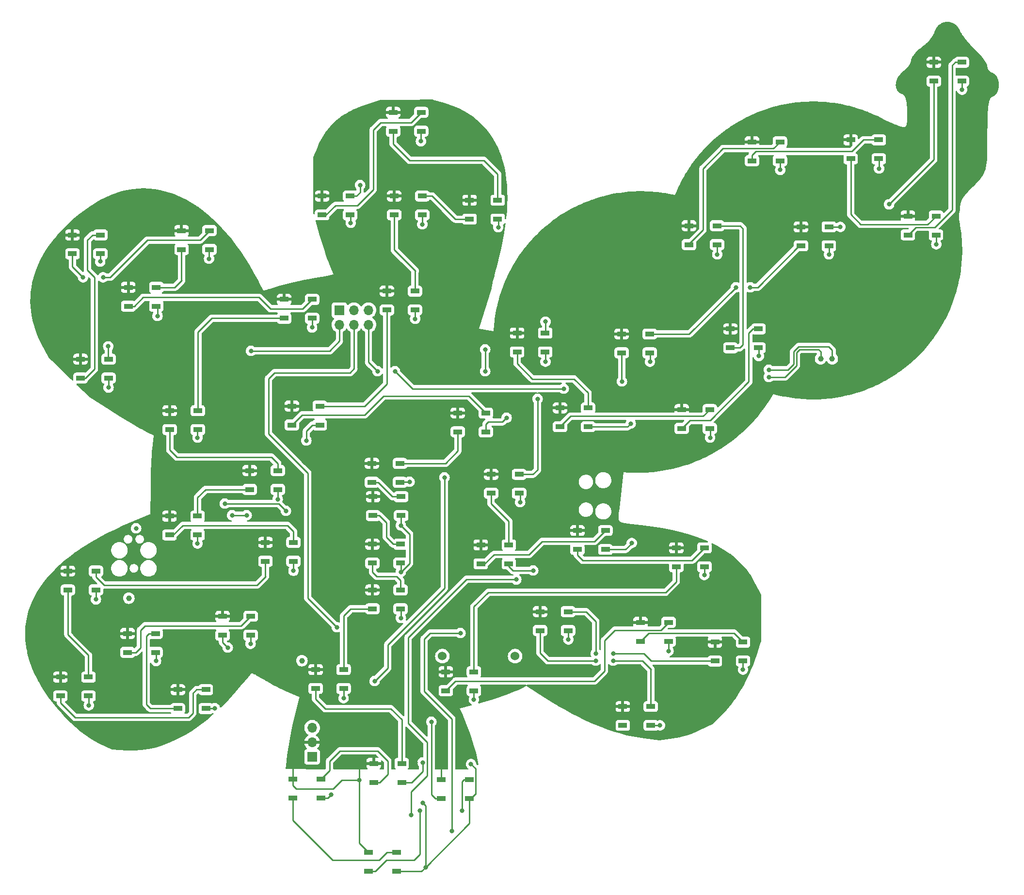
<source format=gbr>
%TF.GenerationSoftware,KiCad,Pcbnew,7.0.9*%
%TF.CreationDate,2023-12-28T12:29:42-06:00*%
%TF.ProjectId,bsidesPR,62736964-6573-4505-922e-6b696361645f,rev?*%
%TF.SameCoordinates,Original*%
%TF.FileFunction,Copper,L1,Top*%
%TF.FilePolarity,Positive*%
%FSLAX46Y46*%
G04 Gerber Fmt 4.6, Leading zero omitted, Abs format (unit mm)*
G04 Created by KiCad (PCBNEW 7.0.9) date 2023-12-28 12:29:42*
%MOMM*%
%LPD*%
G01*
G04 APERTURE LIST*
%TA.AperFunction,SMDPad,CuDef*%
%ADD10C,1.000000*%
%TD*%
%TA.AperFunction,SMDPad,CuDef*%
%ADD11R,1.500000X0.900000*%
%TD*%
%TA.AperFunction,ComponentPad*%
%ADD12R,1.700000X1.700000*%
%TD*%
%TA.AperFunction,ComponentPad*%
%ADD13O,1.700000X1.700000*%
%TD*%
%TA.AperFunction,ComponentPad*%
%ADD14C,1.530000*%
%TD*%
%TA.AperFunction,ViaPad*%
%ADD15C,0.800000*%
%TD*%
%TA.AperFunction,ViaPad*%
%ADD16C,1.000000*%
%TD*%
%TA.AperFunction,Conductor*%
%ADD17C,0.250000*%
%TD*%
G04 APERTURE END LIST*
D10*
%TO.P,REF\u002A\u002A,1*%
%TO.N,CEREAL_TX*%
X170328000Y-86975500D03*
%TD*%
%TO.P,,1*%
%TO.N,CEREAL_TX*%
X170328000Y-86975500D03*
%TD*%
%TO.P,REF\u002A\u002A,1*%
%TO.N,CEREAL_RX*%
X168303000Y-86975500D03*
%TD*%
D11*
%TO.P,D4,1,VDD*%
%TO.N,VLED*%
X47400000Y-74500000D03*
%TO.P,D4,2,DOUT*%
%TO.N,Net-(D4-DOUT)*%
X47400000Y-77800000D03*
%TO.P,D4,3,VSS*%
%TO.N,GND*%
X52300000Y-77800000D03*
%TO.P,D4,4,DIN*%
%TO.N,Net-(D3-DOUT)*%
X52300000Y-74500000D03*
%TD*%
%TO.P,D5,1,VDD*%
%TO.N,VLED*%
X74600000Y-76600000D03*
%TO.P,D5,2,DOUT*%
%TO.N,Net-(D5-DOUT)*%
X74600000Y-79900000D03*
%TO.P,D5,3,VSS*%
%TO.N,GND*%
X79500000Y-79900000D03*
%TO.P,D5,4,DIN*%
%TO.N,Net-(D4-DOUT)*%
X79500000Y-76600000D03*
%TD*%
%TO.P,D35,1,VDD*%
%TO.N,VLED*%
X145300000Y-63750000D03*
%TO.P,D35,2,DOUT*%
%TO.N,Net-(D35-DOUT)*%
X145300000Y-67050000D03*
%TO.P,D35,3,VSS*%
%TO.N,GND*%
X150200000Y-67050000D03*
%TO.P,D35,4,DIN*%
%TO.N,Net-(D34-DOUT)*%
X150200000Y-63750000D03*
%TD*%
%TO.P,D44,1,VDD*%
%TO.N,VLED*%
X125820000Y-116968000D03*
%TO.P,D44,2,DOUT*%
%TO.N,Net-(D44-DOUT)*%
X125820000Y-120268000D03*
%TO.P,D44,3,VSS*%
%TO.N,GND*%
X130720000Y-120268000D03*
%TO.P,D44,4,DIN*%
%TO.N,Net-(D43-DOUT)*%
X130720000Y-116968000D03*
%TD*%
%TO.P,D27,1,VDD*%
%TO.N,VLED*%
X90250000Y-157650000D03*
%TO.P,D27,2,DOUT*%
%TO.N,Net-(D27-DOUT)*%
X90250000Y-160950000D03*
%TO.P,D27,3,VSS*%
%TO.N,GND*%
X95150000Y-160950000D03*
%TO.P,D27,4,DIN*%
%TO.N,Net-(D26-DOUT)*%
X95150000Y-157650000D03*
%TD*%
%TO.P,D33,1,VDD*%
%TO.N,VLED*%
X144050000Y-95850000D03*
%TO.P,D33,2,DOUT*%
%TO.N,Net-(D33-DOUT)*%
X144050000Y-99150000D03*
%TO.P,D33,3,VSS*%
%TO.N,GND*%
X148950000Y-99150000D03*
%TO.P,D33,4,DIN*%
%TO.N,Net-(D32-DOUT)*%
X148950000Y-95850000D03*
%TD*%
%TO.P,D26,1,VDD*%
%TO.N,VLED*%
X80100000Y-141250000D03*
%TO.P,D26,2,DOUT*%
%TO.N,Net-(D26-DOUT)*%
X80100000Y-144550000D03*
%TO.P,D26,3,VSS*%
%TO.N,GND*%
X85000000Y-144550000D03*
%TO.P,D26,4,DIN*%
%TO.N,Net-(D25-DOUT)*%
X85000000Y-141250000D03*
%TD*%
%TO.P,D49,1,VDD*%
%TO.N,GND*%
X124200000Y-134450000D03*
%TO.P,D49,2,DOUT*%
%TO.N,Net-(D48-DOUT)*%
X124200000Y-131150000D03*
%TO.P,D49,3,VSS*%
%TO.N,VLED*%
X119300000Y-131150000D03*
%TO.P,D49,4,DIN*%
%TO.N,Net-(D49-DIN)*%
X119300000Y-134450000D03*
%TD*%
%TO.P,D9,1,VDD*%
%TO.N,VLED*%
X71350000Y-119050000D03*
%TO.P,D9,2,DOUT*%
%TO.N,Net-(D10-DIN)*%
X71350000Y-122350000D03*
%TO.P,D9,3,VSS*%
%TO.N,GND*%
X76250000Y-122350000D03*
%TO.P,D9,4,DIN*%
%TO.N,Net-(D8-DOUT)*%
X76250000Y-119050000D03*
%TD*%
%TO.P,D2,1,VDD*%
%TO.N,VLED*%
X37650000Y-65350000D03*
%TO.P,D2,2,DOUT*%
%TO.N,Net-(D2-DOUT)*%
X37650000Y-68650000D03*
%TO.P,D2,3,VSS*%
%TO.N,GND*%
X42550000Y-68650000D03*
%TO.P,D2,4,DIN*%
%TO.N,Net-(D1-DOUT)*%
X42550000Y-65350000D03*
%TD*%
%TO.P,D25,1,VDD*%
%TO.N,VLED*%
X90050000Y-127350000D03*
%TO.P,D25,2,DOUT*%
%TO.N,Net-(D25-DOUT)*%
X90050000Y-130650000D03*
%TO.P,D25,3,VSS*%
%TO.N,GND*%
X94950000Y-130650000D03*
%TO.P,D25,4,DIN*%
%TO.N,Net-(D24-DOUT)*%
X94950000Y-127350000D03*
%TD*%
%TO.P,D12,1,VDD*%
%TO.N,VLED*%
X56050000Y-144750000D03*
%TO.P,D12,2,DOUT*%
%TO.N,Net-(D12-DOUT)*%
X56050000Y-148050000D03*
%TO.P,D12,3,VSS*%
%TO.N,GND*%
X60950000Y-148050000D03*
%TO.P,D12,4,DIN*%
%TO.N,Net-(D11-DOUT)*%
X60950000Y-144750000D03*
%TD*%
%TO.P,D13,1,VDD*%
%TO.N,VLED*%
X47250000Y-134950000D03*
%TO.P,D13,2,DOUT*%
%TO.N,Net-(D13-DOUT)*%
X47250000Y-138250000D03*
%TO.P,D13,3,VSS*%
%TO.N,GND*%
X52150000Y-138250000D03*
%TO.P,D13,4,DIN*%
%TO.N,Net-(D12-DOUT)*%
X52150000Y-134950000D03*
%TD*%
%TO.P,D32,1,VDD*%
%TO.N,VLED*%
X122800000Y-95550000D03*
%TO.P,D32,2,DOUT*%
%TO.N,Net-(D32-DOUT)*%
X122800000Y-98850000D03*
%TO.P,D32,3,VSS*%
%TO.N,GND*%
X127700000Y-98850000D03*
%TO.P,D32,4,DIN*%
%TO.N,Net-(D31-DOUT)*%
X127700000Y-95550000D03*
%TD*%
%TO.P,D23,1,VDD*%
%TO.N,VLED*%
X90150000Y-111050000D03*
%TO.P,D23,2,DOUT*%
%TO.N,Net-(D23-DOUT)*%
X90150000Y-114350000D03*
%TO.P,D23,3,VSS*%
%TO.N,GND*%
X95050000Y-114350000D03*
%TO.P,D23,4,DIN*%
%TO.N,Net-(D22-DOUT)*%
X95050000Y-111050000D03*
%TD*%
%TO.P,D43,1,VDD*%
%TO.N,VLED*%
X108950000Y-119500000D03*
%TO.P,D43,2,DOUT*%
%TO.N,Net-(D43-DOUT)*%
X108950000Y-122800000D03*
%TO.P,D43,3,VSS*%
%TO.N,GND*%
X113850000Y-122800000D03*
%TO.P,D43,4,DIN*%
%TO.N,Net-(D42-DOUT)*%
X113850000Y-119500000D03*
%TD*%
%TO.P,D11,1,VDD*%
%TO.N,VLED*%
X35550000Y-142550000D03*
%TO.P,D11,2,DOUT*%
%TO.N,Net-(D11-DOUT)*%
X35550000Y-145850000D03*
%TO.P,D11,3,VSS*%
%TO.N,GND*%
X40450000Y-145850000D03*
%TO.P,D11,4,DIN*%
%TO.N,Net-(D10-DOUT)*%
X40450000Y-142550000D03*
%TD*%
%TO.P,D31,1,VDD*%
%TO.N,VLED*%
X115300000Y-82500000D03*
%TO.P,D31,2,DOUT*%
%TO.N,Net-(D31-DOUT)*%
X115300000Y-85800000D03*
%TO.P,D31,3,VSS*%
%TO.N,GND*%
X120200000Y-85800000D03*
%TO.P,D31,4,DIN*%
%TO.N,LOGO_START*%
X120200000Y-82500000D03*
%TD*%
%TO.P,D10,1,VDD*%
%TO.N,VLED*%
X36850000Y-124050000D03*
%TO.P,D10,2,DOUT*%
%TO.N,Net-(D10-DOUT)*%
X36850000Y-127350000D03*
%TO.P,D10,3,VSS*%
%TO.N,GND*%
X41750000Y-127350000D03*
%TO.P,D10,4,DIN*%
%TO.N,Net-(D10-DIN)*%
X41750000Y-124050000D03*
%TD*%
%TO.P,D14,1,VDD*%
%TO.N,VLED*%
X63850000Y-131950000D03*
%TO.P,D14,2,DOUT*%
%TO.N,LEFT_END*%
X63850000Y-135250000D03*
%TO.P,D14,3,VSS*%
%TO.N,GND*%
X68750000Y-135250000D03*
%TO.P,D14,4,DIN*%
%TO.N,Net-(D13-DOUT)*%
X68750000Y-131950000D03*
%TD*%
%TO.P,D47,1,VDD*%
%TO.N,VLED*%
X136850000Y-133000000D03*
%TO.P,D47,2,DOUT*%
%TO.N,Net-(D47-DOUT)*%
X136850000Y-136300000D03*
%TO.P,D47,3,VSS*%
%TO.N,GND*%
X141750000Y-136300000D03*
%TO.P,D47,4,DIN*%
%TO.N,Net-(D46-DOUT)*%
X141750000Y-133000000D03*
%TD*%
%TO.P,D40,1,VDD*%
%TO.N,VLED*%
X164850000Y-63950000D03*
%TO.P,D40,2,DOUT*%
%TO.N,Net-(D40-DOUT)*%
X164850000Y-67250000D03*
%TO.P,D40,3,VSS*%
%TO.N,GND*%
X169750000Y-67250000D03*
%TO.P,D40,4,DIN*%
%TO.N,Net-(D39-DOUT)*%
X169750000Y-63950000D03*
%TD*%
%TO.P,D8,1,VDD*%
%TO.N,VLED*%
X54600000Y-114450000D03*
%TO.P,D8,2,DOUT*%
%TO.N,Net-(D8-DOUT)*%
X54600000Y-117750000D03*
%TO.P,D8,3,VSS*%
%TO.N,GND*%
X59500000Y-117750000D03*
%TO.P,D8,4,DIN*%
%TO.N,Net-(D7-DOUT)*%
X59500000Y-114450000D03*
%TD*%
%TO.P,D21,1,VDD*%
%TO.N,VLED*%
X104950000Y-96450000D03*
%TO.P,D21,2,DOUT*%
%TO.N,Net-(D21-DOUT)*%
X104950000Y-99750000D03*
%TO.P,D21,3,VSS*%
%TO.N,GND*%
X109850000Y-99750000D03*
%TO.P,D21,4,DIN*%
%TO.N,Net-(D20-DOUT)*%
X109850000Y-96450000D03*
%TD*%
%TO.P,D16,1,VDD*%
%TO.N,VLED*%
X93650000Y-43950000D03*
%TO.P,D16,2,DOUT*%
%TO.N,Net-(D16-DOUT)*%
X93650000Y-47250000D03*
%TO.P,D16,3,VSS*%
%TO.N,GND*%
X98550000Y-47250000D03*
%TO.P,D16,4,DIN*%
%TO.N,Net-(D15-DOUT)*%
X98550000Y-43950000D03*
%TD*%
%TO.P,D17,1,VDD*%
%TO.N,VLED*%
X107000000Y-59300000D03*
%TO.P,D17,2,DOUT*%
%TO.N,Net-(D17-DOUT)*%
X107000000Y-62600000D03*
%TO.P,D17,3,VSS*%
%TO.N,GND*%
X111900000Y-62600000D03*
%TO.P,D17,4,DIN*%
%TO.N,Net-(D16-DOUT)*%
X111900000Y-59300000D03*
%TD*%
%TO.P,D24,1,VDD*%
%TO.N,VLED*%
X90050000Y-119350000D03*
%TO.P,D24,2,DOUT*%
%TO.N,Net-(D24-DOUT)*%
X90050000Y-122650000D03*
%TO.P,D24,3,VSS*%
%TO.N,GND*%
X94950000Y-122650000D03*
%TO.P,D24,4,DIN*%
%TO.N,Net-(D23-DOUT)*%
X94950000Y-119350000D03*
%TD*%
%TO.P,D28,1,VDD*%
%TO.N,VLED*%
X76150000Y-160350000D03*
%TO.P,D28,2,DOUT*%
%TO.N,Net-(D28-DOUT)*%
X76150000Y-163650000D03*
%TO.P,D28,3,VSS*%
%TO.N,GND*%
X81050000Y-163650000D03*
%TO.P,D28,4,DIN*%
%TO.N,Net-(D27-DOUT)*%
X81050000Y-160350000D03*
%TD*%
%TO.P,D42,1,VDD*%
%TO.N,VLED*%
X110750000Y-107150000D03*
%TO.P,D42,2,DOUT*%
%TO.N,Net-(D42-DOUT)*%
X110750000Y-110450000D03*
%TO.P,D42,3,VSS*%
%TO.N,GND*%
X115650000Y-110450000D03*
%TO.P,D42,4,DIN*%
%TO.N,RIGHT_START*%
X115650000Y-107150000D03*
%TD*%
%TO.P,D1,1,VDD*%
%TO.N,VLED*%
X39050000Y-87050000D03*
%TO.P,D1,2,DOUT*%
%TO.N,Net-(D1-DOUT)*%
X39050000Y-90350000D03*
%TO.P,D1,3,VSS*%
%TO.N,GND*%
X43950000Y-90350000D03*
%TO.P,D1,4,DIN*%
%TO.N,Net-(D1-DIN)*%
X43950000Y-87050000D03*
%TD*%
%TO.P,D34,1,VDD*%
%TO.N,VLED*%
X152550000Y-81750000D03*
%TO.P,D34,2,DOUT*%
%TO.N,Net-(D34-DOUT)*%
X152550000Y-85050000D03*
%TO.P,D34,3,VSS*%
%TO.N,GND*%
X157450000Y-85050000D03*
%TO.P,D34,4,DIN*%
%TO.N,Net-(D33-DOUT)*%
X157450000Y-81750000D03*
%TD*%
%TO.P,D48,1,VDD*%
%TO.N,VLED*%
X149850000Y-136450000D03*
%TO.P,D48,2,DOUT*%
%TO.N,Net-(D48-DOUT)*%
X149850000Y-139750000D03*
%TO.P,D48,3,VSS*%
%TO.N,GND*%
X154750000Y-139750000D03*
%TO.P,D48,4,DIN*%
%TO.N,Net-(D47-DOUT)*%
X154750000Y-136450000D03*
%TD*%
%TO.P,D7,1,VDD*%
%TO.N,VLED*%
X68600000Y-106500000D03*
%TO.P,D7,2,DOUT*%
%TO.N,Net-(D7-DOUT)*%
X68600000Y-109800000D03*
%TO.P,D7,3,VSS*%
%TO.N,GND*%
X73500000Y-109800000D03*
%TO.P,D7,4,DIN*%
%TO.N,Net-(D6-DOUT)*%
X73500000Y-106500000D03*
%TD*%
%TO.P,D50,1,VDD*%
%TO.N,GND*%
X138650000Y-151000000D03*
%TO.P,D50,2,DOUT*%
%TO.N,Net-(D49-DIN)*%
X138650000Y-147700000D03*
%TO.P,D50,3,VSS*%
%TO.N,VLED*%
X133750000Y-147700000D03*
%TO.P,D50,4,DIN*%
%TO.N,unconnected-(D50-DIN-Pad4)*%
X133750000Y-151000000D03*
%TD*%
%TO.P,D37,1,VDD*%
%TO.N,VLED*%
X173550000Y-48750000D03*
%TO.P,D37,2,DOUT*%
%TO.N,Net-(D37-DOUT)*%
X173550000Y-52050000D03*
%TO.P,D37,3,VSS*%
%TO.N,GND*%
X178450000Y-52050000D03*
%TO.P,D37,4,DIN*%
%TO.N,Net-(D36-DOUT)*%
X178450000Y-48750000D03*
%TD*%
%TO.P,D6,1,VDD*%
%TO.N,VLED*%
X54650000Y-96050000D03*
%TO.P,D6,2,DOUT*%
%TO.N,Net-(D6-DOUT)*%
X54650000Y-99350000D03*
%TO.P,D6,3,VSS*%
%TO.N,GND*%
X59550000Y-99350000D03*
%TO.P,D6,4,DIN*%
%TO.N,Net-(D5-DOUT)*%
X59550000Y-96050000D03*
%TD*%
%TO.P,D41,1,VDD*%
%TO.N,VLED*%
X133550000Y-82650000D03*
%TO.P,D41,2,DOUT*%
%TO.N,LOGO_END*%
X133550000Y-85950000D03*
%TO.P,D41,3,VSS*%
%TO.N,GND*%
X138450000Y-85950000D03*
%TO.P,D41,4,DIN*%
%TO.N,Net-(D40-DOUT)*%
X138450000Y-82650000D03*
%TD*%
%TO.P,D18,1,VDD*%
%TO.N,VLED*%
X93850000Y-58550000D03*
%TO.P,D18,2,DOUT*%
%TO.N,Net-(D18-DOUT)*%
X93850000Y-61850000D03*
%TO.P,D18,3,VSS*%
%TO.N,GND*%
X98750000Y-61850000D03*
%TO.P,D18,4,DIN*%
%TO.N,Net-(D17-DOUT)*%
X98750000Y-58550000D03*
%TD*%
%TO.P,D30,1,VDD*%
%TO.N,VLED*%
X102050000Y-160450000D03*
%TO.P,D30,2,DOUT*%
%TO.N,MIDDLE_END*%
X102050000Y-163750000D03*
%TO.P,D30,3,VSS*%
%TO.N,GND*%
X106950000Y-163750000D03*
%TO.P,D30,4,DIN*%
%TO.N,Net-(D29-DOUT)*%
X106950000Y-160450000D03*
%TD*%
%TO.P,D46,1,VDD*%
%TO.N,VLED*%
X102850000Y-141650000D03*
%TO.P,D46,2,DOUT*%
%TO.N,Net-(D46-DOUT)*%
X102850000Y-144950000D03*
%TO.P,D46,3,VSS*%
%TO.N,GND*%
X107750000Y-144950000D03*
%TO.P,D46,4,DIN*%
%TO.N,Net-(D45-DOUT)*%
X107750000Y-141650000D03*
%TD*%
%TO.P,D29,1,VDD*%
%TO.N,VLED*%
X89350000Y-173150000D03*
%TO.P,D29,2,DOUT*%
%TO.N,Net-(D29-DOUT)*%
X89350000Y-176450000D03*
%TO.P,D29,3,VSS*%
%TO.N,GND*%
X94250000Y-176450000D03*
%TO.P,D29,4,DIN*%
%TO.N,Net-(D28-DOUT)*%
X94250000Y-173150000D03*
%TD*%
%TO.P,D15,1,VDD*%
%TO.N,VLED*%
X81250000Y-58550000D03*
%TO.P,D15,2,DOUT*%
%TO.N,Net-(D15-DOUT)*%
X81250000Y-61850000D03*
%TO.P,D15,3,VSS*%
%TO.N,GND*%
X86150000Y-61850000D03*
%TO.P,D15,4,DIN*%
%TO.N,MIDDLE_START*%
X86150000Y-58550000D03*
%TD*%
%TO.P,D38,1,VDD*%
%TO.N,VLED*%
X183550000Y-62050000D03*
%TO.P,D38,2,DOUT*%
%TO.N,Net-(D38-DOUT)*%
X183550000Y-65350000D03*
%TO.P,D38,3,VSS*%
%TO.N,GND*%
X188450000Y-65350000D03*
%TO.P,D38,4,DIN*%
%TO.N,Net-(D37-DOUT)*%
X188450000Y-62050000D03*
%TD*%
%TO.P,D19,1,VDD*%
%TO.N,VLED*%
X92550000Y-75150000D03*
%TO.P,D19,2,DOUT*%
%TO.N,Net-(D19-DOUT)*%
X92550000Y-78450000D03*
%TO.P,D19,3,VSS*%
%TO.N,GND*%
X97450000Y-78450000D03*
%TO.P,D19,4,DIN*%
%TO.N,Net-(D18-DOUT)*%
X97450000Y-75150000D03*
%TD*%
%TO.P,D39,1,VDD*%
%TO.N,VLED*%
X188050000Y-35200000D03*
%TO.P,D39,2,DOUT*%
%TO.N,Net-(D39-DOUT)*%
X188050000Y-38500000D03*
%TO.P,D39,3,VSS*%
%TO.N,GND*%
X192950000Y-38500000D03*
%TO.P,D39,4,DIN*%
%TO.N,Net-(D38-DOUT)*%
X192950000Y-35200000D03*
%TD*%
%TO.P,D45,1,VDD*%
%TO.N,VLED*%
X143100000Y-120000000D03*
%TO.P,D45,2,DOUT*%
%TO.N,Net-(D45-DOUT)*%
X143100000Y-123300000D03*
%TO.P,D45,3,VSS*%
%TO.N,GND*%
X148000000Y-123300000D03*
%TO.P,D45,4,DIN*%
%TO.N,Net-(D44-DOUT)*%
X148000000Y-120000000D03*
%TD*%
%TO.P,D22,1,VDD*%
%TO.N,VLED*%
X89950000Y-105250000D03*
%TO.P,D22,2,DOUT*%
%TO.N,Net-(D22-DOUT)*%
X89950000Y-108550000D03*
%TO.P,D22,3,VSS*%
%TO.N,GND*%
X94850000Y-108550000D03*
%TO.P,D22,4,DIN*%
%TO.N,Net-(D21-DOUT)*%
X94850000Y-105250000D03*
%TD*%
%TO.P,D20,1,VDD*%
%TO.N,VLED*%
X75950000Y-95250000D03*
%TO.P,D20,2,DOUT*%
%TO.N,Net-(D20-DOUT)*%
X75950000Y-98550000D03*
%TO.P,D20,3,VSS*%
%TO.N,GND*%
X80850000Y-98550000D03*
%TO.P,D20,4,DIN*%
%TO.N,Net-(D19-DOUT)*%
X80850000Y-95250000D03*
%TD*%
%TO.P,D36,1,VDD*%
%TO.N,VLED*%
X156300000Y-49100000D03*
%TO.P,D36,2,DOUT*%
%TO.N,Net-(D36-DOUT)*%
X156300000Y-52400000D03*
%TO.P,D36,3,VSS*%
%TO.N,GND*%
X161200000Y-52400000D03*
%TO.P,D36,4,DIN*%
%TO.N,Net-(D35-DOUT)*%
X161200000Y-49100000D03*
%TD*%
%TO.P,D3,1,VDD*%
%TO.N,VLED*%
X56700000Y-64600000D03*
%TO.P,D3,2,DOUT*%
%TO.N,Net-(D3-DOUT)*%
X56700000Y-67900000D03*
%TO.P,D3,3,VSS*%
%TO.N,GND*%
X61600000Y-67900000D03*
%TO.P,D3,4,DIN*%
%TO.N,Net-(D2-DOUT)*%
X61600000Y-64600000D03*
%TD*%
D12*
%TO.P,J3,1,Pin_1*%
%TO.N,+5V*%
X79500000Y-156500000D03*
D13*
%TO.P,J3,2,Pin_2*%
%TO.N,VLED*%
X79500000Y-153960000D03*
%TO.P,J3,3,Pin_3*%
%TO.N,GND*%
X79500000Y-151420000D03*
%TD*%
D14*
%TO.P,BT2,N*%
%TO.N,GND*%
X102250000Y-138905000D03*
%TO.P,BT2,P*%
%TO.N,Net-(D51-A)*%
X114950000Y-138905000D03*
%TD*%
D12*
%TO.P,J1,1,Pin_1*%
%TO.N,MIDDLE_START*%
X84268000Y-78486000D03*
D13*
%TO.P,J1,2,Pin_2*%
%TO.N,LEFT_END*%
X84268000Y-81026000D03*
%TO.P,J1,3,Pin_3*%
%TO.N,LOGO_START*%
X86808000Y-78486000D03*
%TO.P,J1,4,Pin_4*%
%TO.N,MIDDLE_END*%
X86808000Y-81026000D03*
%TO.P,J1,5,Pin_5*%
%TO.N,RIGHT_START*%
X89348000Y-78486000D03*
%TO.P,J1,6,Pin_6*%
%TO.N,LOGO_END*%
X89348000Y-81026000D03*
%TD*%
D15*
%TO.N,CEREAL_RX*%
X159258000Y-90170000D03*
%TO.N,CEREAL_TX*%
X159258000Y-88900000D03*
%TO.N,GND*%
X78500000Y-101250000D03*
X62500000Y-148000000D03*
X178500000Y-53750000D03*
X120250000Y-87500000D03*
X118110000Y-123952000D03*
X115824000Y-112014000D03*
X98750000Y-63500000D03*
X112000000Y-64000000D03*
X98500000Y-49000000D03*
X79500000Y-81500000D03*
X94996000Y-124206000D03*
X52500000Y-79500000D03*
X85000000Y-146250000D03*
X169750000Y-68750000D03*
X43950000Y-92000000D03*
X59500000Y-119250000D03*
X41750000Y-129000000D03*
X188500000Y-67000000D03*
X154750000Y-141250000D03*
X98806000Y-164521284D03*
X42500000Y-70000000D03*
X141750000Y-138000000D03*
X76250000Y-124000000D03*
X113461115Y-97277700D03*
X61500000Y-69500000D03*
X140250000Y-151000000D03*
X96520000Y-108458000D03*
X161250000Y-54000000D03*
X99314000Y-175768000D03*
X157500000Y-86500000D03*
X98806000Y-157480000D03*
X149000000Y-100750000D03*
X82804000Y-163068000D03*
X107250000Y-157750000D03*
X138500000Y-87500000D03*
X40500000Y-147500000D03*
X148000000Y-124750000D03*
X97500000Y-80000000D03*
X68750000Y-136750000D03*
X94996000Y-116078000D03*
X124250000Y-136000000D03*
X95000000Y-132250000D03*
X150250000Y-68750000D03*
X73500000Y-111500000D03*
X86250000Y-63250000D03*
X52250000Y-139750000D03*
X59500000Y-100750000D03*
X48768000Y-116586000D03*
X135128000Y-98298000D03*
X135321512Y-119148498D03*
X107750000Y-146500000D03*
X193000000Y-40000000D03*
D16*
%TO.N,+5V*%
X47498000Y-128778000D03*
X77724000Y-139700000D03*
D15*
%TO.N,Net-(J2-SWDIO)*%
X68072000Y-114300000D03*
X65532000Y-114300000D03*
%TO.N,Net-(J2-SWCLK)*%
X64262000Y-112268000D03*
X74930000Y-113538000D03*
%TO.N,ENABLE_VLED*%
X102616000Y-107696000D03*
X90424000Y-143256000D03*
%TO.N,RPi_WAKE*%
X115154566Y-125526929D03*
X96774000Y-166624000D03*
%TO.N,VLED*%
X102108000Y-157480000D03*
X138684000Y-120650000D03*
X97536000Y-157500000D03*
X87750000Y-160528000D03*
X150114000Y-129794000D03*
%TO.N,Net-(D1-DIN)*%
X43900000Y-84800000D03*
%TO.N,Net-(D2-DOUT)*%
X39500000Y-72750000D03*
X43000000Y-72750000D03*
%TO.N,Net-(D39-DOUT)*%
X171750000Y-63950000D03*
X180250000Y-60000000D03*
%TO.N,Net-(D40-DOUT)*%
X153500000Y-74500000D03*
X156000000Y-74500000D03*
%TO.N,Net-(D48-DOUT)*%
X129032000Y-138430000D03*
X132080000Y-138430000D03*
%TO.N,LOGO_LEDS*%
X109728000Y-85344000D03*
X109728000Y-89154000D03*
%TO.N,Net-(D51-A)*%
X105410000Y-134874000D03*
X103886000Y-169418000D03*
%TO.N,LEFT_END*%
X68834000Y-85598000D03*
X64770000Y-137414000D03*
%TO.N,MIDDLE_START*%
X87884000Y-56642000D03*
%TO.N,MIDDLE_END*%
X100330000Y-150368000D03*
X83820000Y-133858000D03*
%TO.N,LOGO_START*%
X120250000Y-80500000D03*
%TO.N,LOGO_END*%
X93980000Y-89154000D03*
X123444000Y-92202000D03*
X133604000Y-90932000D03*
X90932000Y-89154000D03*
%TO.N,RIGHT_START*%
X118872000Y-93980000D03*
%TO.N,Net-(D49-DIN)*%
X132080000Y-139700000D03*
X129032000Y-139700000D03*
%TO.N,Net-(D29-DOUT)*%
X98298000Y-165862000D03*
X105664000Y-165862000D03*
%TD*%
D17*
%TO.N,GND*%
X96520000Y-122682000D02*
X96520000Y-117602000D01*
X96520000Y-117602000D02*
X94996000Y-116078000D01*
X94996000Y-124206000D02*
X96520000Y-122682000D01*
%TO.N,CEREAL_TX*%
X170328000Y-85492000D02*
X170328000Y-86975500D01*
X169672000Y-84836000D02*
X170328000Y-85492000D01*
X164463604Y-84836000D02*
X169672000Y-84836000D01*
X163576000Y-85723604D02*
X164463604Y-84836000D01*
X163576000Y-87884000D02*
X163576000Y-85723604D01*
X162560000Y-88900000D02*
X163576000Y-87884000D01*
X159258000Y-88900000D02*
X162560000Y-88900000D01*
%TO.N,CEREAL_RX*%
X168303000Y-85753000D02*
X168303000Y-86975500D01*
X164592000Y-85344000D02*
X167894000Y-85344000D01*
X167894000Y-85344000D02*
X168303000Y-85753000D01*
X164084000Y-88138000D02*
X164084000Y-85852000D01*
X164084000Y-85852000D02*
X164592000Y-85344000D01*
X159258000Y-90170000D02*
X162052000Y-90170000D01*
X162052000Y-90170000D02*
X164084000Y-88138000D01*
%TO.N,GND*%
X52250000Y-139750000D02*
X52250000Y-138100000D01*
X109850000Y-99750000D02*
X109850000Y-98400000D01*
X124250000Y-136000000D02*
X124250000Y-134350000D01*
X106950000Y-163750000D02*
X107250000Y-163750000D01*
X94996000Y-116078000D02*
X94996000Y-114428000D01*
X99314000Y-175768000D02*
X106950000Y-168132000D01*
X94996000Y-124206000D02*
X94996000Y-122556000D01*
X98500000Y-49000000D02*
X98500000Y-47350000D01*
X107750000Y-146500000D02*
X107750000Y-144850000D01*
X73500000Y-111500000D02*
X73500000Y-109850000D01*
X43950000Y-92000000D02*
X43950000Y-90350000D01*
X134576000Y-98850000D02*
X127750000Y-98850000D01*
X59500000Y-100750000D02*
X59500000Y-99100000D01*
X109850000Y-98400000D02*
X110250000Y-98000000D01*
X108000000Y-163000000D02*
X108025000Y-162975000D01*
X108025000Y-158525000D02*
X107250000Y-157750000D01*
X149000000Y-100750000D02*
X149000000Y-99100000D01*
X108025000Y-162975000D02*
X108025000Y-158525000D01*
X107250000Y-157750000D02*
X107125000Y-157625000D01*
X161250000Y-54000000D02*
X161250000Y-52350000D01*
X99314000Y-175768000D02*
X98582000Y-176500000D01*
X98806000Y-157480000D02*
X98806000Y-159045000D01*
X52500000Y-79500000D02*
X52500000Y-77850000D01*
X68750000Y-136750000D02*
X68750000Y-135100000D01*
X107250000Y-163750000D02*
X108000000Y-163000000D01*
X99314000Y-165029284D02*
X99314000Y-175768000D01*
X106950000Y-168132000D02*
X106950000Y-163750000D01*
X188500000Y-67000000D02*
X188500000Y-65350000D01*
X112750000Y-98000000D02*
X113500000Y-97250000D01*
X78500000Y-99600000D02*
X79550000Y-98550000D01*
X113850000Y-122800000D02*
X113850000Y-123248000D01*
X141750000Y-138000000D02*
X141750000Y-136350000D01*
X76250000Y-124000000D02*
X76250000Y-122350000D01*
X98806000Y-164521284D02*
X99314000Y-165029284D01*
X98582000Y-176500000D02*
X94350000Y-176500000D01*
X178500000Y-53750000D02*
X178500000Y-52100000D01*
X157500000Y-86500000D02*
X157500000Y-84850000D01*
X85000000Y-146250000D02*
X85000000Y-144600000D01*
X112000000Y-64000000D02*
X112000000Y-62350000D01*
X95000000Y-132250000D02*
X95000000Y-130600000D01*
X79550000Y-98550000D02*
X80850000Y-98550000D01*
X61500000Y-69500000D02*
X61500000Y-67850000D01*
X81050000Y-163650000D02*
X82222000Y-163650000D01*
X96520000Y-108458000D02*
X94870000Y-108458000D01*
X138500000Y-87500000D02*
X138500000Y-85850000D01*
X79500000Y-81500000D02*
X79500000Y-79850000D01*
X150250000Y-68750000D02*
X150250000Y-67100000D01*
X120250000Y-87500000D02*
X120250000Y-85850000D01*
X148000000Y-124750000D02*
X148000000Y-123100000D01*
X82222000Y-163650000D02*
X82804000Y-163068000D01*
X40500000Y-147500000D02*
X40500000Y-145850000D01*
X42500000Y-70000000D02*
X42500000Y-68350000D01*
X98806000Y-159045000D02*
X96901000Y-160950000D01*
X115824000Y-112014000D02*
X115824000Y-110364000D01*
X97500000Y-80000000D02*
X97500000Y-78350000D01*
X86250000Y-61950000D02*
X86150000Y-61850000D01*
X113850000Y-123248000D02*
X114554000Y-123952000D01*
X135128000Y-98298000D02*
X134576000Y-98850000D01*
X59500000Y-119250000D02*
X59500000Y-117600000D01*
X96901000Y-160950000D02*
X95150000Y-160950000D01*
X130720000Y-120268000D02*
X134240000Y-120268000D01*
X134240000Y-120268000D02*
X135382000Y-119126000D01*
X110250000Y-98000000D02*
X112750000Y-98000000D01*
X193000000Y-40000000D02*
X193000000Y-38350000D01*
X78500000Y-101250000D02*
X78500000Y-99600000D01*
X154750000Y-141250000D02*
X154750000Y-139600000D01*
X98750000Y-63500000D02*
X98750000Y-61850000D01*
X86250000Y-63250000D02*
X86250000Y-61950000D01*
X62500000Y-148000000D02*
X60850000Y-148000000D01*
X140250000Y-151000000D02*
X138600000Y-151000000D01*
X169750000Y-68750000D02*
X169750000Y-67100000D01*
X114554000Y-123952000D02*
X118110000Y-123952000D01*
X41750000Y-129000000D02*
X41750000Y-127350000D01*
%TO.N,Net-(D3-DOUT)*%
X55500000Y-74500000D02*
X56750000Y-73250000D01*
X56700000Y-73200000D02*
X56700000Y-67900000D01*
X52300000Y-74500000D02*
X55500000Y-74500000D01*
X56750000Y-73250000D02*
X56700000Y-73200000D01*
%TO.N,Net-(D4-DOUT)*%
X72250000Y-78250000D02*
X77850000Y-78250000D01*
X70250000Y-76250000D02*
X72250000Y-78250000D01*
X48450000Y-77800000D02*
X50000000Y-76250000D01*
X47400000Y-77800000D02*
X48450000Y-77800000D01*
X50000000Y-76250000D02*
X70250000Y-76250000D01*
X77850000Y-78250000D02*
X79500000Y-76600000D01*
%TO.N,Net-(D5-DOUT)*%
X59550000Y-96050000D02*
X59550000Y-82325000D01*
X59550000Y-82325000D02*
X61975000Y-79900000D01*
X61975000Y-79900000D02*
X74600000Y-79900000D01*
%TO.N,Net-(D6-DOUT)*%
X73500000Y-105250000D02*
X73500000Y-106500000D01*
X54650000Y-102910000D02*
X55880000Y-104140000D01*
X54650000Y-99350000D02*
X54650000Y-102910000D01*
X55880000Y-104140000D02*
X72390000Y-104140000D01*
X72390000Y-104140000D02*
X73500000Y-105250000D01*
%TO.N,Net-(D7-DOUT)*%
X59500000Y-111188000D02*
X60888000Y-109800000D01*
X59500000Y-114450000D02*
X59500000Y-111188000D01*
X60888000Y-109800000D02*
X68600000Y-109800000D01*
%TO.N,Net-(D10-DIN)*%
X43180000Y-126492000D02*
X69850000Y-126492000D01*
X69850000Y-126492000D02*
X71374000Y-124968000D01*
X71350000Y-124944000D02*
X71350000Y-122350000D01*
X41750000Y-125062000D02*
X43180000Y-126492000D01*
X41750000Y-124050000D02*
X41750000Y-125062000D01*
X71374000Y-124968000D02*
X71350000Y-124944000D01*
%TO.N,Net-(D10-DOUT)*%
X36850000Y-135148000D02*
X40450000Y-138748000D01*
X36850000Y-127350000D02*
X36850000Y-135148000D01*
X40450000Y-138748000D02*
X40450000Y-142550000D01*
%TO.N,Net-(J2-SWDIO)*%
X65532000Y-114300000D02*
X68072000Y-114300000D01*
%TO.N,Net-(J2-SWCLK)*%
X73660000Y-112268000D02*
X64262000Y-112268000D01*
X74930000Y-113538000D02*
X73660000Y-112268000D01*
%TO.N,ENABLE_VLED*%
X102616000Y-107696000D02*
X102616000Y-107950000D01*
X99314000Y-130302000D02*
X102616000Y-127000000D01*
X92710000Y-136906000D02*
X99314000Y-130302000D01*
X90424000Y-143256000D02*
X92710000Y-140970000D01*
X102616000Y-127000000D02*
X102616000Y-107696000D01*
X92710000Y-140970000D02*
X92710000Y-136906000D01*
%TO.N,RPi_WAKE*%
X96266000Y-135636000D02*
X106426000Y-125476000D01*
X96774000Y-162560000D02*
X99568000Y-159766000D01*
X106426000Y-125476000D02*
X115062000Y-125476000D01*
X99568000Y-153924000D02*
X96266000Y-150622000D01*
X96774000Y-166624000D02*
X96774000Y-162560000D01*
X96266000Y-150622000D02*
X96266000Y-135636000D01*
X99568000Y-159766000D02*
X99568000Y-153924000D01*
%TO.N,VLED*%
X102108000Y-157480000D02*
X102050000Y-157538000D01*
X102050000Y-157538000D02*
X102050000Y-160450000D01*
X88222000Y-157650000D02*
X90250000Y-157650000D01*
X76926000Y-153960000D02*
X79500000Y-153960000D01*
X76150000Y-157350000D02*
X76150000Y-154736000D01*
X84722000Y-160528000D02*
X83198000Y-162052000D01*
X76150000Y-154736000D02*
X76926000Y-153960000D01*
X87750000Y-160528000D02*
X87750000Y-171550000D01*
X139334000Y-120000000D02*
X138684000Y-120650000D01*
X87750000Y-160528000D02*
X87750000Y-158122000D01*
X76150000Y-161494000D02*
X76150000Y-160350000D01*
X143100000Y-120000000D02*
X139334000Y-120000000D01*
X87750000Y-158122000D02*
X88222000Y-157650000D01*
X87750000Y-160528000D02*
X84722000Y-160528000D01*
X76150000Y-157350000D02*
X76150000Y-160350000D01*
X87750000Y-171550000D02*
X89350000Y-173150000D01*
X83198000Y-162052000D02*
X76708000Y-162052000D01*
X76708000Y-162052000D02*
X76150000Y-161494000D01*
%TO.N,Net-(D1-DOUT)*%
X39050000Y-90350000D02*
X39900000Y-90350000D01*
X40250000Y-66250000D02*
X41150000Y-65350000D01*
X39900000Y-90350000D02*
X41500000Y-88750000D01*
X40250000Y-71500000D02*
X40250000Y-66250000D01*
X41150000Y-65350000D02*
X42550000Y-65350000D01*
X41500000Y-88750000D02*
X41500000Y-72750000D01*
X41500000Y-72750000D02*
X40250000Y-71500000D01*
%TO.N,Net-(D1-DIN)*%
X43900000Y-87000000D02*
X43950000Y-87050000D01*
X43900000Y-84800000D02*
X43900000Y-87000000D01*
%TO.N,Net-(D2-DOUT)*%
X37650000Y-68650000D02*
X37650000Y-70900000D01*
X44250000Y-72750000D02*
X50750000Y-66250000D01*
X43000000Y-72750000D02*
X44250000Y-72750000D01*
X37650000Y-70900000D02*
X39500000Y-72750000D01*
X59950000Y-66250000D02*
X61600000Y-64600000D01*
X50750000Y-66250000D02*
X59950000Y-66250000D01*
%TO.N,Net-(D17-DOUT)*%
X98750000Y-58550000D02*
X100460000Y-58550000D01*
X104510000Y-62600000D02*
X107000000Y-62600000D01*
X100460000Y-58550000D02*
X104510000Y-62600000D01*
%TO.N,Net-(D19-DOUT)*%
X80850000Y-95250000D02*
X88646000Y-95250000D01*
X88646000Y-95250000D02*
X92550000Y-91346000D01*
X92550000Y-91346000D02*
X92550000Y-78450000D01*
%TO.N,Net-(D20-DOUT)*%
X75950000Y-98550000D02*
X77726000Y-96774000D01*
X77726000Y-96774000D02*
X88646000Y-96774000D01*
X91948000Y-93472000D02*
X106872000Y-93472000D01*
X88646000Y-96774000D02*
X91948000Y-93472000D01*
X106872000Y-93472000D02*
X109850000Y-96450000D01*
%TO.N,Net-(D21-DOUT)*%
X104950000Y-103076000D02*
X104950000Y-99750000D01*
X94850000Y-105250000D02*
X102776000Y-105250000D01*
X102776000Y-105250000D02*
X104950000Y-103076000D01*
%TO.N,Net-(D22-DOUT)*%
X91024000Y-108550000D02*
X93524000Y-111050000D01*
X89950000Y-108550000D02*
X91024000Y-108550000D01*
X93524000Y-111050000D02*
X95050000Y-111050000D01*
%TO.N,Net-(D23-DOUT)*%
X90150000Y-114350000D02*
X91236000Y-114350000D01*
X92456000Y-115570000D02*
X92456000Y-118110000D01*
X92456000Y-118110000D02*
X93696000Y-119350000D01*
X93696000Y-119350000D02*
X94950000Y-119350000D01*
X91236000Y-114350000D02*
X92456000Y-115570000D01*
%TO.N,Net-(D24-DOUT)*%
X90050000Y-122650000D02*
X90050000Y-124213000D01*
X90050000Y-124213000D02*
X90805000Y-124968000D01*
X90805000Y-124968000D02*
X94234000Y-124968000D01*
X94234000Y-124968000D02*
X94950000Y-125684000D01*
X94950000Y-125684000D02*
X94950000Y-127350000D01*
%TO.N,Net-(D33-DOUT)*%
X155750000Y-82500000D02*
X156500000Y-81750000D01*
X156500000Y-81750000D02*
X157450000Y-81750000D01*
X155750000Y-91000000D02*
X155750000Y-82500000D01*
X149000000Y-97750000D02*
X155750000Y-91000000D01*
X144050000Y-99150000D02*
X145450000Y-97750000D01*
X145450000Y-97750000D02*
X149000000Y-97750000D01*
%TO.N,Net-(D35-DOUT)*%
X151250000Y-50250000D02*
X160050000Y-50250000D01*
X160050000Y-50250000D02*
X161200000Y-49100000D01*
X147750000Y-64500000D02*
X147750000Y-53750000D01*
X145300000Y-66950000D02*
X147750000Y-64500000D01*
X145300000Y-67050000D02*
X145300000Y-66950000D01*
X147750000Y-53750000D02*
X151250000Y-50250000D01*
%TO.N,Net-(D36-DOUT)*%
X173750000Y-50750000D02*
X175750000Y-48750000D01*
X156300000Y-52400000D02*
X156300000Y-51450000D01*
X175750000Y-48750000D02*
X178450000Y-48750000D01*
X157000000Y-50750000D02*
X173750000Y-50750000D01*
X156300000Y-51450000D02*
X157000000Y-50750000D01*
%TO.N,Net-(D37-DOUT)*%
X175260000Y-63500000D02*
X187000000Y-63500000D01*
X187000000Y-63500000D02*
X188450000Y-62050000D01*
X173550000Y-61790000D02*
X175260000Y-63500000D01*
X173550000Y-52050000D02*
X173550000Y-61790000D01*
%TO.N,Net-(D38-DOUT)*%
X188250000Y-64000000D02*
X191250000Y-61000000D01*
X191800000Y-35200000D02*
X192950000Y-35200000D01*
X183550000Y-65350000D02*
X184900000Y-64000000D01*
X191250000Y-35750000D02*
X191800000Y-35200000D01*
X184900000Y-64000000D02*
X188250000Y-64000000D01*
X191250000Y-61000000D02*
X191250000Y-35750000D01*
%TO.N,Net-(D39-DOUT)*%
X188050000Y-38500000D02*
X188050000Y-52200000D01*
X171750000Y-63950000D02*
X169750000Y-63950000D01*
X188050000Y-52200000D02*
X180250000Y-60000000D01*
%TO.N,Net-(D40-DOUT)*%
X153500000Y-74500000D02*
X145350000Y-82650000D01*
X164850000Y-67250000D02*
X164550000Y-67250000D01*
X164550000Y-67250000D02*
X157300000Y-74500000D01*
X157300000Y-74500000D02*
X156000000Y-74500000D01*
X145350000Y-82650000D02*
X138450000Y-82650000D01*
%TO.N,Net-(D44-DOUT)*%
X125820000Y-121248000D02*
X126746000Y-122174000D01*
X126746000Y-122174000D02*
X145826000Y-122174000D01*
X125820000Y-120268000D02*
X125820000Y-121248000D01*
X145826000Y-122174000D02*
X148000000Y-120000000D01*
%TO.N,Net-(D45-DOUT)*%
X107750000Y-141650000D02*
X107750000Y-130248000D01*
X107750000Y-130248000D02*
X110236000Y-127762000D01*
X143100000Y-125886000D02*
X143100000Y-123300000D01*
X110236000Y-127762000D02*
X141224000Y-127762000D01*
X141224000Y-127762000D02*
X143100000Y-125886000D01*
%TO.N,Net-(D46-DOUT)*%
X128778000Y-143256000D02*
X130556000Y-141478000D01*
X130556000Y-136144000D02*
X132334000Y-134366000D01*
X140384000Y-134366000D02*
X141750000Y-133000000D01*
X132334000Y-134366000D02*
X140384000Y-134366000D01*
X102850000Y-144950000D02*
X104544000Y-143256000D01*
X104544000Y-143256000D02*
X128778000Y-143256000D01*
X130556000Y-141478000D02*
X130556000Y-136144000D01*
%TO.N,Net-(D47-DOUT)*%
X153174000Y-134874000D02*
X154750000Y-136450000D01*
X136850000Y-136300000D02*
X138276000Y-134874000D01*
X138276000Y-134874000D02*
X153174000Y-134874000D01*
%TO.N,Net-(D48-DOUT)*%
X137414000Y-138430000D02*
X132080000Y-138430000D01*
X138734000Y-139750000D02*
X138684000Y-139700000D01*
X138684000Y-139700000D02*
X137414000Y-138430000D01*
X149850000Y-139750000D02*
X138734000Y-139750000D01*
X129032000Y-138430000D02*
X129032000Y-132842000D01*
X129032000Y-132842000D02*
X127340000Y-131150000D01*
X127340000Y-131150000D02*
X124200000Y-131150000D01*
%TO.N,LOGO_LEDS*%
X109728000Y-89154000D02*
X109728000Y-85344000D01*
%TO.N,Net-(D8-DOUT)*%
X75184000Y-116078000D02*
X76250000Y-117144000D01*
X55224000Y-117750000D02*
X56896000Y-116078000D01*
X56896000Y-116078000D02*
X75184000Y-116078000D01*
X76250000Y-117144000D02*
X76250000Y-119050000D01*
X54600000Y-117750000D02*
X55224000Y-117750000D01*
%TO.N,Net-(D18-DOUT)*%
X97450000Y-71714000D02*
X97450000Y-75150000D01*
X93850000Y-61850000D02*
X93850000Y-67942000D01*
X97536000Y-71628000D02*
X97450000Y-71714000D01*
X93850000Y-67942000D02*
X97536000Y-71628000D01*
%TO.N,Net-(D34-DOUT)*%
X154250000Y-63750000D02*
X150200000Y-63750000D01*
X152550000Y-85050000D02*
X154200000Y-85050000D01*
X154750000Y-84500000D02*
X154750000Y-64250000D01*
X154750000Y-64250000D02*
X154250000Y-63750000D01*
X154200000Y-85050000D02*
X154750000Y-84500000D01*
%TO.N,Net-(D51-A)*%
X103886000Y-169418000D02*
X103886000Y-149860000D01*
X100076000Y-134874000D02*
X105410000Y-134874000D01*
X103886000Y-149860000D02*
X99060000Y-145034000D01*
X99060000Y-145034000D02*
X99060000Y-135890000D01*
X99060000Y-135890000D02*
X100076000Y-134874000D01*
%TO.N,Net-(D42-DOUT)*%
X110750000Y-112274000D02*
X113850000Y-115374000D01*
X113850000Y-115374000D02*
X113850000Y-119500000D01*
X110750000Y-110450000D02*
X110750000Y-112274000D01*
%TO.N,LEFT_END*%
X63850000Y-136494000D02*
X63850000Y-135250000D01*
X82550000Y-85598000D02*
X84268000Y-83880000D01*
X68834000Y-85598000D02*
X82550000Y-85598000D01*
X84268000Y-83880000D02*
X84268000Y-81026000D01*
X64770000Y-137414000D02*
X63850000Y-136494000D01*
%TO.N,MIDDLE_START*%
X87884000Y-57912000D02*
X87884000Y-56642000D01*
X86150000Y-58550000D02*
X87246000Y-58550000D01*
X87246000Y-58550000D02*
X87884000Y-57912000D01*
%TO.N,MIDDLE_END*%
X101012000Y-163750000D02*
X100330000Y-163068000D01*
X71882000Y-100076000D02*
X71882000Y-90424000D01*
X86106000Y-89408000D02*
X86808000Y-88706000D01*
X78740000Y-128778000D02*
X78740000Y-106934000D01*
X83820000Y-133858000D02*
X78740000Y-128778000D01*
X72898000Y-89408000D02*
X86106000Y-89408000D01*
X100330000Y-163068000D02*
X100330000Y-150368000D01*
X102050000Y-163750000D02*
X101012000Y-163750000D01*
X71882000Y-90424000D02*
X72898000Y-89408000D01*
X86808000Y-88706000D02*
X86808000Y-81026000D01*
X78740000Y-106934000D02*
X71882000Y-100076000D01*
%TO.N,LOGO_START*%
X120250000Y-82450000D02*
X120200000Y-82500000D01*
X120250000Y-80500000D02*
X120250000Y-82450000D01*
%TO.N,LOGO_END*%
X133550000Y-90878000D02*
X133550000Y-85950000D01*
X93980000Y-89154000D02*
X97028000Y-92202000D01*
X89348000Y-87570000D02*
X90932000Y-89154000D01*
X133604000Y-90932000D02*
X133550000Y-90878000D01*
X89348000Y-81026000D02*
X89348000Y-87570000D01*
X97028000Y-92202000D02*
X123444000Y-92202000D01*
%TO.N,RIGHT_START*%
X118872000Y-106350000D02*
X118072000Y-107150000D01*
X118072000Y-107150000D02*
X115650000Y-107150000D01*
X118872000Y-93980000D02*
X118872000Y-106350000D01*
%TO.N,Net-(D11-DOUT)*%
X59319000Y-144750000D02*
X60950000Y-144750000D01*
X57912000Y-149606000D02*
X58674000Y-148844000D01*
X35550000Y-147056000D02*
X38100000Y-149606000D01*
X35550000Y-145850000D02*
X35550000Y-147056000D01*
X38100000Y-149606000D02*
X57912000Y-149606000D01*
X58674000Y-148844000D02*
X58674000Y-145395000D01*
X58674000Y-145395000D02*
X59319000Y-144750000D01*
%TO.N,Net-(D12-DOUT)*%
X50978000Y-134950000D02*
X52150000Y-134950000D01*
X51276000Y-148050000D02*
X50546000Y-147320000D01*
X50546000Y-147320000D02*
X50546000Y-135382000D01*
X56050000Y-148050000D02*
X51276000Y-148050000D01*
X50546000Y-135382000D02*
X50978000Y-134950000D01*
%TO.N,Net-(D25-DOUT)*%
X86202500Y-130650000D02*
X90050000Y-130650000D01*
X85000000Y-141250000D02*
X85000000Y-131852500D01*
X85000000Y-131852500D02*
X86202500Y-130650000D01*
%TO.N,Net-(D26-DOUT)*%
X80100000Y-144550000D02*
X80100000Y-146394000D01*
X95150000Y-150014000D02*
X95150000Y-157650000D01*
X93218000Y-148082000D02*
X95150000Y-150014000D01*
X80100000Y-146394000D02*
X81788000Y-148082000D01*
X81788000Y-148082000D02*
X93218000Y-148082000D01*
%TO.N,Net-(D49-DIN)*%
X138650000Y-141258000D02*
X138650000Y-147700000D01*
X119300000Y-138350000D02*
X120650000Y-139700000D01*
X119300000Y-134450000D02*
X119300000Y-138350000D01*
X132080000Y-139700000D02*
X137160000Y-139700000D01*
X137160000Y-139700000D02*
X138684000Y-141224000D01*
X138684000Y-141224000D02*
X138650000Y-141258000D01*
X120650000Y-139700000D02*
X129032000Y-139700000D01*
%TO.N,Net-(D43-DOUT)*%
X117348000Y-121158000D02*
X119634000Y-118872000D01*
X111252000Y-121158000D02*
X117348000Y-121158000D01*
X128816000Y-118872000D02*
X130720000Y-116968000D01*
X108950000Y-122800000D02*
X109610000Y-122800000D01*
X119634000Y-118872000D02*
X128816000Y-118872000D01*
X109610000Y-122800000D02*
X111252000Y-121158000D01*
%TO.N,Net-(D32-DOUT)*%
X122800000Y-98850000D02*
X124650000Y-97000000D01*
X147800000Y-97000000D02*
X148950000Y-95850000D01*
X124650000Y-97000000D02*
X147800000Y-97000000D01*
%TO.N,Net-(D31-DOUT)*%
X127700000Y-92950000D02*
X127700000Y-95550000D01*
X125250000Y-90500000D02*
X127700000Y-92950000D01*
X118000000Y-90500000D02*
X125250000Y-90500000D01*
X115300000Y-87800000D02*
X118000000Y-90500000D01*
X115300000Y-85800000D02*
X115300000Y-87800000D01*
%TO.N,Net-(D29-DOUT)*%
X98298000Y-173482000D02*
X98298000Y-165862000D01*
X105664000Y-160782000D02*
X105996000Y-160450000D01*
X97282000Y-174498000D02*
X98298000Y-173482000D01*
X105664000Y-165862000D02*
X105664000Y-160782000D01*
X105996000Y-160450000D02*
X106950000Y-160450000D01*
X90504000Y-176450000D02*
X92456000Y-174498000D01*
X92456000Y-174498000D02*
X97282000Y-174498000D01*
X89350000Y-176450000D02*
X90504000Y-176450000D01*
%TO.N,Net-(D28-DOUT)*%
X92534000Y-173150000D02*
X91186000Y-174498000D01*
X91186000Y-174498000D02*
X83058000Y-174498000D01*
X94250000Y-173150000D02*
X92534000Y-173150000D01*
X76150000Y-167590000D02*
X76150000Y-163650000D01*
X83058000Y-174498000D02*
X76150000Y-167590000D01*
%TO.N,Net-(D27-DOUT)*%
X90932000Y-155448000D02*
X84328000Y-155448000D01*
X90250000Y-160950000D02*
X91272000Y-160950000D01*
X84328000Y-155448000D02*
X82550000Y-157226000D01*
X92710000Y-157226000D02*
X90932000Y-155448000D01*
X82550000Y-157226000D02*
X82550000Y-158850000D01*
X82550000Y-158850000D02*
X81050000Y-160350000D01*
X91272000Y-160950000D02*
X92710000Y-159512000D01*
X92710000Y-159512000D02*
X92710000Y-157226000D01*
%TO.N,Net-(D16-DOUT)*%
X109474000Y-52324000D02*
X111900000Y-54750000D01*
X96520000Y-52324000D02*
X109474000Y-52324000D01*
X93650000Y-49454000D02*
X96520000Y-52324000D01*
X93650000Y-47250000D02*
X93650000Y-49454000D01*
X111900000Y-54750000D02*
X111900000Y-59300000D01*
%TO.N,Net-(D15-DOUT)*%
X87376000Y-60198000D02*
X90170000Y-57404000D01*
X91440000Y-45720000D02*
X96780000Y-45720000D01*
X81914000Y-61850000D02*
X83566000Y-60198000D01*
X81250000Y-61850000D02*
X81914000Y-61850000D01*
X96780000Y-45720000D02*
X98550000Y-43950000D01*
X90170000Y-57404000D02*
X90170000Y-46990000D01*
X90170000Y-46990000D02*
X91440000Y-45720000D01*
X83566000Y-60198000D02*
X87376000Y-60198000D01*
%TO.N,Net-(D13-DOUT)*%
X49530000Y-134366000D02*
X50292000Y-133604000D01*
X67096000Y-133604000D02*
X68750000Y-131950000D01*
X47250000Y-138250000D02*
X48694000Y-138250000D01*
X50292000Y-133604000D02*
X67096000Y-133604000D01*
X49530000Y-137414000D02*
X49530000Y-134366000D01*
X48694000Y-138250000D02*
X49530000Y-137414000D01*
%TD*%
%TA.AperFunction,Conductor*%
%TO.N,VLED*%
G36*
X124530484Y-119525502D02*
G01*
X124576977Y-119579158D01*
X124587081Y-119649432D01*
X124580419Y-119675532D01*
X124568010Y-119708800D01*
X124568009Y-119708803D01*
X124561500Y-119769350D01*
X124561500Y-120766649D01*
X124568009Y-120827196D01*
X124568011Y-120827204D01*
X124619110Y-120964202D01*
X124619112Y-120964207D01*
X124706738Y-121081261D01*
X124823792Y-121168887D01*
X124823794Y-121168888D01*
X124823796Y-121168889D01*
X124882875Y-121190924D01*
X124960795Y-121219988D01*
X124960803Y-121219990D01*
X125021350Y-121226499D01*
X125021355Y-121226499D01*
X125021362Y-121226500D01*
X125063409Y-121226500D01*
X125131530Y-121246502D01*
X125178023Y-121300158D01*
X125187389Y-121340170D01*
X125188087Y-121340060D01*
X125189327Y-121347893D01*
X125194977Y-121367339D01*
X125198986Y-121386697D01*
X125201525Y-121406793D01*
X125201526Y-121406799D01*
X125218893Y-121450662D01*
X125220816Y-121456279D01*
X125233982Y-121501593D01*
X125244294Y-121519031D01*
X125252988Y-121536779D01*
X125260444Y-121555609D01*
X125260450Y-121555620D01*
X125288177Y-121593783D01*
X125291437Y-121598746D01*
X125311061Y-121631927D01*
X125312387Y-121634170D01*
X125315460Y-121639365D01*
X125329779Y-121653684D01*
X125342617Y-121668714D01*
X125351299Y-121680663D01*
X125354528Y-121685107D01*
X125382794Y-121708491D01*
X125390886Y-121715185D01*
X125395267Y-121719171D01*
X125818146Y-122142050D01*
X126238752Y-122562656D01*
X126248722Y-122575100D01*
X126248950Y-122574913D01*
X126254001Y-122581019D01*
X126305078Y-122628983D01*
X126326223Y-122650129D01*
X126326227Y-122650132D01*
X126326230Y-122650135D01*
X126331782Y-122654442D01*
X126336269Y-122658273D01*
X126357852Y-122678541D01*
X126370677Y-122690585D01*
X126370679Y-122690586D01*
X126388428Y-122700343D01*
X126404953Y-122711198D01*
X126420959Y-122723614D01*
X126460664Y-122740795D01*
X126464262Y-122742352D01*
X126469583Y-122744958D01*
X126510940Y-122767695D01*
X126510948Y-122767697D01*
X126530558Y-122772732D01*
X126549267Y-122779137D01*
X126567855Y-122787181D01*
X126614477Y-122794564D01*
X126620262Y-122795763D01*
X126665970Y-122807500D01*
X126686224Y-122807500D01*
X126705934Y-122809051D01*
X126708141Y-122809400D01*
X126725943Y-122812220D01*
X126760472Y-122808956D01*
X126772917Y-122807780D01*
X126778850Y-122807500D01*
X141715500Y-122807500D01*
X141783621Y-122827502D01*
X141830114Y-122881158D01*
X141841500Y-122933500D01*
X141841500Y-123798649D01*
X141848009Y-123859196D01*
X141848011Y-123859204D01*
X141899110Y-123996202D01*
X141899112Y-123996207D01*
X141986738Y-124113261D01*
X142103792Y-124200887D01*
X142103794Y-124200888D01*
X142103796Y-124200889D01*
X142135106Y-124212567D01*
X142240795Y-124251988D01*
X142240803Y-124251990D01*
X142301350Y-124258499D01*
X142301355Y-124258499D01*
X142301362Y-124258500D01*
X142340500Y-124258500D01*
X142408621Y-124278502D01*
X142455114Y-124332158D01*
X142466500Y-124384500D01*
X142466500Y-125571405D01*
X142446498Y-125639526D01*
X142429595Y-125660500D01*
X140998500Y-127091595D01*
X140936188Y-127125621D01*
X140909405Y-127128500D01*
X110319853Y-127128500D01*
X110304011Y-127126750D01*
X110303984Y-127127044D01*
X110296091Y-127126297D01*
X110226028Y-127128500D01*
X110196144Y-127128500D01*
X110196140Y-127128500D01*
X110196129Y-127128501D01*
X110189190Y-127129377D01*
X110183277Y-127129843D01*
X110136114Y-127131325D01*
X110136107Y-127131327D01*
X110116649Y-127136979D01*
X110097304Y-127140985D01*
X110077206Y-127143525D01*
X110077197Y-127143527D01*
X110033331Y-127160894D01*
X110027716Y-127162817D01*
X109982408Y-127175981D01*
X109964964Y-127186297D01*
X109947218Y-127194990D01*
X109928382Y-127202448D01*
X109890209Y-127230181D01*
X109885248Y-127233440D01*
X109844638Y-127257458D01*
X109830311Y-127271784D01*
X109815285Y-127284617D01*
X109798895Y-127296525D01*
X109798893Y-127296527D01*
X109768808Y-127332892D01*
X109764812Y-127337283D01*
X107361336Y-129740757D01*
X107348901Y-129750721D01*
X107349089Y-129750948D01*
X107342980Y-129756001D01*
X107295016Y-129807078D01*
X107273866Y-129828227D01*
X107269560Y-129833777D01*
X107265714Y-129838279D01*
X107233417Y-129872674D01*
X107233411Y-129872683D01*
X107223651Y-129890435D01*
X107212803Y-129906950D01*
X107200386Y-129922958D01*
X107181645Y-129966264D01*
X107179034Y-129971594D01*
X107156305Y-130012939D01*
X107156303Y-130012944D01*
X107151267Y-130032559D01*
X107144864Y-130051262D01*
X107136819Y-130069852D01*
X107129437Y-130116456D01*
X107128233Y-130122268D01*
X107116500Y-130167968D01*
X107116500Y-130188223D01*
X107114949Y-130207933D01*
X107111780Y-130227942D01*
X107111780Y-130227943D01*
X107116220Y-130274917D01*
X107116500Y-130280850D01*
X107116500Y-140565500D01*
X107096498Y-140633621D01*
X107042842Y-140680114D01*
X106990500Y-140691500D01*
X106951350Y-140691500D01*
X106890803Y-140698009D01*
X106890795Y-140698011D01*
X106753797Y-140749110D01*
X106753792Y-140749112D01*
X106636738Y-140836738D01*
X106549112Y-140953792D01*
X106549110Y-140953797D01*
X106498011Y-141090795D01*
X106498009Y-141090803D01*
X106491500Y-141151350D01*
X106491500Y-142148649D01*
X106498009Y-142209196D01*
X106498011Y-142209204D01*
X106549110Y-142346202D01*
X106549110Y-142346203D01*
X106549111Y-142346204D01*
X106605096Y-142420992D01*
X106629907Y-142487510D01*
X106614816Y-142556885D01*
X106564614Y-142607087D01*
X106504228Y-142622500D01*
X104627854Y-142622500D01*
X104612012Y-142620750D01*
X104611985Y-142621044D01*
X104604092Y-142620297D01*
X104534029Y-142622500D01*
X104504144Y-142622500D01*
X104504140Y-142622500D01*
X104504129Y-142622501D01*
X104497190Y-142623377D01*
X104491277Y-142623843D01*
X104444114Y-142625325D01*
X104444107Y-142625327D01*
X104424649Y-142630979D01*
X104405304Y-142634985D01*
X104385206Y-142637525D01*
X104385197Y-142637527D01*
X104341331Y-142654894D01*
X104335716Y-142656817D01*
X104290408Y-142669981D01*
X104272964Y-142680297D01*
X104255218Y-142688990D01*
X104236382Y-142696448D01*
X104198209Y-142724181D01*
X104193248Y-142727440D01*
X104152638Y-142751458D01*
X104138311Y-142765784D01*
X104123285Y-142778617D01*
X104106895Y-142790525D01*
X104106893Y-142790527D01*
X104076808Y-142826892D01*
X104072812Y-142831283D01*
X102949500Y-143954595D01*
X102887188Y-143988620D01*
X102860405Y-143991500D01*
X102051350Y-143991500D01*
X101990803Y-143998009D01*
X101990795Y-143998011D01*
X101853797Y-144049110D01*
X101853792Y-144049112D01*
X101736738Y-144136738D01*
X101649112Y-144253792D01*
X101649110Y-144253797D01*
X101598011Y-144390795D01*
X101598009Y-144390803D01*
X101591500Y-144451350D01*
X101591500Y-145448649D01*
X101598009Y-145509196D01*
X101598011Y-145509204D01*
X101649110Y-145646202D01*
X101649112Y-145646207D01*
X101736738Y-145763261D01*
X101853792Y-145850887D01*
X101853794Y-145850888D01*
X101853796Y-145850889D01*
X101912875Y-145872924D01*
X101990795Y-145901988D01*
X101990803Y-145901990D01*
X102051350Y-145908499D01*
X102051355Y-145908499D01*
X102051362Y-145908500D01*
X102051368Y-145908500D01*
X103648632Y-145908500D01*
X103648638Y-145908500D01*
X103648645Y-145908499D01*
X103648649Y-145908499D01*
X103709196Y-145901990D01*
X103709199Y-145901989D01*
X103709201Y-145901989D01*
X103846204Y-145850889D01*
X103963261Y-145763261D01*
X104004255Y-145708500D01*
X104050887Y-145646207D01*
X104050887Y-145646206D01*
X104050889Y-145646204D01*
X104101989Y-145509201D01*
X104102065Y-145508500D01*
X104108499Y-145448649D01*
X104108500Y-145448632D01*
X104108500Y-144639595D01*
X104128502Y-144571474D01*
X104145405Y-144550499D01*
X104769501Y-143926404D01*
X104831813Y-143892379D01*
X104858596Y-143889500D01*
X106588442Y-143889500D01*
X106656563Y-143909502D01*
X106703056Y-143963158D01*
X106713160Y-144033432D01*
X106683666Y-144098012D01*
X106663951Y-144116368D01*
X106636738Y-144136738D01*
X106549112Y-144253792D01*
X106549110Y-144253797D01*
X106498011Y-144390795D01*
X106498009Y-144390803D01*
X106491500Y-144451350D01*
X106491500Y-145448649D01*
X106498009Y-145509196D01*
X106498011Y-145509204D01*
X106549110Y-145646202D01*
X106549112Y-145646207D01*
X106636738Y-145763261D01*
X106753792Y-145850887D01*
X106753796Y-145850889D01*
X106879114Y-145897631D01*
X106935950Y-145940177D01*
X106960760Y-146006698D01*
X106945668Y-146076072D01*
X106944201Y-146078685D01*
X106915474Y-146128441D01*
X106915473Y-146128445D01*
X106856457Y-146310072D01*
X106836496Y-146500000D01*
X106856457Y-146689927D01*
X106877826Y-146755692D01*
X106915473Y-146871556D01*
X106928100Y-146893427D01*
X107010958Y-147036941D01*
X107010965Y-147036951D01*
X107138744Y-147178864D01*
X107146998Y-147184861D01*
X107293248Y-147291118D01*
X107293255Y-147291121D01*
X107298969Y-147294421D01*
X107298295Y-147295587D01*
X107346898Y-147336903D01*
X107367544Y-147404831D01*
X107348189Y-147473138D01*
X107294976Y-147520137D01*
X107271096Y-147528512D01*
X105310190Y-148001515D01*
X105301624Y-148002646D01*
X105296668Y-148004826D01*
X105297938Y-148010085D01*
X105302260Y-148017609D01*
X105753870Y-149040470D01*
X106488489Y-150799699D01*
X107126118Y-152523238D01*
X107667442Y-154207769D01*
X107668261Y-154210535D01*
X107877878Y-154982528D01*
X108114497Y-155853971D01*
X108115218Y-155856906D01*
X108467936Y-157458627D01*
X108468549Y-157461793D01*
X108526251Y-157807112D01*
X108517750Y-157877597D01*
X108472490Y-157932298D01*
X108404843Y-157953845D01*
X108336284Y-157935399D01*
X108312879Y-157916974D01*
X108269786Y-157873881D01*
X108197119Y-157801215D01*
X108163096Y-157738905D01*
X108160908Y-157725306D01*
X108143542Y-157560072D01*
X108084527Y-157378444D01*
X107989040Y-157213056D01*
X107989038Y-157213054D01*
X107989034Y-157213048D01*
X107861255Y-157071135D01*
X107706752Y-156958882D01*
X107532288Y-156881206D01*
X107345487Y-156841500D01*
X107154513Y-156841500D01*
X106967711Y-156881206D01*
X106793247Y-156958882D01*
X106638744Y-157071135D01*
X106510965Y-157213048D01*
X106510958Y-157213058D01*
X106415476Y-157378438D01*
X106415473Y-157378444D01*
X106408912Y-157398638D01*
X106356457Y-157560072D01*
X106336496Y-157750000D01*
X106356457Y-157939927D01*
X106382011Y-158018572D01*
X106415473Y-158121556D01*
X106415476Y-158121561D01*
X106510958Y-158286941D01*
X106510965Y-158286951D01*
X106638744Y-158428864D01*
X106638747Y-158428866D01*
X106737486Y-158500604D01*
X106780839Y-158556825D01*
X106786914Y-158627561D01*
X106753783Y-158690353D01*
X106691963Y-158725264D01*
X106663070Y-158728539D01*
X104645146Y-158722871D01*
X104577082Y-158702677D01*
X104530740Y-158648891D01*
X104519500Y-158596871D01*
X104519500Y-149943854D01*
X104521249Y-149928012D01*
X104520956Y-149927985D01*
X104521700Y-149920099D01*
X104521702Y-149920092D01*
X104519500Y-149850028D01*
X104519500Y-149820144D01*
X104518620Y-149813182D01*
X104518156Y-149807293D01*
X104516674Y-149760111D01*
X104511020Y-149740652D01*
X104507012Y-149721297D01*
X104504474Y-149701203D01*
X104487103Y-149657329D01*
X104485189Y-149651740D01*
X104472019Y-149606407D01*
X104461703Y-149588964D01*
X104453005Y-149571209D01*
X104445552Y-149552383D01*
X104417818Y-149514210D01*
X104414558Y-149509247D01*
X104408187Y-149498474D01*
X104390542Y-149468638D01*
X104376214Y-149454310D01*
X104363384Y-149439289D01*
X104351472Y-149422893D01*
X104351469Y-149422891D01*
X104351469Y-149422890D01*
X104315107Y-149392808D01*
X104310726Y-149388822D01*
X99730405Y-144808500D01*
X99696379Y-144746188D01*
X99693500Y-144719405D01*
X99693500Y-141904000D01*
X101592000Y-141904000D01*
X101592000Y-142148597D01*
X101598505Y-142209093D01*
X101649555Y-142345964D01*
X101649555Y-142345965D01*
X101737095Y-142462904D01*
X101854034Y-142550444D01*
X101990906Y-142601494D01*
X102051402Y-142607999D01*
X102051415Y-142608000D01*
X102596000Y-142608000D01*
X102596000Y-141904000D01*
X103104000Y-141904000D01*
X103104000Y-142608000D01*
X103648585Y-142608000D01*
X103648597Y-142607999D01*
X103709093Y-142601494D01*
X103845964Y-142550444D01*
X103845965Y-142550444D01*
X103962904Y-142462904D01*
X104050444Y-142345965D01*
X104050444Y-142345964D01*
X104101494Y-142209093D01*
X104107999Y-142148597D01*
X104108000Y-142148585D01*
X104108000Y-141904000D01*
X103104000Y-141904000D01*
X102596000Y-141904000D01*
X101592000Y-141904000D01*
X99693500Y-141904000D01*
X99693500Y-141396000D01*
X101592000Y-141396000D01*
X102596000Y-141396000D01*
X102596000Y-140692000D01*
X103104000Y-140692000D01*
X103104000Y-141396000D01*
X104108000Y-141396000D01*
X104108000Y-141151414D01*
X104107999Y-141151402D01*
X104101494Y-141090906D01*
X104050444Y-140954035D01*
X104050444Y-140954034D01*
X103962904Y-140837095D01*
X103845965Y-140749555D01*
X103709093Y-140698505D01*
X103648597Y-140692000D01*
X103104000Y-140692000D01*
X102596000Y-140692000D01*
X102051402Y-140692000D01*
X101990906Y-140698505D01*
X101854035Y-140749555D01*
X101854034Y-140749555D01*
X101737095Y-140837095D01*
X101649555Y-140954034D01*
X101649555Y-140954035D01*
X101598505Y-141090906D01*
X101592000Y-141151402D01*
X101592000Y-141396000D01*
X99693500Y-141396000D01*
X99693500Y-138905000D01*
X100971635Y-138905000D01*
X100991056Y-139126986D01*
X101012898Y-139208500D01*
X101048729Y-139342225D01*
X101048731Y-139342230D01*
X101142902Y-139544182D01*
X101270718Y-139726720D01*
X101428279Y-139884281D01*
X101428282Y-139884283D01*
X101428283Y-139884284D01*
X101610817Y-140012097D01*
X101812773Y-140106270D01*
X102028014Y-140163944D01*
X102250000Y-140183365D01*
X102471986Y-140163944D01*
X102687227Y-140106270D01*
X102889183Y-140012097D01*
X103071717Y-139884284D01*
X103229284Y-139726717D01*
X103357097Y-139544183D01*
X103451270Y-139342227D01*
X103508944Y-139126986D01*
X103528365Y-138905000D01*
X103508944Y-138683014D01*
X103451270Y-138467773D01*
X103357097Y-138265818D01*
X103229284Y-138083283D01*
X103229283Y-138083282D01*
X103229280Y-138083278D01*
X103071720Y-137925718D01*
X102944026Y-137836305D01*
X102889183Y-137797903D01*
X102889181Y-137797902D01*
X102889182Y-137797902D01*
X102687230Y-137703731D01*
X102687225Y-137703729D01*
X102587332Y-137676963D01*
X102471986Y-137646056D01*
X102250000Y-137626635D01*
X102028014Y-137646056D01*
X101981573Y-137658500D01*
X101812774Y-137703729D01*
X101812769Y-137703731D01*
X101610821Y-137797901D01*
X101610818Y-137797902D01*
X101610818Y-137797903D01*
X101594346Y-137809437D01*
X101428282Y-137925716D01*
X101428278Y-137925719D01*
X101270719Y-138083278D01*
X101270716Y-138083282D01*
X101142901Y-138265821D01*
X101048731Y-138467769D01*
X101048729Y-138467774D01*
X101025984Y-138552662D01*
X100991056Y-138683014D01*
X100971635Y-138905000D01*
X99693500Y-138905000D01*
X99693500Y-136204595D01*
X99713502Y-136136474D01*
X99730405Y-136115499D01*
X100301501Y-135544404D01*
X100363813Y-135510379D01*
X100390596Y-135507500D01*
X104701800Y-135507500D01*
X104769921Y-135527502D01*
X104795437Y-135549190D01*
X104798747Y-135552866D01*
X104953248Y-135665118D01*
X105127712Y-135742794D01*
X105314513Y-135782500D01*
X105505487Y-135782500D01*
X105692288Y-135742794D01*
X105866752Y-135665118D01*
X106021253Y-135552866D01*
X106024779Y-135548950D01*
X106149034Y-135410951D01*
X106149035Y-135410949D01*
X106149040Y-135410944D01*
X106244527Y-135245556D01*
X106303542Y-135063928D01*
X106323504Y-134874000D01*
X106303542Y-134684072D01*
X106244527Y-134502444D01*
X106149040Y-134337056D01*
X106149038Y-134337054D01*
X106149034Y-134337048D01*
X106021255Y-134195135D01*
X105866752Y-134082882D01*
X105692288Y-134005206D01*
X105505487Y-133965500D01*
X105314513Y-133965500D01*
X105127711Y-134005206D01*
X104953247Y-134082882D01*
X104798747Y-134195133D01*
X104795437Y-134198810D01*
X104734991Y-134236050D01*
X104701800Y-134240500D01*
X100159853Y-134240500D01*
X100144011Y-134238750D01*
X100143984Y-134239044D01*
X100136091Y-134238297D01*
X100066028Y-134240500D01*
X100036144Y-134240500D01*
X100036140Y-134240500D01*
X100036129Y-134240501D01*
X100029190Y-134241377D01*
X100023277Y-134241843D01*
X99976114Y-134243325D01*
X99976107Y-134243327D01*
X99956649Y-134248979D01*
X99937304Y-134252985D01*
X99917206Y-134255525D01*
X99917197Y-134255527D01*
X99873331Y-134272894D01*
X99867716Y-134274817D01*
X99822408Y-134287981D01*
X99804964Y-134298297D01*
X99787218Y-134306990D01*
X99768382Y-134314448D01*
X99730209Y-134342181D01*
X99725248Y-134345440D01*
X99684638Y-134369458D01*
X99670311Y-134383784D01*
X99655285Y-134396617D01*
X99638895Y-134408525D01*
X99638893Y-134408527D01*
X99608808Y-134444892D01*
X99604812Y-134449283D01*
X98671340Y-135382754D01*
X98658903Y-135392719D01*
X98659091Y-135392946D01*
X98652982Y-135397999D01*
X98605015Y-135449079D01*
X98583866Y-135470227D01*
X98579560Y-135475777D01*
X98575714Y-135480279D01*
X98543417Y-135514674D01*
X98543411Y-135514683D01*
X98533651Y-135532435D01*
X98522803Y-135548950D01*
X98510386Y-135564958D01*
X98491645Y-135608264D01*
X98489034Y-135613594D01*
X98466305Y-135654939D01*
X98466303Y-135654944D01*
X98461267Y-135674559D01*
X98454864Y-135693262D01*
X98446819Y-135711852D01*
X98439437Y-135758456D01*
X98438233Y-135764268D01*
X98426500Y-135809968D01*
X98426500Y-135830223D01*
X98424949Y-135849933D01*
X98421780Y-135869942D01*
X98421780Y-135869943D01*
X98426220Y-135916917D01*
X98426500Y-135922850D01*
X98426500Y-144950146D01*
X98424751Y-144965988D01*
X98425044Y-144966016D01*
X98424298Y-144973907D01*
X98426500Y-145043957D01*
X98426500Y-145073851D01*
X98426501Y-145073872D01*
X98427378Y-145080820D01*
X98427844Y-145086732D01*
X98429326Y-145133888D01*
X98429327Y-145133893D01*
X98434977Y-145153339D01*
X98438986Y-145172697D01*
X98441525Y-145192793D01*
X98441526Y-145192799D01*
X98458893Y-145236662D01*
X98460816Y-145242279D01*
X98473982Y-145287593D01*
X98484294Y-145305031D01*
X98492988Y-145322779D01*
X98500444Y-145341609D01*
X98500450Y-145341620D01*
X98528177Y-145379783D01*
X98531437Y-145384746D01*
X98555460Y-145425365D01*
X98569779Y-145439684D01*
X98582617Y-145454714D01*
X98592156Y-145467843D01*
X98594528Y-145471107D01*
X98622794Y-145494491D01*
X98630886Y-145501185D01*
X98635267Y-145505171D01*
X100926011Y-147795915D01*
X103215595Y-150085499D01*
X103249621Y-150147811D01*
X103252500Y-150174594D01*
X103252500Y-158592605D01*
X103232498Y-158660726D01*
X103178842Y-158707219D01*
X103126146Y-158718605D01*
X101089146Y-158712882D01*
X101021082Y-158692688D01*
X100974740Y-158638902D01*
X100963500Y-158586882D01*
X100963500Y-151070524D01*
X100983502Y-151002403D01*
X100995858Y-150986220D01*
X101069040Y-150904944D01*
X101164527Y-150739556D01*
X101223542Y-150557928D01*
X101243504Y-150368000D01*
X101223542Y-150178072D01*
X101164527Y-149996444D01*
X101069040Y-149831056D01*
X101069038Y-149831054D01*
X101069034Y-149831048D01*
X100941255Y-149689135D01*
X100786752Y-149576882D01*
X100612288Y-149499206D01*
X100425487Y-149459500D01*
X100234513Y-149459500D01*
X100047711Y-149499206D01*
X99873247Y-149576882D01*
X99718744Y-149689135D01*
X99590965Y-149831048D01*
X99590958Y-149831058D01*
X99495476Y-149996438D01*
X99495473Y-149996444D01*
X99484058Y-150031575D01*
X99436457Y-150178072D01*
X99416496Y-150368000D01*
X99436457Y-150557927D01*
X99466526Y-150650470D01*
X99495473Y-150739556D01*
X99512850Y-150769654D01*
X99536185Y-150810072D01*
X99590960Y-150904944D01*
X99664137Y-150986215D01*
X99694853Y-151050220D01*
X99696500Y-151070524D01*
X99696500Y-152852405D01*
X99676498Y-152920526D01*
X99622842Y-152967019D01*
X99552568Y-152977123D01*
X99487988Y-152947629D01*
X99481405Y-152941500D01*
X96936405Y-150396500D01*
X96902379Y-150334188D01*
X96899500Y-150307405D01*
X96899500Y-135950594D01*
X96919502Y-135882473D01*
X96936405Y-135861499D01*
X106651500Y-126146405D01*
X106713812Y-126112379D01*
X106740595Y-126109500D01*
X114400510Y-126109500D01*
X114468631Y-126129502D01*
X114494145Y-126151188D01*
X114543313Y-126205795D01*
X114697814Y-126318047D01*
X114872278Y-126395723D01*
X115059079Y-126435429D01*
X115250053Y-126435429D01*
X115436854Y-126395723D01*
X115611318Y-126318047D01*
X115765819Y-126205795D01*
X115802539Y-126165013D01*
X115893600Y-126063880D01*
X115893601Y-126063878D01*
X115893606Y-126063873D01*
X115989093Y-125898485D01*
X116048108Y-125716857D01*
X116068070Y-125526929D01*
X116048108Y-125337001D01*
X115989093Y-125155373D01*
X115893606Y-124989985D01*
X115893604Y-124989983D01*
X115893600Y-124989977D01*
X115765821Y-124848064D01*
X115728285Y-124820793D01*
X115718158Y-124813435D01*
X115674805Y-124757214D01*
X115668730Y-124686478D01*
X115701861Y-124623686D01*
X115763681Y-124588775D01*
X115792220Y-124585500D01*
X117401800Y-124585500D01*
X117469921Y-124605502D01*
X117495437Y-124627190D01*
X117498747Y-124630866D01*
X117653248Y-124743118D01*
X117827712Y-124820794D01*
X118014513Y-124860500D01*
X118205487Y-124860500D01*
X118392288Y-124820794D01*
X118566752Y-124743118D01*
X118721253Y-124630866D01*
X118732222Y-124618684D01*
X118849034Y-124488951D01*
X118849035Y-124488949D01*
X118849040Y-124488944D01*
X118944527Y-124323556D01*
X119003542Y-124141928D01*
X119023504Y-123952000D01*
X119003542Y-123762072D01*
X118944527Y-123580444D01*
X118849040Y-123415056D01*
X118849038Y-123415054D01*
X118849034Y-123415048D01*
X118721255Y-123273135D01*
X118566752Y-123160882D01*
X118392288Y-123083206D01*
X118205487Y-123043500D01*
X118014513Y-123043500D01*
X117827711Y-123083206D01*
X117653247Y-123160882D01*
X117498747Y-123273133D01*
X117495437Y-123276810D01*
X117434991Y-123314050D01*
X117401800Y-123318500D01*
X115234500Y-123318500D01*
X115166379Y-123298498D01*
X115119886Y-123244842D01*
X115108500Y-123192500D01*
X115108500Y-122301367D01*
X115108499Y-122301350D01*
X115101990Y-122240803D01*
X115101988Y-122240795D01*
X115050889Y-122103797D01*
X115050887Y-122103792D01*
X114967955Y-121993009D01*
X114943144Y-121926489D01*
X114958235Y-121857115D01*
X115008437Y-121806913D01*
X115068823Y-121791500D01*
X117264147Y-121791500D01*
X117279988Y-121793249D01*
X117280016Y-121792956D01*
X117287902Y-121793700D01*
X117287909Y-121793702D01*
X117357958Y-121791500D01*
X117387856Y-121791500D01*
X117394818Y-121790619D01*
X117400719Y-121790154D01*
X117447889Y-121788673D01*
X117467347Y-121783019D01*
X117486694Y-121779013D01*
X117506797Y-121776474D01*
X117550679Y-121759099D01*
X117556274Y-121757183D01*
X117584816Y-121748891D01*
X117601591Y-121744019D01*
X117601595Y-121744017D01*
X117619026Y-121733708D01*
X117636780Y-121725009D01*
X117655617Y-121717552D01*
X117693786Y-121689818D01*
X117698744Y-121686562D01*
X117739362Y-121662542D01*
X117753685Y-121648218D01*
X117768724Y-121635374D01*
X117785107Y-121623472D01*
X117815193Y-121587103D01*
X117819161Y-121582741D01*
X119859499Y-119542405D01*
X119921811Y-119508379D01*
X119948594Y-119505500D01*
X124462363Y-119505500D01*
X124530484Y-119525502D01*
G37*
%TD.AperFunction*%
%TA.AperFunction,Conductor*%
G36*
X95992012Y-151244370D02*
G01*
X95998595Y-151250499D01*
X98897595Y-154149499D01*
X98931621Y-154211811D01*
X98934500Y-154238594D01*
X98934500Y-156445500D01*
X98914498Y-156513621D01*
X98860842Y-156560114D01*
X98808500Y-156571500D01*
X98710513Y-156571500D01*
X98523711Y-156611206D01*
X98349247Y-156688882D01*
X98194744Y-156801135D01*
X98066965Y-156943048D01*
X98066958Y-156943058D01*
X97976708Y-157099376D01*
X97971473Y-157108444D01*
X97965733Y-157126111D01*
X97912457Y-157290072D01*
X97892496Y-157480000D01*
X97912457Y-157669927D01*
X97926538Y-157713261D01*
X97971473Y-157851556D01*
X97971723Y-157851989D01*
X98018089Y-157932298D01*
X98066960Y-158016944D01*
X98140137Y-158098215D01*
X98170853Y-158162220D01*
X98172500Y-158182524D01*
X98172500Y-158578335D01*
X98152498Y-158646456D01*
X98098842Y-158692949D01*
X98046146Y-158704335D01*
X96325894Y-158699502D01*
X96257830Y-158679308D01*
X96211488Y-158625522D01*
X96201581Y-158555220D01*
X96231256Y-158490722D01*
X96250738Y-158472635D01*
X96263261Y-158463261D01*
X96289011Y-158428864D01*
X96350887Y-158346207D01*
X96350887Y-158346206D01*
X96350889Y-158346204D01*
X96401989Y-158209201D01*
X96405472Y-158176810D01*
X96408499Y-158148649D01*
X96408500Y-158148632D01*
X96408500Y-157151367D01*
X96408499Y-157151350D01*
X96401990Y-157090803D01*
X96401988Y-157090795D01*
X96372061Y-157010559D01*
X96350889Y-156953796D01*
X96350888Y-156953794D01*
X96350887Y-156953792D01*
X96263261Y-156836738D01*
X96146207Y-156749112D01*
X96146202Y-156749110D01*
X96009204Y-156698011D01*
X96009196Y-156698009D01*
X95948649Y-156691500D01*
X95948638Y-156691500D01*
X95909500Y-156691500D01*
X95841379Y-156671498D01*
X95794886Y-156617842D01*
X95783500Y-156565500D01*
X95783500Y-151339594D01*
X95803502Y-151271473D01*
X95857158Y-151224980D01*
X95927432Y-151214876D01*
X95992012Y-151244370D01*
G37*
%TD.AperFunction*%
%TA.AperFunction,Conductor*%
G36*
X190552577Y-28134400D02*
G01*
X190638930Y-28140226D01*
X190725112Y-28149277D01*
X190811015Y-28161552D01*
X190896538Y-28177051D01*
X190981565Y-28195771D01*
X191066002Y-28217712D01*
X191149714Y-28242866D01*
X191232650Y-28271246D01*
X191314676Y-28302845D01*
X191395671Y-28337653D01*
X191475556Y-28375682D01*
X191554211Y-28416923D01*
X191578823Y-28431072D01*
X191631536Y-28461377D01*
X191707411Y-28509036D01*
X191781759Y-28559914D01*
X191854449Y-28613994D01*
X191925389Y-28671285D01*
X191994464Y-28731779D01*
X192010726Y-28747213D01*
X192061583Y-28795482D01*
X192126652Y-28862412D01*
X192189523Y-28932520D01*
X192250113Y-29005831D01*
X192308321Y-29082345D01*
X192364049Y-29162075D01*
X192396434Y-29212621D01*
X192417184Y-29245007D01*
X192466980Y-29330052D01*
X192467599Y-29331110D01*
X192515220Y-29420430D01*
X192559919Y-29512927D01*
X192600158Y-29605303D01*
X192600514Y-29606263D01*
X192601613Y-29608639D01*
X192605134Y-29616738D01*
X192606092Y-29618437D01*
X192667817Y-29753434D01*
X192668499Y-29755186D01*
X192668516Y-29755217D01*
X192670117Y-29758463D01*
X192671494Y-29761472D01*
X192673678Y-29764961D01*
X192754973Y-29918404D01*
X192755662Y-29919959D01*
X192757102Y-29922423D01*
X192758444Y-29924944D01*
X192759395Y-29926332D01*
X192858721Y-30095580D01*
X192859825Y-30097811D01*
X192863334Y-30103440D01*
X192866733Y-30109131D01*
X192868200Y-30111117D01*
X192981506Y-30289874D01*
X192982572Y-30291869D01*
X192986587Y-30297890D01*
X192992500Y-30307089D01*
X192993980Y-30308856D01*
X193119571Y-30495162D01*
X193120672Y-30497123D01*
X193125396Y-30503803D01*
X193130370Y-30511126D01*
X193131740Y-30512741D01*
X193272261Y-30710708D01*
X193273090Y-30712103D01*
X193278251Y-30719148D01*
X193285905Y-30729733D01*
X193286899Y-30730794D01*
X193437947Y-30934222D01*
X193438766Y-30935520D01*
X193443714Y-30941991D01*
X193448884Y-30948848D01*
X193449793Y-30949851D01*
X193614040Y-31162237D01*
X193614996Y-31163703D01*
X193620294Y-31170325D01*
X193624962Y-31176327D01*
X193626082Y-31177530D01*
X193804493Y-31399650D01*
X193804924Y-31400245D01*
X193806495Y-31402142D01*
X193813386Y-31410679D01*
X193814604Y-31411877D01*
X193994864Y-31628281D01*
X193995985Y-31629848D01*
X194000827Y-31635440D01*
X194000828Y-31635443D01*
X194000886Y-31635510D01*
X194000950Y-31635587D01*
X194000951Y-31635587D01*
X194007283Y-31643207D01*
X194008725Y-31644590D01*
X194041628Y-31682700D01*
X194189305Y-31853749D01*
X194195893Y-31861379D01*
X194196913Y-31862750D01*
X194201994Y-31868446D01*
X194208627Y-31876055D01*
X194209697Y-31877051D01*
X194401262Y-32091052D01*
X194402537Y-32092736D01*
X194408189Y-32098791D01*
X194408190Y-32098794D01*
X194408260Y-32098869D01*
X194408317Y-32098933D01*
X194408318Y-32098933D01*
X194416895Y-32108565D01*
X194418646Y-32110046D01*
X194608120Y-32313943D01*
X194615289Y-32321657D01*
X194615758Y-32322235D01*
X194618215Y-32324807D01*
X194618217Y-32324810D01*
X194618260Y-32324855D01*
X194618346Y-32324947D01*
X194618347Y-32324947D01*
X194627100Y-32334313D01*
X194628554Y-32335503D01*
X194822351Y-32535971D01*
X194823496Y-32537399D01*
X194830560Y-32544462D01*
X194837743Y-32551838D01*
X194839225Y-32553050D01*
X195036726Y-32748802D01*
X195038096Y-32750386D01*
X195043639Y-32755656D01*
X195051454Y-32763364D01*
X195053242Y-32764733D01*
X195255953Y-32956385D01*
X195255954Y-32956386D01*
X195473148Y-33161310D01*
X195684132Y-33369795D01*
X195887938Y-33580529D01*
X196083582Y-33792185D01*
X196270010Y-34003369D01*
X196446216Y-34212737D01*
X196611133Y-34418871D01*
X196725063Y-34569327D01*
X196763788Y-34620468D01*
X196835172Y-34719121D01*
X196903138Y-34816209D01*
X196967575Y-34911616D01*
X197028324Y-35005155D01*
X197085285Y-35096722D01*
X197138411Y-35186306D01*
X197187507Y-35273648D01*
X197216566Y-35328575D01*
X197232485Y-35358666D01*
X197252361Y-35398655D01*
X197273452Y-35441088D01*
X197310315Y-35520961D01*
X197327083Y-35560094D01*
X197342663Y-35598745D01*
X197357001Y-35636961D01*
X197359719Y-35644845D01*
X197370060Y-35674845D01*
X197381784Y-35712443D01*
X197386623Y-35729942D01*
X197392112Y-35749791D01*
X197400983Y-35786892D01*
X197408372Y-35823928D01*
X197414202Y-35860836D01*
X197417316Y-35887984D01*
X197418331Y-35896841D01*
X197418434Y-35897734D01*
X197420913Y-35933249D01*
X197421048Y-35936154D01*
X197421977Y-35975693D01*
X197422035Y-35976251D01*
X197422933Y-36003086D01*
X197422899Y-36004939D01*
X197423112Y-36008173D01*
X197423126Y-36008561D01*
X197423436Y-36010492D01*
X197426109Y-36038128D01*
X197426175Y-36039955D01*
X197426269Y-36040581D01*
X197426639Y-36043517D01*
X197427027Y-36047322D01*
X197427900Y-36051113D01*
X197431521Y-36074387D01*
X197431678Y-36076097D01*
X197432148Y-36078418D01*
X197433188Y-36084732D01*
X197434219Y-36088232D01*
X197439171Y-36111703D01*
X197439410Y-36113300D01*
X197439968Y-36115480D01*
X197440466Y-36117749D01*
X197440969Y-36119277D01*
X197447546Y-36144238D01*
X197448221Y-36147829D01*
X197449432Y-36151677D01*
X197450270Y-36154583D01*
X197451332Y-36158628D01*
X197452680Y-36162035D01*
X197460654Y-36187472D01*
X197461138Y-36189424D01*
X197461168Y-36189501D01*
X197462402Y-36193038D01*
X197462511Y-36193384D01*
X197463386Y-36195272D01*
X197490439Y-36265561D01*
X197491151Y-36267718D01*
X197492117Y-36269967D01*
X197493220Y-36271975D01*
X197523242Y-36335062D01*
X197527201Y-36343380D01*
X197528015Y-36345365D01*
X197529564Y-36348347D01*
X197530726Y-36350136D01*
X197562588Y-36406583D01*
X197570964Y-36421421D01*
X197571876Y-36423280D01*
X197573809Y-36426459D01*
X197575170Y-36428866D01*
X197577782Y-36432304D01*
X197621222Y-36498796D01*
X197622187Y-36500478D01*
X197622225Y-36500530D01*
X197624311Y-36503517D01*
X197626006Y-36506098D01*
X197628704Y-36509229D01*
X197674274Y-36570380D01*
X197676374Y-36573662D01*
X197678802Y-36576585D01*
X197680559Y-36578798D01*
X197683513Y-36582698D01*
X197686384Y-36585590D01*
X197738826Y-36647778D01*
X197740026Y-36649405D01*
X197740304Y-36649698D01*
X197742725Y-36652397D01*
X197742990Y-36652710D01*
X197744449Y-36654058D01*
X197805699Y-36718437D01*
X197806964Y-36719935D01*
X197806987Y-36719956D01*
X197809660Y-36722597D01*
X197812188Y-36725250D01*
X197815575Y-36727944D01*
X197864251Y-36773229D01*
X197876465Y-36784592D01*
X197877906Y-36786122D01*
X197878070Y-36786256D01*
X197881045Y-36788850D01*
X197883164Y-36790818D01*
X197886647Y-36793278D01*
X197951966Y-36846759D01*
X197953718Y-36848366D01*
X197956652Y-36850608D01*
X197958698Y-36852297D01*
X197962718Y-36854725D01*
X198030121Y-36902777D01*
X198031575Y-36903960D01*
X198032115Y-36904304D01*
X198034844Y-36906142D01*
X198039170Y-36909222D01*
X198042888Y-36911154D01*
X198065640Y-36925620D01*
X198068014Y-36927402D01*
X198073921Y-36930888D01*
X198073923Y-36930891D01*
X198074006Y-36930940D01*
X198074076Y-36930984D01*
X198074078Y-36930984D01*
X198081501Y-36935651D01*
X198084260Y-36936936D01*
X198107283Y-36950400D01*
X198110254Y-36952436D01*
X198113721Y-36954252D01*
X198116562Y-36955835D01*
X198121751Y-36958903D01*
X198125200Y-36960367D01*
X198148157Y-36972625D01*
X198151361Y-36974673D01*
X198155432Y-36976602D01*
X198158491Y-36978154D01*
X198162260Y-36980197D01*
X198165705Y-36981550D01*
X198189480Y-36993032D01*
X198192989Y-36995115D01*
X198197627Y-36997071D01*
X198201028Y-36998626D01*
X198205844Y-37001002D01*
X198209782Y-37002300D01*
X198232600Y-37012148D01*
X198236108Y-37014016D01*
X198240593Y-37015692D01*
X198243798Y-37016990D01*
X198247844Y-37018760D01*
X198251562Y-37019847D01*
X198285490Y-37032731D01*
X198357233Y-37060504D01*
X198360582Y-37061915D01*
X198428187Y-37092757D01*
X198431440Y-37094357D01*
X198496633Y-37128774D01*
X198499727Y-37130522D01*
X198562537Y-37168372D01*
X198565469Y-37170251D01*
X198625997Y-37211448D01*
X198628743Y-37213427D01*
X198686888Y-37257750D01*
X198689443Y-37259806D01*
X198728294Y-37292754D01*
X198745285Y-37307165D01*
X198747635Y-37309261D01*
X198782946Y-37342407D01*
X198801159Y-37359502D01*
X198803322Y-37361633D01*
X198854532Y-37414617D01*
X198856508Y-37416760D01*
X198905368Y-37472300D01*
X198907173Y-37474447D01*
X198914855Y-37484017D01*
X198954557Y-37533483D01*
X199000316Y-37595870D01*
X199043547Y-37660308D01*
X199084293Y-37726689D01*
X199122526Y-37794798D01*
X199146160Y-37840890D01*
X199158280Y-37864525D01*
X199191632Y-37935698D01*
X199222756Y-38008351D01*
X199243530Y-38061560D01*
X199251536Y-38082067D01*
X199251641Y-38082334D01*
X199278299Y-38157548D01*
X199302745Y-38233894D01*
X199324997Y-38311296D01*
X199345070Y-38389660D01*
X199362977Y-38468896D01*
X199378719Y-38548851D01*
X199392320Y-38629479D01*
X199392333Y-38629553D01*
X199403804Y-38710740D01*
X199403807Y-38710757D01*
X199413167Y-38792447D01*
X199420426Y-38874542D01*
X199425595Y-38956936D01*
X199428685Y-39039478D01*
X199429712Y-39122113D01*
X199428686Y-39204747D01*
X199425599Y-39287267D01*
X199423969Y-39313261D01*
X199420432Y-39369657D01*
X199413176Y-39451744D01*
X199403816Y-39533467D01*
X199400613Y-39556144D01*
X199392345Y-39614669D01*
X199378739Y-39695344D01*
X199364870Y-39765798D01*
X199362994Y-39775327D01*
X199345089Y-39854562D01*
X199325017Y-39932926D01*
X199302765Y-40010328D01*
X199278315Y-40086683D01*
X199251658Y-40161889D01*
X199222758Y-40235899D01*
X199207125Y-40272384D01*
X199191647Y-40308508D01*
X199158280Y-40379701D01*
X199122538Y-40449408D01*
X199084303Y-40517521D01*
X199072376Y-40536951D01*
X199043545Y-40583919D01*
X199035268Y-40596257D01*
X199000306Y-40648370D01*
X198977938Y-40678866D01*
X198954545Y-40710759D01*
X198907181Y-40769765D01*
X198905352Y-40771941D01*
X198856507Y-40827464D01*
X198854504Y-40829636D01*
X198803328Y-40882582D01*
X198801145Y-40884733D01*
X198747646Y-40934950D01*
X198745278Y-40937064D01*
X198689444Y-40984417D01*
X198686886Y-40986474D01*
X198628712Y-41030817D01*
X198625968Y-41032795D01*
X198565471Y-41073969D01*
X198562541Y-41075847D01*
X198499737Y-41113694D01*
X198496632Y-41115447D01*
X198431422Y-41149875D01*
X198428157Y-41151480D01*
X198360608Y-41182297D01*
X198357203Y-41183731D01*
X198285472Y-41211500D01*
X198260540Y-41220835D01*
X198259296Y-41221231D01*
X198257572Y-41221945D01*
X198257570Y-41221946D01*
X198257500Y-41221975D01*
X198257405Y-41222011D01*
X198257404Y-41222011D01*
X198251638Y-41224196D01*
X198248882Y-41225601D01*
X198234525Y-41231643D01*
X198233023Y-41232155D01*
X198230370Y-41233392D01*
X198228142Y-41234351D01*
X198226850Y-41235062D01*
X198207858Y-41244069D01*
X198206490Y-41244613D01*
X198204188Y-41245806D01*
X198204187Y-41245807D01*
X198204104Y-41245850D01*
X198204031Y-41245886D01*
X198204030Y-41245886D01*
X198201588Y-41247090D01*
X198200368Y-41247850D01*
X198181765Y-41257807D01*
X198180275Y-41258503D01*
X198178700Y-41259443D01*
X198178700Y-41259444D01*
X198178623Y-41259490D01*
X198178551Y-41259529D01*
X198178550Y-41259529D01*
X198177167Y-41260278D01*
X198175876Y-41261147D01*
X198157343Y-41272336D01*
X198155775Y-41273153D01*
X198153933Y-41274390D01*
X198153933Y-41274391D01*
X198153865Y-41274436D01*
X198152026Y-41275558D01*
X198150645Y-41276624D01*
X198132908Y-41288686D01*
X198131553Y-41289495D01*
X198129759Y-41290827D01*
X198127981Y-41292066D01*
X198126747Y-41293128D01*
X198109639Y-41306200D01*
X198108188Y-41307163D01*
X198106291Y-41308753D01*
X198106291Y-41308754D01*
X198106223Y-41308811D01*
X198106159Y-41308861D01*
X198106158Y-41308862D01*
X198104321Y-41310296D01*
X198103113Y-41311470D01*
X198086086Y-41326042D01*
X198084775Y-41327038D01*
X198083227Y-41328489D01*
X198081573Y-41329933D01*
X198080440Y-41331150D01*
X198063741Y-41347092D01*
X198062526Y-41348110D01*
X198060685Y-41350011D01*
X198059181Y-41351489D01*
X198058235Y-41352610D01*
X198041064Y-41370824D01*
X198039837Y-41371986D01*
X198039508Y-41372372D01*
X198037519Y-41374590D01*
X198036849Y-41375302D01*
X198035768Y-41376753D01*
X198019210Y-41396180D01*
X198018127Y-41397307D01*
X198016714Y-41399109D01*
X198012799Y-41403753D01*
X198010925Y-41406582D01*
X197997519Y-41423892D01*
X197996650Y-41424886D01*
X197995209Y-41426872D01*
X197995208Y-41426873D01*
X197995163Y-41426935D01*
X197993482Y-41429148D01*
X197992718Y-41430393D01*
X197976246Y-41453683D01*
X197975343Y-41454797D01*
X197973788Y-41457158D01*
X197969913Y-41462744D01*
X197968578Y-41465184D01*
X197954779Y-41486441D01*
X197954055Y-41487417D01*
X197952564Y-41489855D01*
X197950837Y-41492585D01*
X197950309Y-41493620D01*
X197933253Y-41522099D01*
X197932626Y-41523026D01*
X197931449Y-41525108D01*
X197931448Y-41525110D01*
X197931409Y-41525179D01*
X197931357Y-41525267D01*
X197931356Y-41525268D01*
X197929868Y-41527787D01*
X197929340Y-41528904D01*
X197912059Y-41560013D01*
X197911141Y-41561462D01*
X197910878Y-41561996D01*
X197909523Y-41564589D01*
X197909091Y-41565369D01*
X197908405Y-41567027D01*
X197870220Y-41644831D01*
X197869297Y-41646458D01*
X197868498Y-41648338D01*
X197867430Y-41650577D01*
X197866819Y-41652386D01*
X197829638Y-41741992D01*
X197828928Y-41743449D01*
X197828148Y-41745580D01*
X197827356Y-41747537D01*
X197826901Y-41749105D01*
X197790654Y-41851674D01*
X197790026Y-41853152D01*
X197789309Y-41855483D01*
X197788481Y-41857871D01*
X197788118Y-41859419D01*
X197770659Y-41917158D01*
X197753375Y-41974322D01*
X197752879Y-41975642D01*
X197752146Y-41978386D01*
X197750085Y-41985393D01*
X197749575Y-41988305D01*
X197717927Y-42110358D01*
X197717526Y-42111553D01*
X197716792Y-42114739D01*
X197714948Y-42122111D01*
X197714597Y-42124608D01*
X197683990Y-42262253D01*
X197683755Y-42263137D01*
X197683402Y-42264903D01*
X197681932Y-42271761D01*
X197681674Y-42273985D01*
X197652722Y-42426118D01*
X197652520Y-42426951D01*
X197652111Y-42429329D01*
X197650685Y-42437260D01*
X197650535Y-42439053D01*
X197646474Y-42464097D01*
X197623784Y-42604015D01*
X197623466Y-42605377D01*
X197623072Y-42608404D01*
X197622616Y-42611322D01*
X197622538Y-42612607D01*
X197572210Y-43008271D01*
X197571945Y-43009728D01*
X197571769Y-43011754D01*
X197571524Y-43013687D01*
X197571470Y-43014988D01*
X197529334Y-43474148D01*
X197529130Y-43475443D01*
X197528954Y-43478304D01*
X197528257Y-43485837D01*
X197528293Y-43488407D01*
X197494379Y-44007784D01*
X197494303Y-44008382D01*
X197494116Y-44011815D01*
X197493688Y-44020067D01*
X197493708Y-44020841D01*
X197466893Y-44612830D01*
X197466823Y-44613591D01*
X197466758Y-44615824D01*
X197466397Y-44624410D01*
X197466507Y-44626300D01*
X197432506Y-46046996D01*
X197432458Y-46047627D01*
X197432425Y-46050425D01*
X197432364Y-46053609D01*
X197432401Y-46054297D01*
X197423906Y-47473790D01*
X197421884Y-47811662D01*
X197421884Y-47811663D01*
X197417992Y-49949839D01*
X197407171Y-50826993D01*
X197385137Y-51594266D01*
X197347923Y-52265271D01*
X197322383Y-52568918D01*
X197291557Y-52853615D01*
X197254950Y-53121065D01*
X197212069Y-53372944D01*
X197162419Y-53610945D01*
X197137474Y-53709933D01*
X197105849Y-53835425D01*
X197105082Y-53838196D01*
X197067852Y-53961701D01*
X197041226Y-54050033D01*
X197040243Y-54053023D01*
X196968336Y-54254544D01*
X196967159Y-54257590D01*
X196886822Y-54450525D01*
X196885475Y-54453535D01*
X196796370Y-54639464D01*
X196794896Y-54642346D01*
X196696578Y-54823052D01*
X196695036Y-54825727D01*
X196587112Y-55002824D01*
X196585568Y-55005232D01*
X196466915Y-55181411D01*
X196337117Y-55358118D01*
X196196613Y-55535770D01*
X196045122Y-55715873D01*
X195882222Y-55900104D01*
X195707597Y-56090012D01*
X195321814Y-56493183D01*
X194884850Y-56938239D01*
X194451769Y-57378987D01*
X194451743Y-57379014D01*
X194450121Y-57380665D01*
X194449780Y-57381051D01*
X194078834Y-57766428D01*
X194078429Y-57766798D01*
X194075875Y-57769503D01*
X193915834Y-57941304D01*
X193914840Y-57942202D01*
X193908350Y-57949334D01*
X193908184Y-57949519D01*
X193756528Y-58117758D01*
X193755810Y-58118450D01*
X193753580Y-58121027D01*
X193753579Y-58121028D01*
X193753508Y-58121110D01*
X193753455Y-58121169D01*
X193753454Y-58121170D01*
X193751630Y-58123200D01*
X193751065Y-58123936D01*
X193617109Y-58279045D01*
X193615395Y-58280759D01*
X193611022Y-58286095D01*
X193609082Y-58288343D01*
X193608388Y-58289312D01*
X193483138Y-58442380D01*
X193482417Y-58443147D01*
X193480303Y-58445846D01*
X193475606Y-58451680D01*
X193474323Y-58453653D01*
X193363023Y-58598986D01*
X193362100Y-58600063D01*
X193360833Y-58601850D01*
X193359865Y-58603118D01*
X193359184Y-58604177D01*
X193254745Y-58751833D01*
X193253800Y-58752990D01*
X193252151Y-58755501D01*
X193250507Y-58757862D01*
X193249768Y-58759200D01*
X193155771Y-58905120D01*
X193154820Y-58906420D01*
X193153732Y-58908281D01*
X193153731Y-58908283D01*
X193153693Y-58908348D01*
X193153640Y-58908431D01*
X193153639Y-58908432D01*
X193152374Y-58910412D01*
X193151621Y-58911931D01*
X193066687Y-59058847D01*
X193065778Y-59060242D01*
X193065623Y-59060545D01*
X193064215Y-59063130D01*
X193063608Y-59064185D01*
X193062868Y-59065925D01*
X192987378Y-59213639D01*
X192986439Y-59215210D01*
X192985410Y-59217489D01*
X192984153Y-59220001D01*
X192983550Y-59221666D01*
X192916349Y-59372706D01*
X192915473Y-59374363D01*
X192915104Y-59375323D01*
X192913988Y-59378027D01*
X192913726Y-59378621D01*
X192913194Y-59380312D01*
X192853337Y-59537239D01*
X192852630Y-59538796D01*
X192851906Y-59540993D01*
X192850976Y-59543509D01*
X192850569Y-59545145D01*
X192798161Y-59707915D01*
X192797550Y-59709470D01*
X192796900Y-59711829D01*
X192796280Y-59713836D01*
X192795978Y-59715288D01*
X192762092Y-59842447D01*
X192749865Y-59888334D01*
X192749420Y-59889722D01*
X192749028Y-59891478D01*
X192748388Y-59893950D01*
X192748150Y-59895537D01*
X192708681Y-60078270D01*
X192708145Y-60080170D01*
X192708098Y-60080479D01*
X192707466Y-60083922D01*
X192707456Y-60083967D01*
X192707280Y-60085824D01*
X192644515Y-60498818D01*
X192644056Y-60501014D01*
X192643706Y-60504018D01*
X192643646Y-60506162D01*
X192602463Y-60981731D01*
X192602059Y-60985240D01*
X192506955Y-61648009D01*
X192499929Y-61696969D01*
X192499516Y-61699139D01*
X192499314Y-61701130D01*
X192499299Y-61703368D01*
X192450301Y-62532975D01*
X192444779Y-62549920D01*
X192447889Y-62564502D01*
X192448592Y-62568393D01*
X192448686Y-62569026D01*
X192449150Y-62570774D01*
X192641378Y-63556823D01*
X192763384Y-64343957D01*
X192796633Y-64560060D01*
X192875697Y-65244397D01*
X192912906Y-65571812D01*
X192961781Y-66211383D01*
X192989523Y-66587314D01*
X193012598Y-67202102D01*
X193026368Y-67605020D01*
X193025627Y-68203731D01*
X193023388Y-68623353D01*
X192999910Y-69210124D01*
X192980587Y-69640820D01*
X192935055Y-70217838D01*
X192898032Y-70655796D01*
X192830917Y-71224364D01*
X192775853Y-71666751D01*
X192687537Y-72227354D01*
X192614232Y-72672162D01*
X192505042Y-73224981D01*
X192413426Y-73670452D01*
X192283636Y-74215531D01*
X192173746Y-74660092D01*
X192023629Y-75197245D01*
X191895558Y-75639579D01*
X191725406Y-76168451D01*
X191579279Y-76607450D01*
X191389424Y-77127527D01*
X191225400Y-77562201D01*
X191016127Y-78073093D01*
X190834486Y-78502323D01*
X190606120Y-79003529D01*
X190407093Y-79426481D01*
X190160006Y-79917415D01*
X189943930Y-80333145D01*
X189678439Y-80813359D01*
X189445678Y-81220996D01*
X189162182Y-81689900D01*
X188913092Y-82088689D01*
X188612045Y-82545645D01*
X188347007Y-82934868D01*
X188028795Y-83379378D01*
X187748295Y-83758234D01*
X187413365Y-84189740D01*
X187117883Y-84557523D01*
X186766683Y-84975495D01*
X186456714Y-85331546D01*
X186089744Y-85735421D01*
X185765829Y-86079090D01*
X185383566Y-86468362D01*
X185046283Y-86799021D01*
X184649263Y-87173156D01*
X184299159Y-87490262D01*
X183887930Y-87848743D01*
X183525621Y-88151739D01*
X183100743Y-88494074D01*
X182726902Y-88782411D01*
X182288848Y-89108200D01*
X181904216Y-89381334D01*
X181453555Y-89690120D01*
X181058791Y-89947622D01*
X180596151Y-90238940D01*
X180191935Y-90480408D01*
X179717889Y-90753851D01*
X179305030Y-90978854D01*
X178820182Y-91234023D01*
X178399398Y-91442231D01*
X177904331Y-91678756D01*
X177476525Y-91869797D01*
X176971759Y-92087354D01*
X176537783Y-92260936D01*
X176023936Y-92459171D01*
X175584607Y-92615067D01*
X175062273Y-92793652D01*
X174618575Y-92931630D01*
X174088236Y-93090286D01*
X173641209Y-93210159D01*
X173103311Y-93348614D01*
X172654095Y-93450245D01*
X172109009Y-93568237D01*
X171658816Y-93651553D01*
X171106871Y-93748813D01*
X170656893Y-93813830D01*
X170098461Y-93890061D01*
X169650107Y-93936858D01*
X169085245Y-93991774D01*
X168640319Y-94020511D01*
X168068835Y-94053788D01*
X167629419Y-94064775D01*
X167050726Y-94076008D01*
X166619573Y-94069756D01*
X166032557Y-94058399D01*
X165613301Y-94035737D01*
X165015809Y-94000985D01*
X164614326Y-93963337D01*
X164002083Y-93903854D01*
X163628345Y-93853852D01*
X162992905Y-93767152D01*
X162668230Y-93710584D01*
X161989822Y-93591084D01*
X161776247Y-93545116D01*
X160997561Y-93376610D01*
X160036845Y-93129385D01*
X160020369Y-93122720D01*
X160018328Y-93123561D01*
X160011350Y-93139863D01*
X159602778Y-93826711D01*
X159504633Y-93991471D01*
X159164923Y-94517499D01*
X158950068Y-94848856D01*
X158946448Y-94854035D01*
X158614466Y-95328814D01*
X158363837Y-95684919D01*
X158021294Y-96138326D01*
X157746773Y-96498470D01*
X157393816Y-96931567D01*
X157099761Y-97288350D01*
X156735011Y-97703730D01*
X156423699Y-98053469D01*
X156046675Y-98452234D01*
X155719520Y-98792774D01*
X155330149Y-99175369D01*
X154988227Y-99505214D01*
X154586605Y-99871806D01*
X154230847Y-100189798D01*
X153817226Y-100540339D01*
X153448430Y-100845580D01*
X153023121Y-101179940D01*
X152642108Y-101471617D01*
X152205467Y-101789612D01*
X151812983Y-102067062D01*
X151365483Y-102368414D01*
X150962213Y-102631086D01*
X150504288Y-102915550D01*
X150091058Y-103162864D01*
X149623167Y-103430186D01*
X149200647Y-103661717D01*
X148723384Y-103911570D01*
X148292304Y-104126907D01*
X147806108Y-104359066D01*
X147367349Y-104557774D01*
X146872695Y-104771999D01*
X146427030Y-104953751D01*
X145924447Y-105149785D01*
X145472772Y-105314257D01*
X144962673Y-105491895D01*
X144505892Y-105638816D01*
X143988756Y-105797831D01*
X143527799Y-105926982D01*
X143004062Y-106067162D01*
X142540004Y-106178345D01*
X142009907Y-106299520D01*
X141544021Y-106392572D01*
X141007778Y-106494556D01*
X140541454Y-106569389D01*
X139998973Y-106652012D01*
X139534197Y-106708573D01*
X138984992Y-106771651D01*
X138524319Y-106810012D01*
X137967194Y-106853309D01*
X137514870Y-106873704D01*
X136947077Y-106896864D01*
X136511487Y-106899931D01*
X135925958Y-106902258D01*
X135531383Y-106890031D01*
X134905372Y-106869479D01*
X134714349Y-106856278D01*
X133902368Y-106799663D01*
X133899607Y-106799406D01*
X133899546Y-106799457D01*
X133899502Y-106799954D01*
X133263507Y-112259100D01*
X133164518Y-113003689D01*
X133164493Y-113003954D01*
X133084389Y-113628239D01*
X133084303Y-113628791D01*
X133084162Y-113630012D01*
X133084013Y-113631187D01*
X133083967Y-113631713D01*
X133053239Y-113901530D01*
X133053180Y-113901933D01*
X133053007Y-113903575D01*
X133052009Y-113913004D01*
X133051995Y-113914103D01*
X133029524Y-114147988D01*
X133029438Y-114148553D01*
X133029185Y-114151515D01*
X133028421Y-114160573D01*
X133028423Y-114161470D01*
X133020637Y-114263188D01*
X133020577Y-114263699D01*
X133020436Y-114265827D01*
X133019861Y-114274041D01*
X133019878Y-114275201D01*
X133014258Y-114369542D01*
X133014159Y-114370350D01*
X133014019Y-114373561D01*
X133013501Y-114383127D01*
X133013572Y-114384634D01*
X133010058Y-114471678D01*
X133010004Y-114472287D01*
X133009932Y-114474806D01*
X133009634Y-114483503D01*
X133009740Y-114485188D01*
X133008240Y-114565963D01*
X133008167Y-114566888D01*
X133008167Y-114569901D01*
X133008058Y-114579385D01*
X133008237Y-114581260D01*
X133008695Y-114655238D01*
X133008640Y-114656315D01*
X133008719Y-114658957D01*
X133008757Y-114662179D01*
X133008865Y-114663242D01*
X133011438Y-114738062D01*
X133011405Y-114739188D01*
X133011576Y-114742105D01*
X133011576Y-114742108D01*
X133011581Y-114742193D01*
X133011585Y-114742290D01*
X133011585Y-114742292D01*
X133011711Y-114745343D01*
X133011869Y-114746519D01*
X133016446Y-114815322D01*
X133016441Y-114816768D01*
X133016748Y-114819866D01*
X133017318Y-114827614D01*
X133017832Y-114830347D01*
X133023839Y-114888495D01*
X133023917Y-114890139D01*
X133024209Y-114892074D01*
X133024533Y-114895080D01*
X133024867Y-114896609D01*
X133033334Y-114954791D01*
X133033456Y-114956377D01*
X133033953Y-114959060D01*
X133033953Y-114959062D01*
X133033968Y-114959143D01*
X133033982Y-114959234D01*
X133033982Y-114959235D01*
X133034970Y-114965656D01*
X133035853Y-114968857D01*
X133045351Y-115017806D01*
X133045583Y-115019473D01*
X133045658Y-115019775D01*
X133046299Y-115022660D01*
X133046507Y-115023715D01*
X133047083Y-115025493D01*
X133059345Y-115074523D01*
X133059684Y-115076362D01*
X133060341Y-115078503D01*
X133060981Y-115080962D01*
X133061669Y-115082718D01*
X133075763Y-115127460D01*
X133076266Y-115129470D01*
X133077534Y-115133061D01*
X133077552Y-115133119D01*
X133078418Y-115134983D01*
X133094597Y-115176416D01*
X133095271Y-115178440D01*
X133096407Y-115181054D01*
X133097438Y-115182922D01*
X133115557Y-115220775D01*
X133116372Y-115222717D01*
X133117636Y-115225101D01*
X133118804Y-115226869D01*
X133138721Y-115261079D01*
X133140046Y-115263633D01*
X133140708Y-115264665D01*
X133142477Y-115266898D01*
X133164096Y-115297599D01*
X133165715Y-115300162D01*
X133166056Y-115300602D01*
X133168126Y-115302811D01*
X133192589Y-115331676D01*
X133194146Y-115333709D01*
X133195489Y-115335161D01*
X133197421Y-115336865D01*
X133224855Y-115364071D01*
X133226791Y-115366213D01*
X133227795Y-115367130D01*
X133230092Y-115368861D01*
X133261630Y-115395385D01*
X133263709Y-115397333D01*
X133264833Y-115398207D01*
X133267227Y-115399737D01*
X133302461Y-115425065D01*
X133304357Y-115426610D01*
X133307130Y-115428459D01*
X133309265Y-115429593D01*
X133348122Y-115453629D01*
X133349800Y-115454819D01*
X133349815Y-115454827D01*
X133353320Y-115456846D01*
X133355949Y-115458475D01*
X133359937Y-115460244D01*
X133391028Y-115476892D01*
X133394308Y-115478648D01*
X133397658Y-115480764D01*
X133400905Y-115482282D01*
X133403876Y-115483767D01*
X133407587Y-115485746D01*
X133411396Y-115487173D01*
X133449574Y-115504962D01*
X133452904Y-115506829D01*
X133456810Y-115508419D01*
X133459663Y-115509663D01*
X133464456Y-115511895D01*
X133468237Y-115513075D01*
X133510722Y-115530386D01*
X133514026Y-115532022D01*
X133517826Y-115533364D01*
X133520879Y-115534531D01*
X133527251Y-115537159D01*
X133531236Y-115538154D01*
X133581747Y-115556230D01*
X133583296Y-115556908D01*
X133584554Y-115557300D01*
X133587317Y-115558229D01*
X133593706Y-115560545D01*
X133597323Y-115561323D01*
X133623441Y-115569567D01*
X133653929Y-115579191D01*
X133655381Y-115579762D01*
X133658121Y-115580516D01*
X133658123Y-115580517D01*
X133658203Y-115580539D01*
X133658297Y-115580569D01*
X133658297Y-115580568D01*
X133665637Y-115582911D01*
X133668858Y-115583516D01*
X133724577Y-115599086D01*
X133727836Y-115600345D01*
X133734932Y-115602038D01*
X133737800Y-115602794D01*
X133743804Y-115604528D01*
X133747119Y-115605051D01*
X133809805Y-115620619D01*
X133812289Y-115621473D01*
X133820638Y-115623310D01*
X133830045Y-115625661D01*
X133832713Y-115625985D01*
X133900449Y-115640989D01*
X133902734Y-115641707D01*
X133911179Y-115643366D01*
X133922890Y-115645967D01*
X133925318Y-115646169D01*
X133994940Y-115659975D01*
X133996951Y-115660603D01*
X134008304Y-115662625D01*
X134023016Y-115665541D01*
X134025189Y-115665631D01*
X134100164Y-115678986D01*
X134102862Y-115679739D01*
X134112152Y-115681121D01*
X134125751Y-115683648D01*
X134128386Y-115683727D01*
X134211831Y-115697127D01*
X134214425Y-115697783D01*
X134222875Y-115698902D01*
X134222877Y-115698903D01*
X134222960Y-115698914D01*
X134223062Y-115698931D01*
X134223063Y-115698930D01*
X134235830Y-115701058D01*
X134238561Y-115701102D01*
X134276612Y-115706438D01*
X134455185Y-115731480D01*
X134457837Y-115732054D01*
X134464377Y-115732770D01*
X134464378Y-115732771D01*
X134464451Y-115732779D01*
X134464566Y-115732796D01*
X134464566Y-115732795D01*
X134476813Y-115734606D01*
X134479514Y-115734610D01*
X134719363Y-115763774D01*
X134721025Y-115764150D01*
X134732175Y-115765333D01*
X134747864Y-115767259D01*
X134749690Y-115767200D01*
X135349080Y-115831104D01*
X135349081Y-115831103D01*
X135366167Y-115832925D01*
X135366754Y-115832902D01*
X136079580Y-115905476D01*
X136930033Y-115997749D01*
X138837928Y-116244946D01*
X140655303Y-116540103D01*
X142382359Y-116883469D01*
X144019147Y-117275253D01*
X145565918Y-117715717D01*
X146305537Y-117954260D01*
X147022710Y-118205060D01*
X147717486Y-118468162D01*
X148389770Y-118743548D01*
X148496735Y-118790906D01*
X148517924Y-118800287D01*
X148572115Y-118846154D01*
X148592906Y-118914039D01*
X148573695Y-118982387D01*
X148520582Y-119029499D01*
X148466914Y-119041500D01*
X147201350Y-119041500D01*
X147140803Y-119048009D01*
X147140795Y-119048011D01*
X147003797Y-119099110D01*
X147003792Y-119099112D01*
X146886738Y-119186738D01*
X146799112Y-119303792D01*
X146799110Y-119303797D01*
X146748011Y-119440795D01*
X146748009Y-119440803D01*
X146741500Y-119501350D01*
X146741500Y-120310405D01*
X146721498Y-120378526D01*
X146704595Y-120399500D01*
X145600500Y-121503595D01*
X145538188Y-121537621D01*
X145511405Y-121540500D01*
X127060595Y-121540500D01*
X126992474Y-121520498D01*
X126971499Y-121503595D01*
X126816422Y-121348517D01*
X126782397Y-121286205D01*
X126787462Y-121215389D01*
X126830007Y-121158555D01*
X126933261Y-121081261D01*
X127020889Y-120964204D01*
X127071858Y-120827552D01*
X127071988Y-120827204D01*
X127071990Y-120827196D01*
X127078499Y-120766649D01*
X129461500Y-120766649D01*
X129468009Y-120827196D01*
X129468011Y-120827204D01*
X129519110Y-120964202D01*
X129519112Y-120964207D01*
X129606738Y-121081261D01*
X129723792Y-121168887D01*
X129723794Y-121168888D01*
X129723796Y-121168889D01*
X129782875Y-121190924D01*
X129860795Y-121219988D01*
X129860803Y-121219990D01*
X129921350Y-121226499D01*
X129921355Y-121226499D01*
X129921362Y-121226500D01*
X129921368Y-121226500D01*
X131518632Y-121226500D01*
X131518638Y-121226500D01*
X131518645Y-121226499D01*
X131518649Y-121226499D01*
X131579196Y-121219990D01*
X131579199Y-121219989D01*
X131579201Y-121219989D01*
X131716204Y-121168889D01*
X131730012Y-121158553D01*
X131833261Y-121081261D01*
X131880792Y-121017767D01*
X131920889Y-120964204D01*
X131920890Y-120964202D01*
X131926289Y-120956990D01*
X131928081Y-120958331D01*
X131969507Y-120916909D01*
X132029887Y-120901500D01*
X134156147Y-120901500D01*
X134171988Y-120903249D01*
X134172016Y-120902956D01*
X134179902Y-120903700D01*
X134179909Y-120903702D01*
X134249958Y-120901500D01*
X134279856Y-120901500D01*
X134286818Y-120900619D01*
X134292719Y-120900154D01*
X134339889Y-120898673D01*
X134359347Y-120893019D01*
X134378694Y-120889013D01*
X134398797Y-120886474D01*
X134442679Y-120869099D01*
X134448274Y-120867183D01*
X134476816Y-120858891D01*
X134493591Y-120854019D01*
X134493595Y-120854017D01*
X134511026Y-120843708D01*
X134528780Y-120835009D01*
X134547617Y-120827552D01*
X134585786Y-120799818D01*
X134590744Y-120796562D01*
X134631362Y-120772542D01*
X134645685Y-120758218D01*
X134660724Y-120745374D01*
X134677107Y-120733472D01*
X134707188Y-120697108D01*
X134711178Y-120692725D01*
X135149904Y-120254000D01*
X141842000Y-120254000D01*
X141842000Y-120498597D01*
X141848505Y-120559093D01*
X141899555Y-120695964D01*
X141899555Y-120695965D01*
X141987095Y-120812904D01*
X142104034Y-120900444D01*
X142240906Y-120951494D01*
X142301402Y-120957999D01*
X142301415Y-120958000D01*
X142846000Y-120958000D01*
X142846000Y-120254000D01*
X143354000Y-120254000D01*
X143354000Y-120958000D01*
X143898585Y-120958000D01*
X143898597Y-120957999D01*
X143959093Y-120951494D01*
X144095964Y-120900444D01*
X144095965Y-120900444D01*
X144212904Y-120812904D01*
X144300444Y-120695965D01*
X144300444Y-120695964D01*
X144351494Y-120559093D01*
X144357999Y-120498597D01*
X144358000Y-120498585D01*
X144358000Y-120254000D01*
X143354000Y-120254000D01*
X142846000Y-120254000D01*
X141842000Y-120254000D01*
X135149904Y-120254000D01*
X135310003Y-120093902D01*
X135372315Y-120059877D01*
X135399098Y-120056998D01*
X135416999Y-120056998D01*
X135603800Y-120017292D01*
X135778264Y-119939616D01*
X135932765Y-119827364D01*
X135969153Y-119786951D01*
X136006026Y-119746000D01*
X141842000Y-119746000D01*
X142846000Y-119746000D01*
X142846000Y-119042000D01*
X143354000Y-119042000D01*
X143354000Y-119746000D01*
X144358000Y-119746000D01*
X144358000Y-119501414D01*
X144357999Y-119501402D01*
X144351494Y-119440906D01*
X144300444Y-119304035D01*
X144300444Y-119304034D01*
X144212904Y-119187095D01*
X144095965Y-119099555D01*
X143959093Y-119048505D01*
X143898597Y-119042000D01*
X143354000Y-119042000D01*
X142846000Y-119042000D01*
X142301402Y-119042000D01*
X142240906Y-119048505D01*
X142104035Y-119099555D01*
X142104034Y-119099555D01*
X141987095Y-119187095D01*
X141899555Y-119304034D01*
X141899555Y-119304035D01*
X141848505Y-119440906D01*
X141842000Y-119501402D01*
X141842000Y-119746000D01*
X136006026Y-119746000D01*
X136060546Y-119685449D01*
X136060547Y-119685447D01*
X136060552Y-119685442D01*
X136156039Y-119520054D01*
X136215054Y-119338426D01*
X136235016Y-119148498D01*
X136215054Y-118958570D01*
X136156039Y-118776942D01*
X136060552Y-118611554D01*
X136060550Y-118611552D01*
X136060546Y-118611546D01*
X135932767Y-118469633D01*
X135778264Y-118357380D01*
X135603800Y-118279704D01*
X135416999Y-118239998D01*
X135226025Y-118239998D01*
X135039223Y-118279704D01*
X134864759Y-118357380D01*
X134710256Y-118469633D01*
X134582477Y-118611546D01*
X134582470Y-118611556D01*
X134506265Y-118743548D01*
X134486985Y-118776942D01*
X134480334Y-118797412D01*
X134427969Y-118958570D01*
X134408008Y-119148498D01*
X134408008Y-119151895D01*
X134407452Y-119153788D01*
X134407318Y-119155064D01*
X134407084Y-119155039D01*
X134388006Y-119220016D01*
X134371104Y-119240990D01*
X134014500Y-119597595D01*
X133952187Y-119631620D01*
X133925404Y-119634500D01*
X132029887Y-119634500D01*
X131961766Y-119614498D01*
X131927724Y-119577935D01*
X131926289Y-119579010D01*
X131833261Y-119454738D01*
X131716207Y-119367112D01*
X131716202Y-119367110D01*
X131579204Y-119316011D01*
X131579196Y-119316009D01*
X131518649Y-119309500D01*
X131518638Y-119309500D01*
X129921362Y-119309500D01*
X129921350Y-119309500D01*
X129860803Y-119316009D01*
X129860795Y-119316011D01*
X129723797Y-119367110D01*
X129723792Y-119367112D01*
X129606738Y-119454738D01*
X129519112Y-119571792D01*
X129519110Y-119571797D01*
X129468011Y-119708795D01*
X129468009Y-119708803D01*
X129461500Y-119769350D01*
X129461500Y-120766649D01*
X127078499Y-120766649D01*
X127078500Y-120766632D01*
X127078500Y-119769367D01*
X127078499Y-119769350D01*
X127071990Y-119708803D01*
X127071989Y-119708800D01*
X127071987Y-119708795D01*
X127059581Y-119675532D01*
X127054517Y-119604717D01*
X127088542Y-119542404D01*
X127150854Y-119508379D01*
X127177637Y-119505500D01*
X128732147Y-119505500D01*
X128747988Y-119507249D01*
X128748016Y-119506956D01*
X128755902Y-119507700D01*
X128755909Y-119507702D01*
X128825958Y-119505500D01*
X128855856Y-119505500D01*
X128862818Y-119504619D01*
X128868719Y-119504154D01*
X128915889Y-119502673D01*
X128935347Y-119497019D01*
X128954694Y-119493013D01*
X128974797Y-119490474D01*
X129018679Y-119473099D01*
X129024274Y-119471183D01*
X129052816Y-119462891D01*
X129069591Y-119458019D01*
X129069595Y-119458017D01*
X129087026Y-119447708D01*
X129104780Y-119439009D01*
X129123617Y-119431552D01*
X129161786Y-119403818D01*
X129166744Y-119400562D01*
X129207362Y-119376542D01*
X129221685Y-119362218D01*
X129236724Y-119349374D01*
X129253107Y-119337472D01*
X129283193Y-119301103D01*
X129287161Y-119296741D01*
X130620501Y-117963402D01*
X130682811Y-117929379D01*
X130709594Y-117926500D01*
X131518632Y-117926500D01*
X131518638Y-117926500D01*
X131518645Y-117926499D01*
X131518649Y-117926499D01*
X131579196Y-117919990D01*
X131579199Y-117919989D01*
X131579201Y-117919989D01*
X131716204Y-117868889D01*
X131716799Y-117868444D01*
X131833261Y-117781261D01*
X131920887Y-117664207D01*
X131920887Y-117664206D01*
X131920889Y-117664204D01*
X131971989Y-117527201D01*
X131974687Y-117502110D01*
X131978499Y-117466649D01*
X131978500Y-117466632D01*
X131978500Y-116469367D01*
X131978499Y-116469350D01*
X131971990Y-116408803D01*
X131971988Y-116408795D01*
X131920978Y-116272035D01*
X131920889Y-116271796D01*
X131920888Y-116271794D01*
X131920887Y-116271792D01*
X131833261Y-116154738D01*
X131716207Y-116067112D01*
X131716202Y-116067110D01*
X131579204Y-116016011D01*
X131579196Y-116016009D01*
X131518649Y-116009500D01*
X131518638Y-116009500D01*
X129921362Y-116009500D01*
X129921350Y-116009500D01*
X129860803Y-116016009D01*
X129860795Y-116016011D01*
X129723797Y-116067110D01*
X129723792Y-116067112D01*
X129606738Y-116154738D01*
X129519112Y-116271792D01*
X129519110Y-116271797D01*
X129468011Y-116408795D01*
X129468009Y-116408803D01*
X129461500Y-116469350D01*
X129461500Y-117278405D01*
X129441498Y-117346526D01*
X129424595Y-117367500D01*
X128590500Y-118201595D01*
X128528188Y-118235621D01*
X128501405Y-118238500D01*
X119717853Y-118238500D01*
X119702011Y-118236750D01*
X119701984Y-118237044D01*
X119694092Y-118236298D01*
X119694091Y-118236298D01*
X119624042Y-118238500D01*
X119594144Y-118238500D01*
X119594140Y-118238500D01*
X119594130Y-118238501D01*
X119587179Y-118239379D01*
X119581267Y-118239844D01*
X119534112Y-118241326D01*
X119534110Y-118241327D01*
X119514655Y-118246978D01*
X119495302Y-118250986D01*
X119475210Y-118253524D01*
X119475202Y-118253526D01*
X119431336Y-118270893D01*
X119425721Y-118272816D01*
X119380407Y-118285982D01*
X119380402Y-118285984D01*
X119362963Y-118296297D01*
X119345218Y-118304990D01*
X119326380Y-118312449D01*
X119304278Y-118328507D01*
X119288212Y-118340180D01*
X119283261Y-118343433D01*
X119242640Y-118367455D01*
X119228307Y-118381787D01*
X119213281Y-118394620D01*
X119196895Y-118406526D01*
X119196894Y-118406526D01*
X119166818Y-118442880D01*
X119162822Y-118447271D01*
X118136991Y-119473104D01*
X117122500Y-120487595D01*
X117060188Y-120521620D01*
X117033405Y-120524500D01*
X115056213Y-120524500D01*
X114988092Y-120504498D01*
X114941599Y-120450842D01*
X114931495Y-120380568D01*
X114958664Y-120321076D01*
X114957861Y-120320475D01*
X114960627Y-120316779D01*
X114960989Y-120315988D01*
X114962167Y-120314722D01*
X114966961Y-120308319D01*
X115050889Y-120196204D01*
X115101989Y-120059201D01*
X115102894Y-120050789D01*
X115108499Y-119998649D01*
X115108500Y-119998632D01*
X115108500Y-119001367D01*
X115108499Y-119001350D01*
X115101990Y-118940803D01*
X115101988Y-118940795D01*
X115050978Y-118804035D01*
X115050889Y-118803796D01*
X115050888Y-118803794D01*
X115050887Y-118803792D01*
X114963261Y-118686738D01*
X114846207Y-118599112D01*
X114846202Y-118599110D01*
X114709204Y-118548011D01*
X114709196Y-118548009D01*
X114648649Y-118541500D01*
X114648638Y-118541500D01*
X114609500Y-118541500D01*
X114541379Y-118521498D01*
X114494886Y-118467842D01*
X114483500Y-118415500D01*
X114483500Y-117222000D01*
X124562000Y-117222000D01*
X124562000Y-117466597D01*
X124568505Y-117527093D01*
X124619555Y-117663964D01*
X124619555Y-117663965D01*
X124707095Y-117780904D01*
X124824034Y-117868444D01*
X124960906Y-117919494D01*
X125021402Y-117925999D01*
X125021415Y-117926000D01*
X125566000Y-117926000D01*
X125566000Y-117222000D01*
X126074000Y-117222000D01*
X126074000Y-117926000D01*
X126618585Y-117926000D01*
X126618597Y-117925999D01*
X126679093Y-117919494D01*
X126815964Y-117868444D01*
X126815965Y-117868444D01*
X126932904Y-117780904D01*
X127020444Y-117663965D01*
X127020444Y-117663964D01*
X127071494Y-117527093D01*
X127077999Y-117466597D01*
X127078000Y-117466585D01*
X127078000Y-117222000D01*
X126074000Y-117222000D01*
X125566000Y-117222000D01*
X124562000Y-117222000D01*
X114483500Y-117222000D01*
X114483500Y-116714000D01*
X124562000Y-116714000D01*
X125566000Y-116714000D01*
X125566000Y-116010000D01*
X126074000Y-116010000D01*
X126074000Y-116714000D01*
X127078000Y-116714000D01*
X127078000Y-116469414D01*
X127077999Y-116469402D01*
X127071494Y-116408906D01*
X127020444Y-116272035D01*
X127020444Y-116272034D01*
X126932904Y-116155095D01*
X126815965Y-116067555D01*
X126679093Y-116016505D01*
X126618597Y-116010000D01*
X126074000Y-116010000D01*
X125566000Y-116010000D01*
X125021402Y-116010000D01*
X124960906Y-116016505D01*
X124824035Y-116067555D01*
X124824034Y-116067555D01*
X124707095Y-116155095D01*
X124619555Y-116272034D01*
X124619555Y-116272035D01*
X124568505Y-116408906D01*
X124562000Y-116469402D01*
X124562000Y-116714000D01*
X114483500Y-116714000D01*
X114483500Y-115457855D01*
X114485249Y-115442014D01*
X114484956Y-115441987D01*
X114485701Y-115434094D01*
X114485702Y-115434091D01*
X114483500Y-115364042D01*
X114483500Y-115334144D01*
X114482619Y-115327178D01*
X114482155Y-115321282D01*
X114480673Y-115274111D01*
X114475022Y-115254664D01*
X114471012Y-115235300D01*
X114469724Y-115225101D01*
X114468474Y-115215203D01*
X114466537Y-115210312D01*
X114460575Y-115195253D01*
X114451097Y-115171314D01*
X114449183Y-115165723D01*
X114436018Y-115120407D01*
X114425706Y-115102970D01*
X114417010Y-115085221D01*
X114409552Y-115066383D01*
X114381812Y-115028203D01*
X114378564Y-115023258D01*
X114354542Y-114982638D01*
X114340214Y-114968310D01*
X114327384Y-114953289D01*
X114315472Y-114936893D01*
X114315469Y-114936891D01*
X114315469Y-114936890D01*
X114279107Y-114906808D01*
X114274726Y-114902822D01*
X112696906Y-113325001D01*
X126051693Y-113325001D01*
X126053667Y-113347570D01*
X126053843Y-113355892D01*
X126052684Y-113381687D01*
X126052684Y-113381688D01*
X126063687Y-113462914D01*
X126064017Y-113465879D01*
X126070884Y-113544365D01*
X126070885Y-113544375D01*
X126077605Y-113569452D01*
X126079183Y-113577306D01*
X126083093Y-113606172D01*
X126083093Y-113606175D01*
X126107405Y-113680996D01*
X126108336Y-113684141D01*
X126111529Y-113696056D01*
X126127879Y-113757075D01*
X126140248Y-113783601D01*
X126143068Y-113790761D01*
X126153097Y-113821622D01*
X126188813Y-113887994D01*
X126190433Y-113891223D01*
X126220945Y-113956657D01*
X126239628Y-113983339D01*
X126243501Y-113989624D01*
X126260440Y-114021100D01*
X126260443Y-114021105D01*
X126305383Y-114077458D01*
X126307730Y-114080597D01*
X126318575Y-114096084D01*
X126347244Y-114137029D01*
X126347249Y-114137035D01*
X126347251Y-114137038D01*
X126372625Y-114162412D01*
X126377327Y-114167674D01*
X126399917Y-114196000D01*
X126401686Y-114198218D01*
X126434549Y-114226929D01*
X126453485Y-114243473D01*
X126456568Y-114246355D01*
X126502962Y-114292749D01*
X126535072Y-114315232D01*
X126540380Y-114319390D01*
X126555485Y-114332588D01*
X126572280Y-114347261D01*
X126572282Y-114347263D01*
X126628488Y-114380845D01*
X126632312Y-114383321D01*
X126676876Y-114414526D01*
X126683346Y-114419056D01*
X126721863Y-114437016D01*
X126727547Y-114440030D01*
X126764738Y-114462251D01*
X126766752Y-114463454D01*
X126772388Y-114465569D01*
X126824977Y-114485305D01*
X126829449Y-114487183D01*
X126842100Y-114493083D01*
X126882919Y-114512118D01*
X126882924Y-114512120D01*
X126927163Y-114523973D01*
X126932978Y-114525838D01*
X126978839Y-114543051D01*
X127036780Y-114553565D01*
X127041807Y-114554693D01*
X127095629Y-114569115D01*
X127137615Y-114572788D01*
X127144550Y-114573395D01*
X127150299Y-114574166D01*
X127189390Y-114581260D01*
X127201732Y-114583500D01*
X127201733Y-114583500D01*
X127257298Y-114583500D01*
X127262791Y-114583740D01*
X127282449Y-114585459D01*
X127315000Y-114588307D01*
X127348390Y-114585385D01*
X127368296Y-114583645D01*
X127371508Y-114583500D01*
X127371522Y-114583500D01*
X127426390Y-114578561D01*
X127534371Y-114569115D01*
X127534386Y-114569110D01*
X127534860Y-114569028D01*
X127540181Y-114568321D01*
X127540393Y-114568301D01*
X127540622Y-114568281D01*
X127632038Y-114543051D01*
X127645336Y-114539381D01*
X127669172Y-114532993D01*
X127747076Y-114512120D01*
X127747091Y-114512112D01*
X127753994Y-114509601D01*
X127758772Y-114508074D01*
X127758993Y-114508014D01*
X127854019Y-114462251D01*
X127946654Y-114419056D01*
X127946657Y-114419054D01*
X127951419Y-114416305D01*
X127951497Y-114416440D01*
X127962346Y-114410084D01*
X127963093Y-114409725D01*
X128045868Y-114349585D01*
X128120012Y-114297669D01*
X128127027Y-114292757D01*
X128127028Y-114292755D01*
X128127038Y-114292749D01*
X128127839Y-114291947D01*
X128142891Y-114279093D01*
X128146363Y-114276571D01*
X128214902Y-114204884D01*
X128282749Y-114137038D01*
X128285395Y-114133258D01*
X128297532Y-114118460D01*
X128302912Y-114112834D01*
X128327925Y-114074941D01*
X128355809Y-114032697D01*
X128409054Y-113956657D01*
X128409054Y-113956656D01*
X128409056Y-113956654D01*
X128412471Y-113949330D01*
X128421507Y-113933168D01*
X128427709Y-113923774D01*
X128464216Y-113838360D01*
X128502120Y-113757076D01*
X128505108Y-113745923D01*
X128510952Y-113729016D01*
X128516743Y-113715470D01*
X128536711Y-113627978D01*
X128537509Y-113625000D01*
X128931673Y-113625000D01*
X128936442Y-113682561D01*
X128938971Y-113713083D01*
X128942856Y-113804551D01*
X128947996Y-113828398D01*
X128949196Y-113836476D01*
X128950948Y-113857622D01*
X128950949Y-113857624D01*
X128950949Y-113857626D01*
X128973417Y-113946353D01*
X128986236Y-114005833D01*
X128993370Y-114038931D01*
X128993371Y-114038935D01*
X129001234Y-114058505D01*
X129003851Y-114066534D01*
X129008250Y-114083905D01*
X129008252Y-114083910D01*
X129046285Y-114170616D01*
X129082764Y-114261397D01*
X129082771Y-114261411D01*
X129092092Y-114276550D01*
X129096140Y-114284276D01*
X129102015Y-114297667D01*
X129102018Y-114297673D01*
X129155524Y-114379570D01*
X129208475Y-114465568D01*
X129215067Y-114473058D01*
X129225957Y-114487376D01*
X129229686Y-114493083D01*
X129298079Y-114567377D01*
X129316500Y-114588307D01*
X129366879Y-114645549D01*
X129366883Y-114645553D01*
X129371956Y-114649649D01*
X129385496Y-114662338D01*
X129387772Y-114664810D01*
X129387776Y-114664813D01*
X129387780Y-114664818D01*
X129469948Y-114728772D01*
X129553424Y-114796175D01*
X129556113Y-114797677D01*
X129571123Y-114807627D01*
X129571975Y-114808184D01*
X129571983Y-114808190D01*
X129666346Y-114859256D01*
X129762740Y-114913105D01*
X129762745Y-114913106D01*
X129766831Y-114914954D01*
X129772399Y-114917427D01*
X129772502Y-114917194D01*
X129777269Y-114919285D01*
X129777273Y-114919287D01*
X129881740Y-114955151D01*
X129988806Y-114992980D01*
X129989335Y-114993070D01*
X129994158Y-114994093D01*
X129998037Y-114995076D01*
X129998049Y-114995080D01*
X130051043Y-115003923D01*
X130110094Y-115013777D01*
X130133592Y-115017806D01*
X130225119Y-115033500D01*
X130225122Y-115033500D01*
X130461712Y-115033500D01*
X130518448Y-115024031D01*
X130523451Y-115023403D01*
X130583898Y-115018259D01*
X130636222Y-115004634D01*
X130641733Y-115003459D01*
X130643286Y-115003199D01*
X130691951Y-114995080D01*
X130749450Y-114975340D01*
X130754034Y-114973959D01*
X130779427Y-114967346D01*
X130815924Y-114957844D01*
X130862213Y-114936919D01*
X130867671Y-114934754D01*
X130912727Y-114919287D01*
X130969108Y-114888774D01*
X130973107Y-114886792D01*
X131034402Y-114859086D01*
X131073749Y-114832490D01*
X131079032Y-114829286D01*
X131118017Y-114808190D01*
X131171189Y-114766802D01*
X131174591Y-114764332D01*
X131233047Y-114724825D01*
X131264963Y-114694234D01*
X131269850Y-114690012D01*
X131293556Y-114671561D01*
X131302220Y-114664818D01*
X131302228Y-114664810D01*
X131307761Y-114658798D01*
X131350098Y-114612807D01*
X131352815Y-114610036D01*
X131406144Y-114558925D01*
X131430462Y-114526043D01*
X131434766Y-114520835D01*
X131446519Y-114508068D01*
X131460314Y-114493083D01*
X131500763Y-114431168D01*
X131502852Y-114428166D01*
X131511525Y-114416440D01*
X131548715Y-114366157D01*
X131565641Y-114332582D01*
X131569157Y-114326485D01*
X131575245Y-114317166D01*
X131587984Y-114297669D01*
X131619013Y-114226929D01*
X131620453Y-114223871D01*
X131623986Y-114216864D01*
X131656657Y-114152067D01*
X131666702Y-114119262D01*
X131669245Y-114112412D01*
X131681749Y-114083907D01*
X131701530Y-114005789D01*
X131702347Y-114002869D01*
X131726864Y-113922815D01*
X131730801Y-113892062D01*
X131732220Y-113884598D01*
X131739051Y-113857626D01*
X131746090Y-113772672D01*
X131757318Y-113684995D01*
X131756142Y-113657320D01*
X131756301Y-113649449D01*
X131756545Y-113646498D01*
X131758327Y-113625000D01*
X131751028Y-113536916D01*
X131747143Y-113445449D01*
X131742003Y-113421600D01*
X131740804Y-113413533D01*
X131739051Y-113392374D01*
X131716582Y-113303646D01*
X131696630Y-113211068D01*
X131688762Y-113191491D01*
X131686148Y-113183469D01*
X131681749Y-113166093D01*
X131643714Y-113079383D01*
X131607233Y-112988596D01*
X131597909Y-112973453D01*
X131593855Y-112965716D01*
X131587984Y-112952331D01*
X131534475Y-112870429D01*
X131508582Y-112828376D01*
X131481524Y-112784431D01*
X131474933Y-112776942D01*
X131464038Y-112762617D01*
X131460317Y-112756922D01*
X131460314Y-112756917D01*
X131391920Y-112682622D01*
X131323119Y-112604449D01*
X131318044Y-112600352D01*
X131304488Y-112587646D01*
X131302220Y-112585182D01*
X131220051Y-112521227D01*
X131136580Y-112453827D01*
X131136573Y-112453823D01*
X131133888Y-112452323D01*
X131118933Y-112442409D01*
X131118024Y-112441815D01*
X131118017Y-112441810D01*
X131023653Y-112390743D01*
X130977691Y-112365067D01*
X130927264Y-112336897D01*
X130923468Y-112335181D01*
X130917600Y-112332576D01*
X130917500Y-112332806D01*
X130912735Y-112330716D01*
X130912728Y-112330713D01*
X130912727Y-112330713D01*
X130808259Y-112294848D01*
X130800640Y-112292156D01*
X130701187Y-112257017D01*
X130701183Y-112257016D01*
X130700654Y-112256926D01*
X130695860Y-112255909D01*
X130691955Y-112254920D01*
X130579904Y-112236222D01*
X130575530Y-112235472D01*
X130464881Y-112216500D01*
X130461712Y-112216500D01*
X130228288Y-112216500D01*
X130171567Y-112225963D01*
X130166543Y-112226595D01*
X130106104Y-112231740D01*
X130106100Y-112231741D01*
X130053773Y-112245366D01*
X130048265Y-112246540D01*
X129998061Y-112254917D01*
X129998048Y-112254920D01*
X129940551Y-112274658D01*
X129935972Y-112276038D01*
X129874072Y-112292157D01*
X129874070Y-112292157D01*
X129827800Y-112313072D01*
X129822307Y-112315251D01*
X129777270Y-112330714D01*
X129720905Y-112361215D01*
X129716872Y-112363214D01*
X129655597Y-112390914D01*
X129616249Y-112417507D01*
X129610954Y-112420719D01*
X129571984Y-112441809D01*
X129571975Y-112441815D01*
X129518813Y-112483193D01*
X129515396Y-112485673D01*
X129456953Y-112525174D01*
X129425045Y-112555754D01*
X129420148Y-112559987D01*
X129387784Y-112585178D01*
X129387778Y-112585183D01*
X129339920Y-112637169D01*
X129337163Y-112639982D01*
X129283858Y-112691072D01*
X129259536Y-112723954D01*
X129255236Y-112729159D01*
X129229686Y-112756916D01*
X129229682Y-112756922D01*
X129189230Y-112818836D01*
X129187141Y-112821840D01*
X129141286Y-112883840D01*
X129124356Y-112917416D01*
X129120843Y-112923511D01*
X129102021Y-112952321D01*
X129102012Y-112952338D01*
X129070985Y-113023070D01*
X129069547Y-113026124D01*
X129033341Y-113097936D01*
X129023300Y-113130721D01*
X129020755Y-113137580D01*
X129008253Y-113166085D01*
X129008251Y-113166091D01*
X128988479Y-113244169D01*
X128987646Y-113247150D01*
X128963137Y-113327177D01*
X128963136Y-113327185D01*
X128959198Y-113357927D01*
X128957780Y-113365391D01*
X128950950Y-113392365D01*
X128950949Y-113392372D01*
X128943909Y-113477327D01*
X128932681Y-113565010D01*
X128933856Y-113592676D01*
X128933697Y-113600554D01*
X128931673Y-113624997D01*
X128931673Y-113625000D01*
X128537509Y-113625000D01*
X128559115Y-113544371D01*
X128560801Y-113525097D01*
X128562143Y-113516553D01*
X128563894Y-113508882D01*
X128567151Y-113494615D01*
X128571036Y-113408105D01*
X128575969Y-113351723D01*
X128578307Y-113325004D01*
X128576438Y-113303646D01*
X128576331Y-113302423D01*
X128576156Y-113294102D01*
X128577315Y-113268309D01*
X128566309Y-113187074D01*
X128565983Y-113184134D01*
X128559115Y-113105634D01*
X128559115Y-113105629D01*
X128552392Y-113080541D01*
X128550817Y-113072702D01*
X128546906Y-113043825D01*
X128522591Y-112968993D01*
X128521659Y-112965846D01*
X128521624Y-112965716D01*
X128502120Y-112892924D01*
X128502118Y-112892921D01*
X128502117Y-112892916D01*
X128489747Y-112866391D01*
X128486932Y-112859246D01*
X128476903Y-112828379D01*
X128441169Y-112761974D01*
X128439581Y-112758810D01*
X128409056Y-112693347D01*
X128390370Y-112666661D01*
X128386495Y-112660374D01*
X128375522Y-112639982D01*
X128369556Y-112628894D01*
X128324604Y-112572527D01*
X128322270Y-112569404D01*
X128282749Y-112512962D01*
X128257373Y-112487586D01*
X128252670Y-112482323D01*
X128228317Y-112451785D01*
X128217585Y-112442409D01*
X128176510Y-112406522D01*
X128173430Y-112403643D01*
X128127038Y-112357251D01*
X128127037Y-112357250D01*
X128127036Y-112357249D01*
X128127034Y-112357247D01*
X128094931Y-112334770D01*
X128089617Y-112330607D01*
X128057718Y-112302737D01*
X128053845Y-112300423D01*
X128001514Y-112269156D01*
X127997690Y-112266680D01*
X127946658Y-112230946D01*
X127946652Y-112230943D01*
X127908136Y-112212982D01*
X127902460Y-112209974D01*
X127865272Y-112187755D01*
X127863254Y-112186549D01*
X127863252Y-112186548D01*
X127863250Y-112186547D01*
X127847586Y-112180668D01*
X127805030Y-112164695D01*
X127800542Y-112162810D01*
X127747079Y-112137881D01*
X127747065Y-112137876D01*
X127702841Y-112126026D01*
X127697007Y-112124155D01*
X127651161Y-112106948D01*
X127593231Y-112096435D01*
X127588175Y-112095301D01*
X127534370Y-112080884D01*
X127485451Y-112076604D01*
X127479691Y-112075831D01*
X127428270Y-112066500D01*
X127428267Y-112066500D01*
X127372702Y-112066500D01*
X127367209Y-112066260D01*
X127327579Y-112062793D01*
X127315000Y-112061693D01*
X127314999Y-112061693D01*
X127314998Y-112061693D01*
X127261722Y-112066353D01*
X127258496Y-112066499D01*
X127258485Y-112066500D01*
X127258478Y-112066500D01*
X127210566Y-112070811D01*
X127203608Y-112071438D01*
X127095612Y-112080886D01*
X127095086Y-112080979D01*
X127089838Y-112081677D01*
X127089387Y-112081717D01*
X127089381Y-112081718D01*
X126984663Y-112110618D01*
X126882930Y-112137877D01*
X126875994Y-112140402D01*
X126871217Y-112141928D01*
X126871007Y-112141985D01*
X126775963Y-112187755D01*
X126683353Y-112230940D01*
X126678589Y-112233691D01*
X126678512Y-112233559D01*
X126667690Y-112239897D01*
X126666914Y-112240270D01*
X126666900Y-112240279D01*
X126640656Y-112259347D01*
X126584119Y-112300423D01*
X126546547Y-112326732D01*
X126502958Y-112357253D01*
X126502138Y-112358073D01*
X126487133Y-112370888D01*
X126483645Y-112373422D01*
X126483634Y-112373431D01*
X126415097Y-112445115D01*
X126347250Y-112512962D01*
X126344597Y-112516751D01*
X126332477Y-112531528D01*
X126327088Y-112537164D01*
X126327086Y-112537168D01*
X126274183Y-112617313D01*
X126220944Y-112693345D01*
X126217519Y-112700689D01*
X126208495Y-112716825D01*
X126202291Y-112726225D01*
X126202288Y-112726230D01*
X126165781Y-112811644D01*
X126127881Y-112892921D01*
X126127880Y-112892924D01*
X126124889Y-112904084D01*
X126119049Y-112920977D01*
X126113257Y-112934529D01*
X126093288Y-113022021D01*
X126070884Y-113105632D01*
X126070884Y-113105634D01*
X126069198Y-113124905D01*
X126067857Y-113133436D01*
X126062850Y-113155381D01*
X126062848Y-113155389D01*
X126058963Y-113241894D01*
X126053668Y-113302429D01*
X126051693Y-113325001D01*
X112696906Y-113325001D01*
X111420405Y-112048500D01*
X111386379Y-111986188D01*
X111383500Y-111959405D01*
X111383500Y-111534500D01*
X111403502Y-111466379D01*
X111457158Y-111419886D01*
X111509500Y-111408500D01*
X111548632Y-111408500D01*
X111548638Y-111408500D01*
X111548645Y-111408499D01*
X111548649Y-111408499D01*
X111609196Y-111401990D01*
X111609199Y-111401989D01*
X111609201Y-111401989D01*
X111616663Y-111399206D01*
X111637819Y-111391315D01*
X111746204Y-111350889D01*
X111863261Y-111263261D01*
X111899451Y-111214917D01*
X111950887Y-111146207D01*
X111950887Y-111146206D01*
X111950889Y-111146204D01*
X112001989Y-111009201D01*
X112005929Y-110972559D01*
X112008499Y-110948649D01*
X114391500Y-110948649D01*
X114398009Y-111009196D01*
X114398011Y-111009204D01*
X114449110Y-111146202D01*
X114449112Y-111146207D01*
X114536738Y-111263261D01*
X114653792Y-111350887D01*
X114653794Y-111350888D01*
X114653796Y-111350889D01*
X114676883Y-111359500D01*
X114790795Y-111401988D01*
X114790803Y-111401990D01*
X114851350Y-111408499D01*
X114851355Y-111408499D01*
X114851362Y-111408500D01*
X114906302Y-111408500D01*
X114974423Y-111428502D01*
X115020916Y-111482158D01*
X115031020Y-111552432D01*
X115015421Y-111597500D01*
X114994059Y-111634500D01*
X114989473Y-111642444D01*
X114980186Y-111671026D01*
X114930457Y-111824072D01*
X114910496Y-112014000D01*
X114930457Y-112203927D01*
X114951272Y-112267986D01*
X114989473Y-112385556D01*
X115000776Y-112405134D01*
X115084958Y-112550941D01*
X115084965Y-112550951D01*
X115212744Y-112692864D01*
X115258663Y-112726226D01*
X115367248Y-112805118D01*
X115541712Y-112882794D01*
X115728513Y-112922500D01*
X115919487Y-112922500D01*
X116106288Y-112882794D01*
X116280752Y-112805118D01*
X116435253Y-112692866D01*
X116436866Y-112691075D01*
X116563034Y-112550951D01*
X116563035Y-112550949D01*
X116563040Y-112550944D01*
X116658527Y-112385556D01*
X116717542Y-112203928D01*
X116737504Y-112014000D01*
X116717542Y-111824072D01*
X116658527Y-111642444D01*
X116633799Y-111599614D01*
X116592108Y-111527402D01*
X116575371Y-111458407D01*
X116598592Y-111391315D01*
X116640852Y-111353810D01*
X116646197Y-111350891D01*
X116646204Y-111350889D01*
X116763261Y-111263261D01*
X116799451Y-111214917D01*
X116850887Y-111146207D01*
X116850887Y-111146206D01*
X116850889Y-111146204D01*
X116901989Y-111009201D01*
X116905929Y-110972559D01*
X116908499Y-110948649D01*
X116908500Y-110948632D01*
X116908500Y-109951367D01*
X116908499Y-109951350D01*
X116901990Y-109890803D01*
X116901988Y-109890795D01*
X116850889Y-109753797D01*
X116850887Y-109753792D01*
X116763261Y-109636738D01*
X116646207Y-109549112D01*
X116646202Y-109549110D01*
X116509204Y-109498011D01*
X116509196Y-109498009D01*
X116448649Y-109491500D01*
X116448638Y-109491500D01*
X114851362Y-109491500D01*
X114851350Y-109491500D01*
X114790803Y-109498009D01*
X114790795Y-109498011D01*
X114653797Y-109549110D01*
X114653792Y-109549112D01*
X114536738Y-109636738D01*
X114449112Y-109753792D01*
X114449110Y-109753797D01*
X114398011Y-109890795D01*
X114398009Y-109890803D01*
X114391500Y-109951350D01*
X114391500Y-110948649D01*
X112008499Y-110948649D01*
X112008500Y-110948632D01*
X112008500Y-109951367D01*
X112008499Y-109951350D01*
X112001990Y-109890803D01*
X112001988Y-109890795D01*
X111950889Y-109753797D01*
X111950887Y-109753792D01*
X111863261Y-109636738D01*
X111746207Y-109549112D01*
X111746202Y-109549110D01*
X111609204Y-109498011D01*
X111609196Y-109498009D01*
X111548649Y-109491500D01*
X111548638Y-109491500D01*
X109951362Y-109491500D01*
X109951350Y-109491500D01*
X109890803Y-109498009D01*
X109890795Y-109498011D01*
X109753797Y-109549110D01*
X109753792Y-109549112D01*
X109636738Y-109636738D01*
X109549112Y-109753792D01*
X109549110Y-109753797D01*
X109498011Y-109890795D01*
X109498009Y-109890803D01*
X109491500Y-109951350D01*
X109491500Y-110948649D01*
X109498009Y-111009196D01*
X109498011Y-111009204D01*
X109549110Y-111146202D01*
X109549112Y-111146207D01*
X109636738Y-111263261D01*
X109753792Y-111350887D01*
X109753794Y-111350888D01*
X109753796Y-111350889D01*
X109776883Y-111359500D01*
X109890795Y-111401988D01*
X109890803Y-111401990D01*
X109951350Y-111408499D01*
X109951355Y-111408499D01*
X109951362Y-111408500D01*
X109990500Y-111408500D01*
X110058621Y-111428502D01*
X110105114Y-111482158D01*
X110116500Y-111534500D01*
X110116500Y-112190146D01*
X110114751Y-112205988D01*
X110115044Y-112206016D01*
X110114298Y-112213907D01*
X110114298Y-112213909D01*
X110114834Y-112230944D01*
X110116500Y-112283957D01*
X110116500Y-112313851D01*
X110116501Y-112313872D01*
X110117378Y-112320820D01*
X110117844Y-112326732D01*
X110119326Y-112373888D01*
X110119327Y-112373893D01*
X110124977Y-112393339D01*
X110128986Y-112412697D01*
X110131525Y-112432793D01*
X110131526Y-112432799D01*
X110148893Y-112476662D01*
X110150816Y-112482279D01*
X110163982Y-112527593D01*
X110174294Y-112545031D01*
X110182988Y-112562779D01*
X110190444Y-112581609D01*
X110190450Y-112581620D01*
X110218177Y-112619783D01*
X110221437Y-112624746D01*
X110245460Y-112665365D01*
X110259779Y-112679684D01*
X110272617Y-112694714D01*
X110282156Y-112707843D01*
X110284528Y-112711107D01*
X110302803Y-112726225D01*
X110320886Y-112741185D01*
X110325267Y-112745171D01*
X111776096Y-114196000D01*
X113179595Y-115599499D01*
X113213621Y-115661811D01*
X113216500Y-115688594D01*
X113216500Y-118415500D01*
X113196498Y-118483621D01*
X113142842Y-118530114D01*
X113090500Y-118541500D01*
X113051350Y-118541500D01*
X112990803Y-118548009D01*
X112990795Y-118548011D01*
X112853797Y-118599110D01*
X112853792Y-118599112D01*
X112736738Y-118686738D01*
X112649112Y-118803792D01*
X112649110Y-118803797D01*
X112598011Y-118940795D01*
X112598009Y-118940803D01*
X112591500Y-119001350D01*
X112591500Y-119998649D01*
X112598009Y-120059196D01*
X112598011Y-120059204D01*
X112649110Y-120196202D01*
X112649112Y-120196207D01*
X112742139Y-120320475D01*
X112739858Y-120322181D01*
X112766908Y-120371717D01*
X112761843Y-120442532D01*
X112719296Y-120499368D01*
X112652776Y-120524179D01*
X112643787Y-120524500D01*
X111335854Y-120524500D01*
X111320012Y-120522750D01*
X111319985Y-120523044D01*
X111312092Y-120522297D01*
X111242029Y-120524500D01*
X111212144Y-120524500D01*
X111212140Y-120524500D01*
X111212129Y-120524501D01*
X111205190Y-120525377D01*
X111199277Y-120525843D01*
X111152111Y-120527325D01*
X111132650Y-120532979D01*
X111113304Y-120536985D01*
X111093204Y-120539525D01*
X111093203Y-120539525D01*
X111049335Y-120556893D01*
X111043720Y-120558815D01*
X110998413Y-120571978D01*
X110998404Y-120571982D01*
X110980962Y-120582297D01*
X110963215Y-120590991D01*
X110944383Y-120598447D01*
X110944381Y-120598448D01*
X110906214Y-120626178D01*
X110901254Y-120629436D01*
X110860636Y-120653459D01*
X110860633Y-120653461D01*
X110846312Y-120667783D01*
X110831283Y-120680619D01*
X110814893Y-120692527D01*
X110784808Y-120728892D01*
X110780812Y-120733283D01*
X109709500Y-121804595D01*
X109647188Y-121838620D01*
X109620405Y-121841500D01*
X108151350Y-121841500D01*
X108090803Y-121848009D01*
X108090795Y-121848011D01*
X107953797Y-121899110D01*
X107953792Y-121899112D01*
X107836738Y-121986738D01*
X107749112Y-122103792D01*
X107749110Y-122103797D01*
X107698011Y-122240795D01*
X107698009Y-122240803D01*
X107691500Y-122301350D01*
X107691500Y-123298649D01*
X107698009Y-123359196D01*
X107698011Y-123359204D01*
X107749110Y-123496202D01*
X107749112Y-123496207D01*
X107836738Y-123613261D01*
X107953792Y-123700887D01*
X107953794Y-123700888D01*
X107953796Y-123700889D01*
X107979264Y-123710388D01*
X108090795Y-123751988D01*
X108090803Y-123751990D01*
X108151350Y-123758499D01*
X108151355Y-123758499D01*
X108151362Y-123758500D01*
X108151368Y-123758500D01*
X109748632Y-123758500D01*
X109748638Y-123758500D01*
X109748645Y-123758499D01*
X109748649Y-123758499D01*
X109809196Y-123751990D01*
X109809199Y-123751989D01*
X109809201Y-123751989D01*
X109946204Y-123700889D01*
X109948525Y-123699152D01*
X110063261Y-123613261D01*
X110150887Y-123496207D01*
X110150887Y-123496206D01*
X110150889Y-123496204D01*
X110201989Y-123359201D01*
X110202545Y-123354035D01*
X110208499Y-123298649D01*
X110208500Y-123298632D01*
X110208500Y-123149594D01*
X110228502Y-123081473D01*
X110245405Y-123060499D01*
X111477499Y-121828405D01*
X111539811Y-121794379D01*
X111566594Y-121791500D01*
X112631177Y-121791500D01*
X112699298Y-121811502D01*
X112745791Y-121865158D01*
X112755895Y-121935432D01*
X112732045Y-121993009D01*
X112649112Y-122103792D01*
X112649110Y-122103797D01*
X112598011Y-122240795D01*
X112598009Y-122240803D01*
X112591500Y-122301350D01*
X112591500Y-123298649D01*
X112598009Y-123359196D01*
X112598011Y-123359204D01*
X112649110Y-123496202D01*
X112649112Y-123496207D01*
X112736738Y-123613261D01*
X112853792Y-123700887D01*
X112853794Y-123700888D01*
X112853796Y-123700889D01*
X112879264Y-123710388D01*
X112990795Y-123751988D01*
X112990803Y-123751990D01*
X113051350Y-123758499D01*
X113051355Y-123758499D01*
X113051362Y-123758500D01*
X113412406Y-123758500D01*
X113480527Y-123778502D01*
X113501501Y-123795405D01*
X114046753Y-124340657D01*
X114056720Y-124353097D01*
X114056947Y-124352910D01*
X114061999Y-124359017D01*
X114062000Y-124359018D01*
X114082687Y-124378444D01*
X114113095Y-124406999D01*
X114134225Y-124428130D01*
X114139768Y-124432430D01*
X114144281Y-124436285D01*
X114178679Y-124468586D01*
X114178680Y-124468586D01*
X114178682Y-124468588D01*
X114196429Y-124478344D01*
X114212959Y-124489202D01*
X114228959Y-124501613D01*
X114257187Y-124513828D01*
X114272251Y-124520347D01*
X114277585Y-124522959D01*
X114318940Y-124545695D01*
X114338562Y-124550733D01*
X114357263Y-124557135D01*
X114375855Y-124565181D01*
X114422470Y-124572563D01*
X114428242Y-124573758D01*
X114473970Y-124585500D01*
X114494231Y-124585500D01*
X114513940Y-124587051D01*
X114523448Y-124588556D01*
X114532561Y-124590000D01*
X114596714Y-124620411D01*
X114634242Y-124680679D01*
X114633229Y-124751668D01*
X114593998Y-124810841D01*
X114586929Y-124816373D01*
X114584107Y-124818424D01*
X114517244Y-124842293D01*
X114510030Y-124842500D01*
X106509853Y-124842500D01*
X106494011Y-124840750D01*
X106493984Y-124841044D01*
X106486091Y-124840297D01*
X106416028Y-124842500D01*
X106386144Y-124842500D01*
X106386140Y-124842500D01*
X106386129Y-124842501D01*
X106379190Y-124843377D01*
X106373277Y-124843843D01*
X106326114Y-124845325D01*
X106326107Y-124845327D01*
X106306649Y-124850979D01*
X106287304Y-124854985D01*
X106267206Y-124857525D01*
X106267197Y-124857527D01*
X106223331Y-124874894D01*
X106217716Y-124876817D01*
X106172408Y-124889981D01*
X106154964Y-124900297D01*
X106137218Y-124908990D01*
X106118382Y-124916448D01*
X106080209Y-124944181D01*
X106075248Y-124947440D01*
X106034638Y-124971458D01*
X106020311Y-124985784D01*
X106005285Y-124998617D01*
X105988895Y-125010525D01*
X105988893Y-125010527D01*
X105958808Y-125046892D01*
X105954812Y-125051283D01*
X95877336Y-135128757D01*
X95864901Y-135138721D01*
X95865089Y-135138948D01*
X95858980Y-135144001D01*
X95811016Y-135195078D01*
X95789866Y-135216227D01*
X95785560Y-135221777D01*
X95781714Y-135226279D01*
X95749417Y-135260674D01*
X95749411Y-135260683D01*
X95739651Y-135278435D01*
X95728803Y-135294950D01*
X95716386Y-135310958D01*
X95697645Y-135354264D01*
X95695034Y-135359594D01*
X95672305Y-135400939D01*
X95672303Y-135400944D01*
X95667267Y-135420559D01*
X95660864Y-135439262D01*
X95652819Y-135457852D01*
X95645437Y-135504456D01*
X95644233Y-135510268D01*
X95632500Y-135555968D01*
X95632500Y-135576223D01*
X95630949Y-135595933D01*
X95627780Y-135615942D01*
X95627780Y-135615943D01*
X95632220Y-135662917D01*
X95632500Y-135668850D01*
X95632500Y-149296405D01*
X95612498Y-149364526D01*
X95558842Y-149411019D01*
X95488568Y-149421123D01*
X95423988Y-149391629D01*
X95417405Y-149385500D01*
X93725244Y-147693339D01*
X93715279Y-147680901D01*
X93715052Y-147681090D01*
X93710001Y-147674984D01*
X93710000Y-147674982D01*
X93700556Y-147666114D01*
X93658920Y-147627015D01*
X93637777Y-147605871D01*
X93637772Y-147605866D01*
X93632225Y-147601563D01*
X93627717Y-147597712D01*
X93593325Y-147565417D01*
X93593319Y-147565413D01*
X93575563Y-147555651D01*
X93559047Y-147544802D01*
X93543041Y-147532386D01*
X93512289Y-147519078D01*
X93499740Y-147513648D01*
X93494408Y-147511036D01*
X93453061Y-147488305D01*
X93433436Y-147483266D01*
X93414736Y-147476864D01*
X93414389Y-147476714D01*
X93396145Y-147468819D01*
X93396143Y-147468818D01*
X93396142Y-147468818D01*
X93349542Y-147461437D01*
X93343729Y-147460233D01*
X93298030Y-147448500D01*
X93277776Y-147448500D01*
X93258066Y-147446949D01*
X93238057Y-147443780D01*
X93238056Y-147443780D01*
X93191083Y-147448220D01*
X93185150Y-147448500D01*
X82102595Y-147448500D01*
X82034474Y-147428498D01*
X82013500Y-147411595D01*
X80770405Y-146168500D01*
X80736379Y-146106188D01*
X80733500Y-146079405D01*
X80733500Y-145634500D01*
X80753502Y-145566379D01*
X80807158Y-145519886D01*
X80859500Y-145508500D01*
X80898632Y-145508500D01*
X80898638Y-145508500D01*
X80898645Y-145508499D01*
X80898649Y-145508499D01*
X80959196Y-145501990D01*
X80959199Y-145501989D01*
X80959201Y-145501989D01*
X81096204Y-145450889D01*
X81099197Y-145448649D01*
X81213261Y-145363261D01*
X81300887Y-145246207D01*
X81300887Y-145246206D01*
X81300889Y-145246204D01*
X81348523Y-145118494D01*
X81351988Y-145109204D01*
X81351990Y-145109196D01*
X81358499Y-145048649D01*
X83741500Y-145048649D01*
X83748009Y-145109196D01*
X83748011Y-145109204D01*
X83799110Y-145246202D01*
X83799112Y-145246207D01*
X83886738Y-145363261D01*
X84003792Y-145450887D01*
X84003794Y-145450888D01*
X84003796Y-145450889D01*
X84057994Y-145471104D01*
X84140795Y-145501988D01*
X84140798Y-145501988D01*
X84140799Y-145501989D01*
X84140804Y-145501990D01*
X84169503Y-145505074D01*
X84178472Y-145506039D01*
X84244065Y-145533206D01*
X84284558Y-145591523D01*
X84287094Y-145662474D01*
X84263432Y-145706696D01*
X84264838Y-145707718D01*
X84260958Y-145713057D01*
X84165476Y-145878438D01*
X84165473Y-145878444D01*
X84155707Y-145908500D01*
X84106457Y-146060072D01*
X84086496Y-146250000D01*
X84106457Y-146439927D01*
X84130311Y-146513339D01*
X84165473Y-146621556D01*
X84189551Y-146663261D01*
X84260958Y-146786941D01*
X84260965Y-146786951D01*
X84388744Y-146928864D01*
X84400417Y-146937345D01*
X84543248Y-147041118D01*
X84717712Y-147118794D01*
X84904513Y-147158500D01*
X85095487Y-147158500D01*
X85282288Y-147118794D01*
X85456752Y-147041118D01*
X85611253Y-146928866D01*
X85626381Y-146912065D01*
X85739034Y-146786951D01*
X85739035Y-146786949D01*
X85739040Y-146786944D01*
X85834527Y-146621556D01*
X85893542Y-146439928D01*
X85913504Y-146250000D01*
X85893542Y-146060072D01*
X85834527Y-145878444D01*
X85739040Y-145713056D01*
X85735162Y-145707718D01*
X85736938Y-145706427D01*
X85710637Y-145651610D01*
X85719407Y-145581157D01*
X85764874Y-145526630D01*
X85821526Y-145506039D01*
X85837167Y-145504357D01*
X85859195Y-145501990D01*
X85859198Y-145501989D01*
X85859201Y-145501989D01*
X85996204Y-145450889D01*
X85999197Y-145448649D01*
X86113261Y-145363261D01*
X86200887Y-145246207D01*
X86200887Y-145246206D01*
X86200889Y-145246204D01*
X86248523Y-145118494D01*
X86251988Y-145109204D01*
X86251990Y-145109196D01*
X86258499Y-145048649D01*
X86258500Y-145048632D01*
X86258500Y-144051367D01*
X86258499Y-144051350D01*
X86251990Y-143990803D01*
X86251988Y-143990795D01*
X86213704Y-143888154D01*
X86200889Y-143853796D01*
X86200888Y-143853794D01*
X86200887Y-143853792D01*
X86113261Y-143736738D01*
X85996207Y-143649112D01*
X85996202Y-143649110D01*
X85859204Y-143598011D01*
X85859196Y-143598009D01*
X85798649Y-143591500D01*
X85798638Y-143591500D01*
X84201362Y-143591500D01*
X84201350Y-143591500D01*
X84140803Y-143598009D01*
X84140795Y-143598011D01*
X84003797Y-143649110D01*
X84003792Y-143649112D01*
X83886738Y-143736738D01*
X83799112Y-143853792D01*
X83799110Y-143853797D01*
X83748011Y-143990795D01*
X83748009Y-143990803D01*
X83741500Y-144051350D01*
X83741500Y-145048649D01*
X81358499Y-145048649D01*
X81358500Y-145048632D01*
X81358500Y-144051367D01*
X81358499Y-144051350D01*
X81351990Y-143990803D01*
X81351988Y-143990795D01*
X81313704Y-143888154D01*
X81300889Y-143853796D01*
X81300888Y-143853794D01*
X81300887Y-143853792D01*
X81213261Y-143736738D01*
X81096207Y-143649112D01*
X81096202Y-143649110D01*
X80959204Y-143598011D01*
X80959196Y-143598009D01*
X80898649Y-143591500D01*
X80898638Y-143591500D01*
X79301362Y-143591500D01*
X79301350Y-143591500D01*
X79240803Y-143598009D01*
X79240795Y-143598011D01*
X79103797Y-143649110D01*
X79103792Y-143649112D01*
X78986738Y-143736738D01*
X78899112Y-143853792D01*
X78899110Y-143853797D01*
X78848011Y-143990795D01*
X78848009Y-143990803D01*
X78841500Y-144051350D01*
X78841500Y-145048649D01*
X78848009Y-145109196D01*
X78848011Y-145109204D01*
X78899110Y-145246202D01*
X78899112Y-145246207D01*
X78986738Y-145363261D01*
X79103792Y-145450887D01*
X79103794Y-145450888D01*
X79103796Y-145450889D01*
X79157994Y-145471104D01*
X79240795Y-145501988D01*
X79240803Y-145501990D01*
X79301350Y-145508499D01*
X79301355Y-145508499D01*
X79301362Y-145508500D01*
X79340500Y-145508500D01*
X79408621Y-145528502D01*
X79455114Y-145582158D01*
X79466500Y-145634500D01*
X79466500Y-146310146D01*
X79464751Y-146325988D01*
X79465044Y-146326016D01*
X79464298Y-146333907D01*
X79466500Y-146403957D01*
X79466500Y-146433851D01*
X79466501Y-146433872D01*
X79467378Y-146440820D01*
X79467844Y-146446732D01*
X79469326Y-146493888D01*
X79469327Y-146493893D01*
X79474977Y-146513339D01*
X79478986Y-146532697D01*
X79481525Y-146552793D01*
X79481526Y-146552799D01*
X79498893Y-146596662D01*
X79500816Y-146602279D01*
X79513982Y-146647593D01*
X79524294Y-146665031D01*
X79532988Y-146682779D01*
X79540444Y-146701609D01*
X79540450Y-146701620D01*
X79568177Y-146739783D01*
X79571437Y-146744746D01*
X79595460Y-146785365D01*
X79609779Y-146799684D01*
X79622617Y-146814714D01*
X79632156Y-146827843D01*
X79634528Y-146831107D01*
X79662794Y-146854491D01*
X79670886Y-146861185D01*
X79675267Y-146865171D01*
X80478287Y-147668191D01*
X81280753Y-148470657D01*
X81290720Y-148483097D01*
X81290947Y-148482910D01*
X81295999Y-148489017D01*
X81347095Y-148536999D01*
X81368225Y-148558130D01*
X81373768Y-148562430D01*
X81378281Y-148566285D01*
X81378602Y-148566586D01*
X81412679Y-148598586D01*
X81412680Y-148598586D01*
X81412682Y-148598588D01*
X81430429Y-148608344D01*
X81446959Y-148619202D01*
X81449232Y-148620965D01*
X81462959Y-148631613D01*
X81490884Y-148643697D01*
X81506251Y-148650347D01*
X81511585Y-148652959D01*
X81552940Y-148675695D01*
X81572562Y-148680733D01*
X81591263Y-148687135D01*
X81609855Y-148695181D01*
X81656470Y-148702563D01*
X81662242Y-148703758D01*
X81707970Y-148715500D01*
X81728231Y-148715500D01*
X81747939Y-148717050D01*
X81767943Y-148720219D01*
X81801459Y-148717051D01*
X81814910Y-148715780D01*
X81820842Y-148715500D01*
X92903406Y-148715500D01*
X92971527Y-148735502D01*
X92992501Y-148752405D01*
X94479595Y-150239499D01*
X94513621Y-150301811D01*
X94516500Y-150328594D01*
X94516500Y-156565500D01*
X94496498Y-156633621D01*
X94442842Y-156680114D01*
X94390500Y-156691500D01*
X94351350Y-156691500D01*
X94290803Y-156698009D01*
X94290795Y-156698011D01*
X94153797Y-156749110D01*
X94153792Y-156749112D01*
X94036738Y-156836738D01*
X93949112Y-156953792D01*
X93949110Y-156953797D01*
X93898011Y-157090795D01*
X93898009Y-157090803D01*
X93891500Y-157151350D01*
X93891500Y-158148649D01*
X93898009Y-158209196D01*
X93898011Y-158209204D01*
X93949110Y-158346202D01*
X93949112Y-158346207D01*
X94010991Y-158428866D01*
X94036739Y-158463261D01*
X94040398Y-158466000D01*
X94082945Y-158522835D01*
X94088011Y-158593651D01*
X94053986Y-158655964D01*
X93991674Y-158689989D01*
X93964536Y-158692869D01*
X93469146Y-158691477D01*
X93401082Y-158671283D01*
X93354740Y-158617497D01*
X93343500Y-158565477D01*
X93343500Y-157309854D01*
X93345249Y-157294012D01*
X93344956Y-157293985D01*
X93345700Y-157286099D01*
X93345702Y-157286092D01*
X93343500Y-157216028D01*
X93343500Y-157186144D01*
X93342620Y-157179182D01*
X93342156Y-157173293D01*
X93340674Y-157126111D01*
X93335017Y-157106642D01*
X93331012Y-157087298D01*
X93328474Y-157067203D01*
X93311100Y-157023322D01*
X93309181Y-157017716D01*
X93296018Y-156972407D01*
X93285706Y-156954970D01*
X93277010Y-156937221D01*
X93269552Y-156918383D01*
X93241812Y-156880203D01*
X93238564Y-156875258D01*
X93214542Y-156834638D01*
X93200214Y-156820310D01*
X93187384Y-156805289D01*
X93175472Y-156788893D01*
X93175469Y-156788891D01*
X93175469Y-156788890D01*
X93139107Y-156758808D01*
X93134726Y-156754822D01*
X91439244Y-155059339D01*
X91429279Y-155046901D01*
X91429052Y-155047090D01*
X91424001Y-155040984D01*
X91424000Y-155040982D01*
X91372920Y-154993015D01*
X91362430Y-154982525D01*
X91351777Y-154971871D01*
X91351772Y-154971866D01*
X91346225Y-154967563D01*
X91341717Y-154963712D01*
X91307325Y-154931417D01*
X91307319Y-154931413D01*
X91289563Y-154921651D01*
X91273047Y-154910802D01*
X91257041Y-154898386D01*
X91226289Y-154885078D01*
X91213740Y-154879648D01*
X91208408Y-154877036D01*
X91167061Y-154854305D01*
X91147436Y-154849266D01*
X91128736Y-154842864D01*
X91110145Y-154834819D01*
X91110143Y-154834818D01*
X91110142Y-154834818D01*
X91063542Y-154827437D01*
X91057729Y-154826233D01*
X91012030Y-154814500D01*
X90991776Y-154814500D01*
X90972066Y-154812949D01*
X90952057Y-154809780D01*
X90952056Y-154809780D01*
X90905083Y-154814220D01*
X90899150Y-154814500D01*
X84411854Y-154814500D01*
X84396012Y-154812750D01*
X84395985Y-154813044D01*
X84388092Y-154812297D01*
X84318029Y-154814500D01*
X84288144Y-154814500D01*
X84288140Y-154814500D01*
X84288129Y-154814501D01*
X84281190Y-154815377D01*
X84275277Y-154815843D01*
X84228114Y-154817325D01*
X84228107Y-154817327D01*
X84208649Y-154822979D01*
X84189304Y-154826985D01*
X84169206Y-154829525D01*
X84169197Y-154829527D01*
X84125331Y-154846894D01*
X84119716Y-154848817D01*
X84074408Y-154861981D01*
X84056964Y-154872297D01*
X84039218Y-154880990D01*
X84020382Y-154888448D01*
X83982209Y-154916181D01*
X83977248Y-154919440D01*
X83936638Y-154943458D01*
X83922311Y-154957784D01*
X83907285Y-154970617D01*
X83890895Y-154982525D01*
X83890893Y-154982527D01*
X83860808Y-155018892D01*
X83856812Y-155023283D01*
X82161336Y-156718757D01*
X82148901Y-156728721D01*
X82149089Y-156728948D01*
X82142980Y-156734001D01*
X82095015Y-156785079D01*
X82073866Y-156806227D01*
X82069560Y-156811777D01*
X82065714Y-156816279D01*
X82033417Y-156850674D01*
X82033411Y-156850683D01*
X82023651Y-156868435D01*
X82012803Y-156884950D01*
X82000386Y-156900958D01*
X81981645Y-156944264D01*
X81979034Y-156949594D01*
X81956305Y-156990939D01*
X81956303Y-156990944D01*
X81951267Y-157010559D01*
X81944864Y-157029262D01*
X81936819Y-157047852D01*
X81929437Y-157094456D01*
X81928233Y-157100268D01*
X81916500Y-157145968D01*
X81916500Y-157166223D01*
X81914949Y-157185933D01*
X81911780Y-157205942D01*
X81911780Y-157205943D01*
X81916220Y-157252917D01*
X81916500Y-157258850D01*
X81916500Y-158532671D01*
X81896498Y-158600792D01*
X81842842Y-158647285D01*
X81790146Y-158658671D01*
X75019352Y-158639651D01*
X74951288Y-158619457D01*
X74904946Y-158565671D01*
X74894276Y-158501679D01*
X74940386Y-158018744D01*
X75032911Y-157162984D01*
X75152372Y-156230616D01*
X75293886Y-155251090D01*
X75452551Y-154253986D01*
X75623496Y-153268692D01*
X75801831Y-152324728D01*
X75982653Y-151451671D01*
X75989966Y-151420000D01*
X78136844Y-151420000D01*
X78148378Y-151559196D01*
X78155437Y-151644375D01*
X78210702Y-151862612D01*
X78210703Y-151862613D01*
X78210704Y-151862616D01*
X78301140Y-152068791D01*
X78301141Y-152068793D01*
X78424275Y-152257265D01*
X78424279Y-152257270D01*
X78576762Y-152422908D01*
X78625754Y-152461040D01*
X78754424Y-152561189D01*
X78788205Y-152579470D01*
X78838596Y-152629482D01*
X78853949Y-152698799D01*
X78829389Y-152765412D01*
X78788209Y-152801096D01*
X78754704Y-152819228D01*
X78754698Y-152819232D01*
X78577097Y-152957465D01*
X78424674Y-153123041D01*
X78301580Y-153311451D01*
X78211179Y-153517543D01*
X78211176Y-153517550D01*
X78163455Y-153705999D01*
X78163456Y-153706000D01*
X79068884Y-153706000D01*
X79040507Y-153750156D01*
X79000000Y-153888111D01*
X79000000Y-154031889D01*
X79040507Y-154169844D01*
X79068884Y-154214000D01*
X78163455Y-154214000D01*
X78211176Y-154402449D01*
X78211179Y-154402456D01*
X78301580Y-154608548D01*
X78424674Y-154796958D01*
X78567981Y-154952632D01*
X78599401Y-155016297D01*
X78591414Y-155086843D01*
X78546555Y-155141872D01*
X78519313Y-155156024D01*
X78403795Y-155199111D01*
X78403792Y-155199112D01*
X78286738Y-155286738D01*
X78199112Y-155403792D01*
X78199110Y-155403797D01*
X78148011Y-155540795D01*
X78148009Y-155540803D01*
X78141500Y-155601350D01*
X78141500Y-157398649D01*
X78148009Y-157459196D01*
X78148011Y-157459204D01*
X78199110Y-157596202D01*
X78199112Y-157596207D01*
X78286738Y-157713261D01*
X78403792Y-157800887D01*
X78403794Y-157800888D01*
X78403796Y-157800889D01*
X78462875Y-157822924D01*
X78540795Y-157851988D01*
X78540803Y-157851990D01*
X78601350Y-157858499D01*
X78601355Y-157858499D01*
X78601362Y-157858500D01*
X78601368Y-157858500D01*
X80398632Y-157858500D01*
X80398638Y-157858500D01*
X80398645Y-157858499D01*
X80398649Y-157858499D01*
X80459196Y-157851990D01*
X80459199Y-157851989D01*
X80459201Y-157851989D01*
X80460368Y-157851554D01*
X80478045Y-157844960D01*
X80596204Y-157800889D01*
X80642911Y-157765925D01*
X80713261Y-157713261D01*
X80800887Y-157596207D01*
X80800887Y-157596206D01*
X80800889Y-157596204D01*
X80851989Y-157459201D01*
X80858500Y-157398638D01*
X80858500Y-155601362D01*
X80858499Y-155601350D01*
X80851990Y-155540803D01*
X80851988Y-155540795D01*
X80806306Y-155418320D01*
X80800889Y-155403796D01*
X80800888Y-155403794D01*
X80800887Y-155403792D01*
X80713261Y-155286738D01*
X80596207Y-155199112D01*
X80596204Y-155199111D01*
X80480686Y-155156024D01*
X80423851Y-155113477D01*
X80399041Y-155046957D01*
X80414133Y-154977583D01*
X80432019Y-154952632D01*
X80575323Y-154796961D01*
X80698419Y-154608548D01*
X80788820Y-154402456D01*
X80788823Y-154402449D01*
X80836544Y-154214000D01*
X79931116Y-154214000D01*
X79959493Y-154169844D01*
X80000000Y-154031889D01*
X80000000Y-153888111D01*
X79959493Y-153750156D01*
X79931116Y-153706000D01*
X80836544Y-153706000D01*
X80836544Y-153705999D01*
X80788823Y-153517550D01*
X80788820Y-153517543D01*
X80698419Y-153311451D01*
X80575325Y-153123041D01*
X80422902Y-152957465D01*
X80245301Y-152819232D01*
X80245300Y-152819231D01*
X80211791Y-152801097D01*
X80161401Y-152751083D01*
X80146050Y-152681766D01*
X80170612Y-152615153D01*
X80211790Y-152579472D01*
X80245576Y-152561189D01*
X80423240Y-152422906D01*
X80575722Y-152257268D01*
X80698860Y-152068791D01*
X80789296Y-151862616D01*
X80844564Y-151644368D01*
X80863156Y-151420000D01*
X80844564Y-151195632D01*
X80804056Y-151035669D01*
X80789297Y-150977387D01*
X80789296Y-150977386D01*
X80789296Y-150977384D01*
X80698860Y-150771209D01*
X80683897Y-150748306D01*
X80575724Y-150582734D01*
X80575720Y-150582729D01*
X80445062Y-150440799D01*
X80423240Y-150417094D01*
X80423239Y-150417093D01*
X80423237Y-150417091D01*
X80341382Y-150353381D01*
X80245576Y-150278811D01*
X80047574Y-150171658D01*
X80047572Y-150171657D01*
X80047571Y-150171656D01*
X79834639Y-150098557D01*
X79834630Y-150098555D01*
X79761943Y-150086426D01*
X79612569Y-150061500D01*
X79387431Y-150061500D01*
X79243612Y-150085499D01*
X79165369Y-150098555D01*
X79165360Y-150098557D01*
X78952428Y-150171656D01*
X78952426Y-150171658D01*
X78822998Y-150241701D01*
X78754426Y-150278810D01*
X78754424Y-150278811D01*
X78576762Y-150417091D01*
X78424279Y-150582729D01*
X78424275Y-150582734D01*
X78301141Y-150771206D01*
X78210703Y-150977386D01*
X78210702Y-150977387D01*
X78155437Y-151195624D01*
X78155436Y-151195630D01*
X78155436Y-151195632D01*
X78136844Y-151420000D01*
X75989966Y-151420000D01*
X76161069Y-150679018D01*
X77170864Y-146563665D01*
X77170863Y-146563664D01*
X77176114Y-146542268D01*
X77176131Y-146542006D01*
X77291259Y-146068717D01*
X77293861Y-146060982D01*
X77293899Y-146058047D01*
X77293925Y-146057541D01*
X77293693Y-146057379D01*
X77293692Y-146057378D01*
X77293690Y-146057377D01*
X77293303Y-146057107D01*
X77291219Y-146055594D01*
X77283730Y-146053064D01*
X75419207Y-145245744D01*
X75417693Y-145244753D01*
X75399056Y-145237020D01*
X75397929Y-145236539D01*
X75397206Y-145236272D01*
X75375997Y-145227707D01*
X75376171Y-145227275D01*
X75369732Y-145225910D01*
X74932873Y-145030636D01*
X74412386Y-144785869D01*
X74276297Y-144719405D01*
X73854732Y-144513518D01*
X73277003Y-144222360D01*
X72696407Y-143921234D01*
X72129917Y-143618853D01*
X71594781Y-143324076D01*
X71475770Y-143256000D01*
X89510496Y-143256000D01*
X89530457Y-143445927D01*
X89550789Y-143508500D01*
X89589473Y-143627556D01*
X89617841Y-143676691D01*
X89684958Y-143792941D01*
X89684965Y-143792951D01*
X89812744Y-143934864D01*
X89851687Y-143963158D01*
X89967248Y-144047118D01*
X90141712Y-144124794D01*
X90328513Y-144164500D01*
X90519487Y-144164500D01*
X90706288Y-144124794D01*
X90880752Y-144047118D01*
X91035253Y-143934866D01*
X91035255Y-143934864D01*
X91163034Y-143792951D01*
X91163035Y-143792949D01*
X91163040Y-143792944D01*
X91258527Y-143627556D01*
X91317542Y-143445928D01*
X91334907Y-143280703D01*
X91361920Y-143215048D01*
X91371113Y-143204789D01*
X93098657Y-141477245D01*
X93111092Y-141467284D01*
X93110905Y-141467057D01*
X93117009Y-141462005D01*
X93117018Y-141462000D01*
X93164999Y-141410904D01*
X93186134Y-141389770D01*
X93190429Y-141384232D01*
X93194271Y-141379731D01*
X93226586Y-141345321D01*
X93236345Y-141327567D01*
X93247197Y-141311046D01*
X93259613Y-141295041D01*
X93273064Y-141263956D01*
X93278347Y-141251748D01*
X93280961Y-141246412D01*
X93303694Y-141205061D01*
X93303695Y-141205060D01*
X93308733Y-141185435D01*
X93315138Y-141166730D01*
X93321766Y-141151414D01*
X93323181Y-141148145D01*
X93330561Y-141101547D01*
X93331762Y-141095740D01*
X93343500Y-141050030D01*
X93343500Y-141029775D01*
X93345051Y-141010063D01*
X93348220Y-140990057D01*
X93344815Y-140954034D01*
X93343780Y-140943080D01*
X93343500Y-140937148D01*
X93343500Y-137220594D01*
X93363502Y-137152473D01*
X93380405Y-137131499D01*
X99790134Y-130721770D01*
X100588946Y-129922958D01*
X103004657Y-127507245D01*
X103017092Y-127497284D01*
X103016905Y-127497057D01*
X103023009Y-127492005D01*
X103023018Y-127492000D01*
X103070999Y-127440904D01*
X103092134Y-127419770D01*
X103096429Y-127414232D01*
X103100271Y-127409731D01*
X103132586Y-127375321D01*
X103142345Y-127357567D01*
X103153197Y-127341046D01*
X103165613Y-127325041D01*
X103177952Y-127296527D01*
X103184347Y-127281748D01*
X103186961Y-127276412D01*
X103209694Y-127235061D01*
X103209695Y-127235060D01*
X103214733Y-127215435D01*
X103221138Y-127196730D01*
X103221891Y-127194990D01*
X103229181Y-127178145D01*
X103236561Y-127131547D01*
X103237762Y-127125740D01*
X103249500Y-127080030D01*
X103249500Y-127059775D01*
X103251051Y-127040063D01*
X103254220Y-127020057D01*
X103251629Y-126992651D01*
X103249780Y-126973080D01*
X103249500Y-126967148D01*
X103249500Y-119754000D01*
X107692000Y-119754000D01*
X107692000Y-119998597D01*
X107698505Y-120059093D01*
X107749555Y-120195964D01*
X107749555Y-120195965D01*
X107837095Y-120312904D01*
X107954034Y-120400444D01*
X108090906Y-120451494D01*
X108151402Y-120457999D01*
X108151415Y-120458000D01*
X108696000Y-120458000D01*
X108696000Y-119754000D01*
X109204000Y-119754000D01*
X109204000Y-120458000D01*
X109748585Y-120458000D01*
X109748597Y-120457999D01*
X109809093Y-120451494D01*
X109945964Y-120400444D01*
X109945965Y-120400444D01*
X110062904Y-120312904D01*
X110150444Y-120195965D01*
X110150444Y-120195964D01*
X110201494Y-120059093D01*
X110207999Y-119998597D01*
X110208000Y-119998585D01*
X110208000Y-119754000D01*
X109204000Y-119754000D01*
X108696000Y-119754000D01*
X107692000Y-119754000D01*
X103249500Y-119754000D01*
X103249500Y-119246000D01*
X107692000Y-119246000D01*
X108696000Y-119246000D01*
X108696000Y-118542000D01*
X109204000Y-118542000D01*
X109204000Y-119246000D01*
X110208000Y-119246000D01*
X110208000Y-119001414D01*
X110207999Y-119001402D01*
X110201494Y-118940906D01*
X110150444Y-118804035D01*
X110150444Y-118804034D01*
X110062904Y-118687095D01*
X109945965Y-118599555D01*
X109809093Y-118548505D01*
X109748597Y-118542000D01*
X109204000Y-118542000D01*
X108696000Y-118542000D01*
X108151402Y-118542000D01*
X108090906Y-118548505D01*
X107954035Y-118599555D01*
X107954034Y-118599555D01*
X107837095Y-118687095D01*
X107749555Y-118804034D01*
X107749555Y-118804035D01*
X107698505Y-118940906D01*
X107692000Y-119001402D01*
X107692000Y-119246000D01*
X103249500Y-119246000D01*
X103249500Y-108475000D01*
X126051693Y-108475000D01*
X126053560Y-108496353D01*
X126053667Y-108497570D01*
X126053843Y-108505892D01*
X126052684Y-108531687D01*
X126052684Y-108531688D01*
X126063687Y-108612914D01*
X126064017Y-108615879D01*
X126070884Y-108694365D01*
X126070885Y-108694375D01*
X126077605Y-108719452D01*
X126079183Y-108727306D01*
X126083093Y-108756172D01*
X126083093Y-108756175D01*
X126089837Y-108776929D01*
X126106938Y-108829561D01*
X126107405Y-108830996D01*
X126108336Y-108834141D01*
X126112053Y-108848011D01*
X126127879Y-108907075D01*
X126140248Y-108933601D01*
X126143068Y-108940761D01*
X126153097Y-108971622D01*
X126188813Y-109037994D01*
X126190433Y-109041223D01*
X126220945Y-109106657D01*
X126239628Y-109133339D01*
X126243501Y-109139624D01*
X126260440Y-109171100D01*
X126260443Y-109171105D01*
X126305383Y-109227458D01*
X126307730Y-109230597D01*
X126314323Y-109240012D01*
X126347244Y-109287029D01*
X126347249Y-109287035D01*
X126347251Y-109287038D01*
X126372625Y-109312412D01*
X126377327Y-109317674D01*
X126401685Y-109348217D01*
X126401686Y-109348218D01*
X126453485Y-109393473D01*
X126456568Y-109396355D01*
X126502962Y-109442749D01*
X126535072Y-109465232D01*
X126540380Y-109469390D01*
X126560449Y-109486925D01*
X126572280Y-109497261D01*
X126572282Y-109497263D01*
X126628488Y-109530845D01*
X126632312Y-109533321D01*
X126676876Y-109564526D01*
X126683346Y-109569056D01*
X126721863Y-109587016D01*
X126727547Y-109590030D01*
X126764738Y-109612251D01*
X126766752Y-109613454D01*
X126782055Y-109619196D01*
X126824977Y-109635305D01*
X126829454Y-109637186D01*
X126882919Y-109662118D01*
X126882924Y-109662120D01*
X126927163Y-109673973D01*
X126932978Y-109675838D01*
X126978839Y-109693051D01*
X127036780Y-109703565D01*
X127041807Y-109704693D01*
X127095629Y-109719115D01*
X127137615Y-109722788D01*
X127144550Y-109723395D01*
X127150299Y-109724166D01*
X127190464Y-109731455D01*
X127201732Y-109733500D01*
X127201733Y-109733500D01*
X127257298Y-109733500D01*
X127262791Y-109733740D01*
X127282449Y-109735459D01*
X127315000Y-109738307D01*
X127348390Y-109735385D01*
X127368296Y-109733645D01*
X127371508Y-109733500D01*
X127371522Y-109733500D01*
X127426390Y-109728561D01*
X127534371Y-109719115D01*
X127534386Y-109719110D01*
X127534860Y-109719028D01*
X127540181Y-109718321D01*
X127540393Y-109718301D01*
X127540622Y-109718281D01*
X127632038Y-109693051D01*
X127645336Y-109689381D01*
X127669172Y-109682993D01*
X127747076Y-109662120D01*
X127747091Y-109662112D01*
X127753994Y-109659601D01*
X127758772Y-109658074D01*
X127758993Y-109658014D01*
X127854019Y-109612251D01*
X127946654Y-109569056D01*
X127946657Y-109569054D01*
X127951419Y-109566305D01*
X127951497Y-109566440D01*
X127962346Y-109560084D01*
X127963093Y-109559725D01*
X128045868Y-109499585D01*
X128088988Y-109469392D01*
X128127027Y-109442757D01*
X128127028Y-109442755D01*
X128127038Y-109442749D01*
X128127839Y-109441947D01*
X128142891Y-109429093D01*
X128146363Y-109426571D01*
X128214902Y-109354884D01*
X128282749Y-109287038D01*
X128285395Y-109283258D01*
X128297532Y-109268460D01*
X128302912Y-109262834D01*
X128313891Y-109246202D01*
X128355809Y-109182697D01*
X128409054Y-109106657D01*
X128409054Y-109106656D01*
X128409056Y-109106654D01*
X128412471Y-109099330D01*
X128421507Y-109083168D01*
X128427709Y-109073774D01*
X128464216Y-108988360D01*
X128502120Y-108907076D01*
X128505108Y-108895923D01*
X128510952Y-108879016D01*
X128516743Y-108865470D01*
X128536711Y-108777978D01*
X128559115Y-108694371D01*
X128560351Y-108680236D01*
X128560801Y-108675097D01*
X128562143Y-108666553D01*
X128563088Y-108662412D01*
X128567151Y-108644615D01*
X128571036Y-108558105D01*
X128575969Y-108501723D01*
X128578307Y-108475004D01*
X128578115Y-108472815D01*
X128576331Y-108452423D01*
X128576156Y-108444102D01*
X128577315Y-108418309D01*
X128566309Y-108337074D01*
X128565983Y-108334134D01*
X128560203Y-108268072D01*
X128559115Y-108255629D01*
X128552392Y-108230541D01*
X128550817Y-108222702D01*
X128546906Y-108193825D01*
X128540789Y-108175000D01*
X128931673Y-108175000D01*
X128934352Y-108207337D01*
X128938971Y-108263083D01*
X128942856Y-108354551D01*
X128947996Y-108378398D01*
X128949196Y-108386476D01*
X128950948Y-108407622D01*
X128950949Y-108407624D01*
X128950949Y-108407626D01*
X128973417Y-108496353D01*
X128986236Y-108555833D01*
X128993370Y-108588931D01*
X128993371Y-108588935D01*
X129001234Y-108608505D01*
X129003851Y-108616534D01*
X129008250Y-108633905D01*
X129008252Y-108633910D01*
X129046285Y-108720616D01*
X129082764Y-108811397D01*
X129082771Y-108811411D01*
X129092092Y-108826550D01*
X129096140Y-108834276D01*
X129102015Y-108847667D01*
X129102018Y-108847673D01*
X129155524Y-108929570D01*
X129208475Y-109015568D01*
X129215067Y-109023058D01*
X129225957Y-109037376D01*
X129229686Y-109043083D01*
X129298079Y-109117377D01*
X129342414Y-109167751D01*
X129366879Y-109195549D01*
X129366883Y-109195553D01*
X129371956Y-109199649D01*
X129385496Y-109212338D01*
X129387772Y-109214810D01*
X129387776Y-109214813D01*
X129387780Y-109214818D01*
X129387784Y-109214821D01*
X129387785Y-109214822D01*
X129431847Y-109249117D01*
X129469948Y-109278772D01*
X129553424Y-109346175D01*
X129556113Y-109347677D01*
X129571123Y-109357627D01*
X129571975Y-109358184D01*
X129571983Y-109358190D01*
X129666346Y-109409256D01*
X129762740Y-109463105D01*
X129762745Y-109463106D01*
X129766831Y-109464954D01*
X129772399Y-109467427D01*
X129772502Y-109467194D01*
X129777269Y-109469285D01*
X129777273Y-109469287D01*
X129881740Y-109505151D01*
X129988806Y-109542980D01*
X129989335Y-109543070D01*
X129994158Y-109544093D01*
X129998037Y-109545076D01*
X129998049Y-109545080D01*
X130051043Y-109553923D01*
X130110094Y-109563777D01*
X130136228Y-109568258D01*
X130225119Y-109583500D01*
X130225122Y-109583500D01*
X130461712Y-109583500D01*
X130518448Y-109574031D01*
X130523451Y-109573403D01*
X130583898Y-109568259D01*
X130636222Y-109554634D01*
X130641733Y-109553459D01*
X130643286Y-109553199D01*
X130691951Y-109545080D01*
X130749450Y-109525340D01*
X130754034Y-109523959D01*
X130779427Y-109517346D01*
X130815924Y-109507844D01*
X130862213Y-109486919D01*
X130867671Y-109484754D01*
X130912727Y-109469287D01*
X130969108Y-109438774D01*
X130973107Y-109436792D01*
X131034402Y-109409086D01*
X131073749Y-109382490D01*
X131079032Y-109379286D01*
X131118017Y-109358190D01*
X131171199Y-109316796D01*
X131174591Y-109314332D01*
X131233047Y-109274825D01*
X131264963Y-109244234D01*
X131269850Y-109240012D01*
X131284010Y-109228991D01*
X131302220Y-109214818D01*
X131302228Y-109214810D01*
X131316876Y-109198897D01*
X131350098Y-109162807D01*
X131352815Y-109160036D01*
X131406144Y-109108925D01*
X131430462Y-109076043D01*
X131434766Y-109070835D01*
X131455200Y-109048638D01*
X131460314Y-109043083D01*
X131500763Y-108981168D01*
X131502852Y-108978166D01*
X131533225Y-108937100D01*
X131548715Y-108916157D01*
X131565641Y-108882582D01*
X131569157Y-108876485D01*
X131574513Y-108868285D01*
X131587984Y-108847669D01*
X131619013Y-108776929D01*
X131620453Y-108773871D01*
X131656657Y-108702067D01*
X131666702Y-108669262D01*
X131669245Y-108662412D01*
X131681749Y-108633907D01*
X131701530Y-108555789D01*
X131702347Y-108552869D01*
X131726864Y-108472815D01*
X131730801Y-108442062D01*
X131732220Y-108434598D01*
X131739051Y-108407626D01*
X131746090Y-108322672D01*
X131757318Y-108234995D01*
X131756142Y-108207320D01*
X131756301Y-108199449D01*
X131756767Y-108193822D01*
X131758327Y-108175000D01*
X131751028Y-108086916D01*
X131747143Y-107995449D01*
X131742003Y-107971600D01*
X131740804Y-107963533D01*
X131739051Y-107942374D01*
X131716582Y-107853646D01*
X131696630Y-107761068D01*
X131688762Y-107741491D01*
X131686148Y-107733469D01*
X131681749Y-107716093D01*
X131643714Y-107629383D01*
X131607233Y-107538596D01*
X131597909Y-107523453D01*
X131593855Y-107515716D01*
X131587984Y-107502331D01*
X131534475Y-107420429D01*
X131522444Y-107400889D01*
X131481524Y-107334431D01*
X131474933Y-107326942D01*
X131464038Y-107312617D01*
X131460317Y-107306922D01*
X131460314Y-107306917D01*
X131391920Y-107232622D01*
X131323119Y-107154449D01*
X131318044Y-107150352D01*
X131304488Y-107137646D01*
X131302220Y-107135182D01*
X131220051Y-107071227D01*
X131136580Y-107003827D01*
X131136573Y-107003823D01*
X131133888Y-107002323D01*
X131118933Y-106992409D01*
X131118024Y-106991815D01*
X131118017Y-106991810D01*
X131023653Y-106940743D01*
X130993732Y-106924028D01*
X130927264Y-106886897D01*
X130923468Y-106885181D01*
X130917600Y-106882576D01*
X130917500Y-106882806D01*
X130912735Y-106880716D01*
X130912728Y-106880713D01*
X130912727Y-106880713D01*
X130808259Y-106844848D01*
X130800198Y-106842000D01*
X130701187Y-106807017D01*
X130701183Y-106807016D01*
X130700654Y-106806926D01*
X130695860Y-106805909D01*
X130691955Y-106804920D01*
X130579904Y-106786222D01*
X130464881Y-106766500D01*
X130461712Y-106766500D01*
X130228288Y-106766500D01*
X130171567Y-106775963D01*
X130166543Y-106776595D01*
X130106104Y-106781740D01*
X130106100Y-106781741D01*
X130053773Y-106795366D01*
X130048265Y-106796540D01*
X129998061Y-106804917D01*
X129998048Y-106804920D01*
X129940551Y-106824658D01*
X129935972Y-106826038D01*
X129874072Y-106842157D01*
X129874070Y-106842157D01*
X129827800Y-106863072D01*
X129822307Y-106865251D01*
X129777270Y-106880714D01*
X129720905Y-106911215D01*
X129716872Y-106913214D01*
X129655597Y-106940914D01*
X129616249Y-106967507D01*
X129610954Y-106970719D01*
X129571984Y-106991809D01*
X129571975Y-106991815D01*
X129518813Y-107033193D01*
X129515396Y-107035673D01*
X129456953Y-107075174D01*
X129425045Y-107105754D01*
X129420148Y-107109987D01*
X129387784Y-107135178D01*
X129387778Y-107135183D01*
X129339920Y-107187169D01*
X129337163Y-107189982D01*
X129283858Y-107241072D01*
X129259536Y-107273954D01*
X129255236Y-107279159D01*
X129229686Y-107306916D01*
X129229682Y-107306922D01*
X129189230Y-107368836D01*
X129187141Y-107371840D01*
X129141286Y-107433840D01*
X129124356Y-107467416D01*
X129120843Y-107473511D01*
X129102021Y-107502321D01*
X129102012Y-107502338D01*
X129070985Y-107573070D01*
X129069547Y-107576124D01*
X129033341Y-107647936D01*
X129023300Y-107680721D01*
X129020755Y-107687580D01*
X129008253Y-107716085D01*
X129008251Y-107716091D01*
X128988479Y-107794169D01*
X128987646Y-107797150D01*
X128963137Y-107877177D01*
X128963136Y-107877185D01*
X128959198Y-107907927D01*
X128957780Y-107915391D01*
X128950950Y-107942365D01*
X128950949Y-107942372D01*
X128943909Y-108027327D01*
X128932681Y-108115010D01*
X128933856Y-108142676D01*
X128933697Y-108150554D01*
X128931673Y-108174997D01*
X128931673Y-108175000D01*
X128540789Y-108175000D01*
X128522591Y-108118993D01*
X128521659Y-108115846D01*
X128519690Y-108108499D01*
X128502120Y-108042924D01*
X128502118Y-108042921D01*
X128502117Y-108042916D01*
X128493133Y-108023651D01*
X128489745Y-108016386D01*
X128486932Y-108009246D01*
X128476903Y-107978379D01*
X128441169Y-107911974D01*
X128439581Y-107908810D01*
X128409056Y-107843347D01*
X128390370Y-107816661D01*
X128386495Y-107810374D01*
X128380326Y-107798909D01*
X128369556Y-107778894D01*
X128324604Y-107722527D01*
X128322270Y-107719404D01*
X128289761Y-107672976D01*
X128282753Y-107662967D01*
X128282747Y-107662960D01*
X128274328Y-107654541D01*
X128257373Y-107637586D01*
X128252670Y-107632323D01*
X128228317Y-107601785D01*
X128223997Y-107598011D01*
X128176510Y-107556522D01*
X128173430Y-107553643D01*
X128127038Y-107507251D01*
X128127037Y-107507250D01*
X128127036Y-107507249D01*
X128127034Y-107507247D01*
X128094931Y-107484770D01*
X128089617Y-107480607D01*
X128057718Y-107452737D01*
X128056466Y-107451989D01*
X128001514Y-107419156D01*
X127997690Y-107416680D01*
X127946658Y-107380946D01*
X127946652Y-107380943D01*
X127908136Y-107362982D01*
X127902460Y-107359974D01*
X127865272Y-107337755D01*
X127863254Y-107336549D01*
X127863252Y-107336548D01*
X127863250Y-107336547D01*
X127847586Y-107330668D01*
X127805030Y-107314695D01*
X127800542Y-107312810D01*
X127747079Y-107287881D01*
X127747065Y-107287876D01*
X127702841Y-107276026D01*
X127697007Y-107274155D01*
X127651161Y-107256948D01*
X127593231Y-107246435D01*
X127588175Y-107245301D01*
X127534370Y-107230884D01*
X127485451Y-107226604D01*
X127479691Y-107225831D01*
X127428270Y-107216500D01*
X127428267Y-107216500D01*
X127372702Y-107216500D01*
X127367209Y-107216260D01*
X127327579Y-107212793D01*
X127315000Y-107211693D01*
X127314999Y-107211693D01*
X127314998Y-107211693D01*
X127261722Y-107216353D01*
X127258496Y-107216499D01*
X127258485Y-107216500D01*
X127258478Y-107216500D01*
X127210566Y-107220811D01*
X127203608Y-107221438D01*
X127095612Y-107230886D01*
X127095086Y-107230979D01*
X127089838Y-107231677D01*
X127089387Y-107231717D01*
X127089381Y-107231718D01*
X126984663Y-107260618D01*
X126882930Y-107287877D01*
X126875994Y-107290402D01*
X126871217Y-107291928D01*
X126871007Y-107291985D01*
X126775963Y-107337755D01*
X126683353Y-107380940D01*
X126678589Y-107383691D01*
X126678512Y-107383559D01*
X126667690Y-107389897D01*
X126666914Y-107390270D01*
X126666900Y-107390279D01*
X126630563Y-107416680D01*
X126584119Y-107450423D01*
X126559851Y-107467416D01*
X126502958Y-107507253D01*
X126502138Y-107508073D01*
X126487133Y-107520888D01*
X126483645Y-107523422D01*
X126483634Y-107523431D01*
X126415097Y-107595115D01*
X126347250Y-107662962D01*
X126344597Y-107666751D01*
X126332477Y-107681528D01*
X126327088Y-107687164D01*
X126327086Y-107687168D01*
X126274183Y-107767313D01*
X126220944Y-107843345D01*
X126217519Y-107850689D01*
X126208495Y-107866825D01*
X126202291Y-107876225D01*
X126202288Y-107876230D01*
X126165781Y-107961644D01*
X126127881Y-108042921D01*
X126127880Y-108042924D01*
X126124889Y-108054084D01*
X126119049Y-108070977D01*
X126113257Y-108084529D01*
X126093288Y-108172021D01*
X126070884Y-108255632D01*
X126070884Y-108255634D01*
X126069198Y-108274905D01*
X126067857Y-108283436D01*
X126062850Y-108305381D01*
X126062848Y-108305389D01*
X126059206Y-108386476D01*
X126058963Y-108391894D01*
X126051693Y-108475000D01*
X103249500Y-108475000D01*
X103249500Y-108398524D01*
X103269502Y-108330403D01*
X103281858Y-108314220D01*
X103355040Y-108232944D01*
X103450527Y-108067556D01*
X103509542Y-107885928D01*
X103529504Y-107696000D01*
X103509542Y-107506072D01*
X103476377Y-107404000D01*
X109492000Y-107404000D01*
X109492000Y-107648597D01*
X109498505Y-107709093D01*
X109549555Y-107845964D01*
X109549555Y-107845965D01*
X109637095Y-107962904D01*
X109754034Y-108050444D01*
X109890906Y-108101494D01*
X109951402Y-108107999D01*
X109951415Y-108108000D01*
X110496000Y-108108000D01*
X110496000Y-107404000D01*
X111004000Y-107404000D01*
X111004000Y-108108000D01*
X111548585Y-108108000D01*
X111548597Y-108107999D01*
X111609093Y-108101494D01*
X111745964Y-108050444D01*
X111745965Y-108050444D01*
X111862904Y-107962904D01*
X111950444Y-107845965D01*
X111950444Y-107845964D01*
X112001494Y-107709093D01*
X112007999Y-107648597D01*
X112008000Y-107648585D01*
X112008000Y-107404000D01*
X111004000Y-107404000D01*
X110496000Y-107404000D01*
X109492000Y-107404000D01*
X103476377Y-107404000D01*
X103450527Y-107324444D01*
X103355040Y-107159056D01*
X103355038Y-107159054D01*
X103355034Y-107159048D01*
X103227255Y-107017135D01*
X103072752Y-106904882D01*
X103052803Y-106896000D01*
X109492000Y-106896000D01*
X110496000Y-106896000D01*
X110496000Y-106192000D01*
X111004000Y-106192000D01*
X111004000Y-106896000D01*
X112008000Y-106896000D01*
X112008000Y-106651414D01*
X112007999Y-106651402D01*
X112001494Y-106590906D01*
X111950444Y-106454035D01*
X111950444Y-106454034D01*
X111862904Y-106337095D01*
X111745965Y-106249555D01*
X111609093Y-106198505D01*
X111548597Y-106192000D01*
X111004000Y-106192000D01*
X110496000Y-106192000D01*
X109951402Y-106192000D01*
X109890906Y-106198505D01*
X109754035Y-106249555D01*
X109754034Y-106249555D01*
X109637095Y-106337095D01*
X109549555Y-106454034D01*
X109549555Y-106454035D01*
X109498505Y-106590906D01*
X109492000Y-106651402D01*
X109492000Y-106896000D01*
X103052803Y-106896000D01*
X102898288Y-106827206D01*
X102711487Y-106787500D01*
X102520513Y-106787500D01*
X102333711Y-106827206D01*
X102159247Y-106904882D01*
X102004744Y-107017135D01*
X101876965Y-107159048D01*
X101876958Y-107159058D01*
X101783941Y-107320169D01*
X101781473Y-107324444D01*
X101777540Y-107336548D01*
X101722457Y-107506072D01*
X101702496Y-107696000D01*
X101722457Y-107885927D01*
X101742887Y-107948801D01*
X101781473Y-108067556D01*
X101781476Y-108067561D01*
X101875579Y-108230553D01*
X101876960Y-108232944D01*
X101950137Y-108314215D01*
X101980853Y-108378220D01*
X101982500Y-108398524D01*
X101982500Y-126685405D01*
X101962498Y-126753526D01*
X101945595Y-126774500D01*
X98922637Y-129797458D01*
X96078565Y-132641528D01*
X96016253Y-132675554D01*
X95945437Y-132670489D01*
X95888602Y-132627942D01*
X95863791Y-132561422D01*
X95869638Y-132513495D01*
X95871033Y-132509204D01*
X95883335Y-132471338D01*
X95893542Y-132439929D01*
X95897224Y-132404892D01*
X95913504Y-132250000D01*
X95893542Y-132060072D01*
X95834527Y-131878444D01*
X95773187Y-131772200D01*
X95756449Y-131703205D01*
X95779669Y-131636113D01*
X95835476Y-131592226D01*
X95838185Y-131591178D01*
X95946204Y-131550889D01*
X96044676Y-131477174D01*
X96063261Y-131463261D01*
X96150887Y-131346207D01*
X96150887Y-131346206D01*
X96150889Y-131346204D01*
X96201989Y-131209201D01*
X96208500Y-131148638D01*
X96208500Y-130151362D01*
X96208499Y-130151350D01*
X96201990Y-130090803D01*
X96201988Y-130090795D01*
X96157527Y-129971594D01*
X96150889Y-129953796D01*
X96150888Y-129953794D01*
X96150887Y-129953792D01*
X96063261Y-129836738D01*
X95946207Y-129749112D01*
X95946202Y-129749110D01*
X95809204Y-129698011D01*
X95809196Y-129698009D01*
X95748649Y-129691500D01*
X95748638Y-129691500D01*
X94151362Y-129691500D01*
X94151350Y-129691500D01*
X94090803Y-129698009D01*
X94090795Y-129698011D01*
X93953797Y-129749110D01*
X93953792Y-129749112D01*
X93836738Y-129836738D01*
X93749112Y-129953792D01*
X93749110Y-129953797D01*
X93698011Y-130090795D01*
X93698009Y-130090803D01*
X93691500Y-130151350D01*
X93691500Y-131148649D01*
X93698009Y-131209196D01*
X93698011Y-131209204D01*
X93749110Y-131346202D01*
X93749112Y-131346207D01*
X93836738Y-131463261D01*
X93953792Y-131550887D01*
X93953794Y-131550888D01*
X93953796Y-131550889D01*
X94007082Y-131570764D01*
X94090795Y-131601988D01*
X94090803Y-131601990D01*
X94118980Y-131605019D01*
X94184573Y-131632187D01*
X94225064Y-131690504D01*
X94227600Y-131761456D01*
X94214632Y-131793297D01*
X94165476Y-131878438D01*
X94165473Y-131878445D01*
X94106457Y-132060072D01*
X94086496Y-132250000D01*
X94106457Y-132439927D01*
X94136526Y-132532470D01*
X94165473Y-132621556D01*
X94165476Y-132621561D01*
X94260958Y-132786941D01*
X94260965Y-132786951D01*
X94388744Y-132928864D01*
X94417147Y-132949500D01*
X94543248Y-133041118D01*
X94717712Y-133118794D01*
X94904513Y-133158500D01*
X95095487Y-133158500D01*
X95271340Y-133121121D01*
X95342130Y-133126523D01*
X95398762Y-133169340D01*
X95423256Y-133235977D01*
X95407835Y-133305279D01*
X95386631Y-133333463D01*
X92321336Y-136398757D01*
X92308901Y-136408721D01*
X92309089Y-136408948D01*
X92302980Y-136414001D01*
X92255016Y-136465078D01*
X92233866Y-136486227D01*
X92229560Y-136491777D01*
X92225714Y-136496279D01*
X92193417Y-136530674D01*
X92193411Y-136530683D01*
X92183651Y-136548435D01*
X92172803Y-136564950D01*
X92160386Y-136580958D01*
X92141645Y-136624264D01*
X92139034Y-136629594D01*
X92116305Y-136670939D01*
X92116303Y-136670944D01*
X92111267Y-136690559D01*
X92104864Y-136709262D01*
X92096819Y-136727852D01*
X92089437Y-136774456D01*
X92088233Y-136780268D01*
X92076500Y-136825968D01*
X92076500Y-136846223D01*
X92074949Y-136865933D01*
X92071780Y-136885942D01*
X92071780Y-136885943D01*
X92076220Y-136932917D01*
X92076500Y-136938850D01*
X92076500Y-140655405D01*
X92056498Y-140723526D01*
X92039595Y-140744500D01*
X90473500Y-142310595D01*
X90411188Y-142344621D01*
X90384405Y-142347500D01*
X90328513Y-142347500D01*
X90141711Y-142387206D01*
X89967247Y-142464882D01*
X89812744Y-142577135D01*
X89684965Y-142719048D01*
X89684958Y-142719058D01*
X89589476Y-142884438D01*
X89589473Y-142884444D01*
X89582944Y-142904539D01*
X89530457Y-143066072D01*
X89510496Y-143256000D01*
X71475770Y-143256000D01*
X71108106Y-143045692D01*
X70669813Y-142790354D01*
X70669610Y-142790218D01*
X70247831Y-142546771D01*
X70247592Y-142546650D01*
X69885873Y-142340028D01*
X69885341Y-142339611D01*
X69790041Y-142285863D01*
X69665511Y-142215629D01*
X69533897Y-142141400D01*
X69386528Y-142059235D01*
X69386509Y-142059225D01*
X69385788Y-142058823D01*
X69385719Y-142058785D01*
X69385617Y-142058728D01*
X69385615Y-142058727D01*
X69384261Y-142057978D01*
X69383968Y-142057693D01*
X69383344Y-142057472D01*
X69249106Y-141983294D01*
X69248816Y-141983159D01*
X69152272Y-141930480D01*
X69152035Y-141930299D01*
X69135276Y-141921205D01*
X69135224Y-141921177D01*
X69134151Y-141920603D01*
X69134005Y-141920462D01*
X69133673Y-141920347D01*
X69035996Y-141868039D01*
X69035962Y-141868020D01*
X69033938Y-141866949D01*
X69033145Y-141866363D01*
X69017690Y-141858636D01*
X69014968Y-141857275D01*
X69014645Y-141857136D01*
X69002530Y-141851170D01*
X69002528Y-141851169D01*
X68991781Y-141845940D01*
X68985346Y-141841453D01*
X68976120Y-141837836D01*
X68973326Y-141836581D01*
X68973187Y-141836534D01*
X68972963Y-141836528D01*
X68972880Y-141836560D01*
X68970890Y-141838437D01*
X68964388Y-141844102D01*
X68960236Y-141849882D01*
X68957094Y-141853163D01*
X68957059Y-141853182D01*
X68957007Y-141853253D01*
X68956757Y-141853514D01*
X68956103Y-141854196D01*
X68947915Y-141862874D01*
X68947909Y-141862880D01*
X68940057Y-141871275D01*
X68939742Y-141871576D01*
X68864177Y-141953695D01*
X68864156Y-141953715D01*
X68864156Y-141953716D01*
X68861644Y-141956449D01*
X68861280Y-141956911D01*
X68777683Y-142049780D01*
X68777647Y-142049817D01*
X68716641Y-142118793D01*
X68679273Y-142161042D01*
X68679236Y-142161081D01*
X68679223Y-142161097D01*
X68570539Y-142285863D01*
X68570465Y-142285949D01*
X68570432Y-142285987D01*
X68570430Y-142285989D01*
X68570367Y-142286062D01*
X68570304Y-142286135D01*
X68570302Y-142286137D01*
X68567942Y-142288871D01*
X68567785Y-142289079D01*
X68325373Y-142572578D01*
X68325338Y-142572615D01*
X68325348Y-142572605D01*
X68046501Y-142904539D01*
X68046280Y-142904838D01*
X67747327Y-143265487D01*
X67427829Y-143655155D01*
X66190926Y-145117842D01*
X64943269Y-146487647D01*
X63686197Y-147763697D01*
X63594770Y-147849071D01*
X63531330Y-147880944D01*
X63460729Y-147873459D01*
X63405382Y-147828992D01*
X63388942Y-147795915D01*
X63386105Y-147787185D01*
X63334527Y-147628444D01*
X63239040Y-147463056D01*
X63239038Y-147463054D01*
X63239034Y-147463048D01*
X63111255Y-147321135D01*
X62956752Y-147208882D01*
X62782288Y-147131206D01*
X62595487Y-147091500D01*
X62404513Y-147091500D01*
X62217709Y-147131206D01*
X62100019Y-147183605D01*
X62029652Y-147193039D01*
X61973261Y-147169366D01*
X61946203Y-147149110D01*
X61809204Y-147098011D01*
X61809196Y-147098009D01*
X61748649Y-147091500D01*
X61748638Y-147091500D01*
X60151362Y-147091500D01*
X60151350Y-147091500D01*
X60090803Y-147098009D01*
X60090795Y-147098011D01*
X59953797Y-147149110D01*
X59953792Y-147149112D01*
X59836738Y-147236738D01*
X59749112Y-147353792D01*
X59749110Y-147353797D01*
X59698011Y-147490795D01*
X59698009Y-147490803D01*
X59691500Y-147551350D01*
X59691500Y-148548649D01*
X59698009Y-148609196D01*
X59698011Y-148609204D01*
X59749110Y-148746202D01*
X59749112Y-148746207D01*
X59836738Y-148863261D01*
X59953792Y-148950887D01*
X59953794Y-148950888D01*
X59953796Y-148950889D01*
X60004018Y-148969621D01*
X60090795Y-149001988D01*
X60090803Y-149001990D01*
X60151350Y-149008499D01*
X60151355Y-149008499D01*
X60151362Y-149008500D01*
X60151368Y-149008500D01*
X61748632Y-149008500D01*
X61748638Y-149008500D01*
X61748645Y-149008499D01*
X61748649Y-149008499D01*
X61809196Y-149001990D01*
X61809199Y-149001989D01*
X61809201Y-149001989D01*
X61946204Y-148950889D01*
X62057029Y-148867925D01*
X62123546Y-148843116D01*
X62183784Y-148853688D01*
X62198972Y-148860450D01*
X62223746Y-148871481D01*
X62223009Y-148873135D01*
X62274313Y-148908221D01*
X62301947Y-148973619D01*
X62289836Y-149043575D01*
X62258578Y-149083803D01*
X61150540Y-150029771D01*
X61148214Y-150031663D01*
X59873803Y-151018824D01*
X59871217Y-151020724D01*
X58593206Y-151910389D01*
X58590334Y-151912274D01*
X57310266Y-152703440D01*
X57307083Y-152705281D01*
X56026328Y-153397071D01*
X56022815Y-153398830D01*
X54742790Y-153990344D01*
X54738930Y-153991974D01*
X53461063Y-154482305D01*
X53456854Y-154483752D01*
X52182525Y-154872020D01*
X52177977Y-154873222D01*
X50908573Y-155158544D01*
X50903722Y-155159436D01*
X49640600Y-155340927D01*
X49635486Y-155341450D01*
X48380012Y-155418219D01*
X48374718Y-155418319D01*
X47125444Y-155389405D01*
X44621598Y-155225345D01*
X44618017Y-155225012D01*
X44616365Y-155224859D01*
X44614901Y-155224688D01*
X44611231Y-155224262D01*
X44608644Y-155223903D01*
X44606060Y-155223544D01*
X44600954Y-155222717D01*
X44595787Y-155221759D01*
X44590747Y-155220706D01*
X44589230Y-155220354D01*
X44585695Y-155219533D01*
X44583398Y-155218943D01*
X44580648Y-155218238D01*
X44577417Y-155217332D01*
X44575636Y-155216833D01*
X44573101Y-155216059D01*
X44570679Y-155215320D01*
X44565717Y-155213684D01*
X44560865Y-155211960D01*
X44559443Y-155211418D01*
X44555979Y-155210100D01*
X44553338Y-155209025D01*
X44551141Y-155208130D01*
X44546414Y-155206078D01*
X42377599Y-154207797D01*
X41569146Y-153796413D01*
X41565274Y-153794268D01*
X40740488Y-153298800D01*
X40737307Y-153296757D01*
X39900199Y-152722894D01*
X39897529Y-152720959D01*
X39054369Y-152075587D01*
X39052077Y-152073746D01*
X38208105Y-151362932D01*
X37369650Y-150593542D01*
X36544021Y-149773463D01*
X35737323Y-148909563D01*
X34955727Y-148008778D01*
X34205335Y-147077971D01*
X33660179Y-146348649D01*
X34291500Y-146348649D01*
X34298009Y-146409196D01*
X34298011Y-146409204D01*
X34349110Y-146546202D01*
X34349112Y-146546207D01*
X34436738Y-146663261D01*
X34553792Y-146750887D01*
X34553794Y-146750888D01*
X34553796Y-146750889D01*
X34612875Y-146772924D01*
X34690795Y-146801988D01*
X34690803Y-146801990D01*
X34751350Y-146808499D01*
X34751355Y-146808499D01*
X34751362Y-146808500D01*
X34790500Y-146808500D01*
X34858621Y-146828502D01*
X34905114Y-146882158D01*
X34916500Y-146934500D01*
X34916500Y-146972146D01*
X34914751Y-146987988D01*
X34915044Y-146988016D01*
X34914298Y-146995907D01*
X34914298Y-146995909D01*
X34915438Y-147032187D01*
X34916500Y-147065957D01*
X34916500Y-147095851D01*
X34916501Y-147095872D01*
X34917378Y-147102820D01*
X34917844Y-147108732D01*
X34919326Y-147155888D01*
X34919327Y-147155893D01*
X34924977Y-147175339D01*
X34928986Y-147194697D01*
X34931525Y-147214793D01*
X34931526Y-147214799D01*
X34948893Y-147258662D01*
X34950816Y-147264279D01*
X34963982Y-147309593D01*
X34974294Y-147327031D01*
X34982988Y-147344779D01*
X34990444Y-147363609D01*
X34990450Y-147363620D01*
X35018177Y-147401783D01*
X35021437Y-147406746D01*
X35045460Y-147447365D01*
X35059779Y-147461684D01*
X35072617Y-147476714D01*
X35075587Y-147480801D01*
X35084528Y-147493107D01*
X35106201Y-147511036D01*
X35120886Y-147523185D01*
X35125267Y-147527171D01*
X36369086Y-148770990D01*
X37592753Y-149994657D01*
X37602720Y-150007097D01*
X37602947Y-150006910D01*
X37607999Y-150013017D01*
X37608000Y-150013018D01*
X37659095Y-150060999D01*
X37680231Y-150082135D01*
X37685770Y-150086431D01*
X37690282Y-150090285D01*
X37711853Y-150110542D01*
X37724678Y-150122585D01*
X37724682Y-150122588D01*
X37742430Y-150132345D01*
X37758957Y-150143201D01*
X37774960Y-150155614D01*
X37818259Y-150174351D01*
X37823585Y-150176960D01*
X37864935Y-150199693D01*
X37864938Y-150199694D01*
X37864940Y-150199695D01*
X37884562Y-150204733D01*
X37903263Y-150211135D01*
X37915814Y-150216567D01*
X37921852Y-150219180D01*
X37921853Y-150219180D01*
X37921855Y-150219181D01*
X37968477Y-150226564D01*
X37974262Y-150227763D01*
X38019970Y-150239500D01*
X38040224Y-150239500D01*
X38059934Y-150241051D01*
X38062141Y-150241400D01*
X38079943Y-150244220D01*
X38114472Y-150240956D01*
X38126917Y-150239780D01*
X38132850Y-150239500D01*
X57828147Y-150239500D01*
X57843988Y-150241249D01*
X57844016Y-150240956D01*
X57851902Y-150241700D01*
X57851909Y-150241702D01*
X57921958Y-150239500D01*
X57951856Y-150239500D01*
X57958818Y-150238619D01*
X57964719Y-150238154D01*
X58011889Y-150236673D01*
X58031347Y-150231019D01*
X58050694Y-150227013D01*
X58070797Y-150224474D01*
X58114679Y-150207099D01*
X58120274Y-150205183D01*
X58148816Y-150196891D01*
X58165591Y-150192019D01*
X58165595Y-150192017D01*
X58183026Y-150181708D01*
X58200780Y-150173009D01*
X58219617Y-150165552D01*
X58257786Y-150137818D01*
X58262744Y-150134562D01*
X58303362Y-150110542D01*
X58317685Y-150096218D01*
X58332724Y-150083374D01*
X58349107Y-150071472D01*
X58379193Y-150035103D01*
X58383167Y-150030736D01*
X59062657Y-149351245D01*
X59075097Y-149341282D01*
X59074908Y-149341054D01*
X59081019Y-149335999D01*
X59128984Y-149284920D01*
X59150128Y-149263777D01*
X59150128Y-149263776D01*
X59150135Y-149263770D01*
X59154445Y-149258212D01*
X59158274Y-149253729D01*
X59190586Y-149219321D01*
X59200346Y-149201565D01*
X59211195Y-149185050D01*
X59223614Y-149169041D01*
X59242363Y-149125710D01*
X59244953Y-149120423D01*
X59267695Y-149079060D01*
X59272733Y-149059434D01*
X59279137Y-149040732D01*
X59287180Y-149022147D01*
X59287179Y-149022147D01*
X59287181Y-149022145D01*
X59294561Y-148975547D01*
X59295762Y-148969740D01*
X59307500Y-148924030D01*
X59307500Y-148903775D01*
X59309051Y-148884063D01*
X59312220Y-148864057D01*
X59309629Y-148836651D01*
X59307780Y-148817080D01*
X59307500Y-148811148D01*
X59307500Y-145709595D01*
X59327502Y-145641474D01*
X59344405Y-145620499D01*
X59544501Y-145420404D01*
X59606813Y-145386379D01*
X59633596Y-145383500D01*
X59640113Y-145383500D01*
X59708234Y-145403502D01*
X59742275Y-145440064D01*
X59743711Y-145438990D01*
X59749110Y-145446202D01*
X59749111Y-145446204D01*
X59752617Y-145450887D01*
X59836738Y-145563261D01*
X59953792Y-145650887D01*
X59953794Y-145650888D01*
X59953796Y-145650889D01*
X60012875Y-145672924D01*
X60090795Y-145701988D01*
X60090803Y-145701990D01*
X60151350Y-145708499D01*
X60151355Y-145708499D01*
X60151362Y-145708500D01*
X60151368Y-145708500D01*
X61748632Y-145708500D01*
X61748638Y-145708500D01*
X61748645Y-145708499D01*
X61748649Y-145708499D01*
X61809196Y-145701990D01*
X61809199Y-145701989D01*
X61809201Y-145701989D01*
X61946204Y-145650889D01*
X61946799Y-145650444D01*
X62063261Y-145563261D01*
X62150887Y-145446207D01*
X62150887Y-145446206D01*
X62150889Y-145446204D01*
X62201989Y-145309201D01*
X62202438Y-145305031D01*
X62208499Y-145248649D01*
X62208500Y-145248632D01*
X62208500Y-144251367D01*
X62208499Y-144251350D01*
X62201990Y-144190803D01*
X62201988Y-144190795D01*
X62161943Y-144083432D01*
X62150889Y-144053796D01*
X62150888Y-144053794D01*
X62150887Y-144053792D01*
X62063261Y-143936738D01*
X61946207Y-143849112D01*
X61946202Y-143849110D01*
X61809204Y-143798011D01*
X61809196Y-143798009D01*
X61748649Y-143791500D01*
X61748638Y-143791500D01*
X60151362Y-143791500D01*
X60151350Y-143791500D01*
X60090803Y-143798009D01*
X60090795Y-143798011D01*
X59953797Y-143849110D01*
X59953792Y-143849112D01*
X59836738Y-143936738D01*
X59790871Y-143998011D01*
X59750930Y-144051367D01*
X59743711Y-144061010D01*
X59741918Y-144059668D01*
X59700493Y-144101091D01*
X59640113Y-144116500D01*
X59402854Y-144116500D01*
X59387012Y-144114750D01*
X59386985Y-144115044D01*
X59379092Y-144114297D01*
X59309029Y-144116500D01*
X59279144Y-144116500D01*
X59279140Y-144116500D01*
X59279129Y-144116501D01*
X59272190Y-144117377D01*
X59266277Y-144117843D01*
X59219114Y-144119325D01*
X59219107Y-144119327D01*
X59199649Y-144124979D01*
X59180304Y-144128985D01*
X59160206Y-144131525D01*
X59160197Y-144131527D01*
X59116331Y-144148894D01*
X59110716Y-144150817D01*
X59065408Y-144163981D01*
X59047964Y-144174297D01*
X59030218Y-144182990D01*
X59011382Y-144190448D01*
X58973209Y-144218181D01*
X58968248Y-144221440D01*
X58927638Y-144245458D01*
X58913311Y-144259784D01*
X58898285Y-144272617D01*
X58881895Y-144284525D01*
X58881893Y-144284527D01*
X58851813Y-144320886D01*
X58847817Y-144325277D01*
X58285333Y-144887760D01*
X58272901Y-144897720D01*
X58273089Y-144897947D01*
X58266982Y-144902999D01*
X58219015Y-144954079D01*
X58197866Y-144975227D01*
X58193560Y-144980777D01*
X58189714Y-144985279D01*
X58157417Y-145019674D01*
X58157411Y-145019683D01*
X58147651Y-145037435D01*
X58136803Y-145053950D01*
X58124386Y-145069958D01*
X58105645Y-145113264D01*
X58103034Y-145118594D01*
X58080305Y-145159939D01*
X58080303Y-145159944D01*
X58075267Y-145179559D01*
X58068864Y-145198262D01*
X58060819Y-145216852D01*
X58053437Y-145263456D01*
X58052233Y-145269268D01*
X58040500Y-145314968D01*
X58040500Y-145335223D01*
X58038949Y-145354933D01*
X58035780Y-145374942D01*
X58035780Y-145374943D01*
X58040220Y-145421917D01*
X58040500Y-145427850D01*
X58040500Y-148529405D01*
X58020498Y-148597526D01*
X58003595Y-148618500D01*
X57686500Y-148935595D01*
X57624188Y-148969621D01*
X57597405Y-148972500D01*
X57333202Y-148972500D01*
X57265081Y-148952498D01*
X57218588Y-148898842D01*
X57208484Y-148828568D01*
X57232334Y-148770990D01*
X57250889Y-148746204D01*
X57301989Y-148609201D01*
X57302082Y-148608344D01*
X57308499Y-148548649D01*
X57308500Y-148548632D01*
X57308500Y-147551367D01*
X57308499Y-147551350D01*
X57301990Y-147490803D01*
X57301988Y-147490795D01*
X57271293Y-147408500D01*
X57250889Y-147353796D01*
X57250888Y-147353794D01*
X57250887Y-147353792D01*
X57163261Y-147236738D01*
X57046207Y-147149112D01*
X57046202Y-147149110D01*
X56909204Y-147098011D01*
X56909196Y-147098009D01*
X56848649Y-147091500D01*
X56848638Y-147091500D01*
X55251362Y-147091500D01*
X55251350Y-147091500D01*
X55190803Y-147098009D01*
X55190795Y-147098011D01*
X55053797Y-147149110D01*
X55053792Y-147149112D01*
X54936738Y-147236738D01*
X54843711Y-147361010D01*
X54841918Y-147359668D01*
X54800493Y-147401091D01*
X54740113Y-147416500D01*
X51590595Y-147416500D01*
X51522474Y-147396498D01*
X51501499Y-147379595D01*
X51216404Y-147094499D01*
X51182379Y-147032187D01*
X51179500Y-147005404D01*
X51179500Y-145004000D01*
X54792000Y-145004000D01*
X54792000Y-145248597D01*
X54798505Y-145309093D01*
X54849555Y-145445964D01*
X54849555Y-145445965D01*
X54937095Y-145562904D01*
X55054034Y-145650444D01*
X55190906Y-145701494D01*
X55251402Y-145707999D01*
X55251415Y-145708000D01*
X55796000Y-145708000D01*
X55796000Y-145004000D01*
X56304000Y-145004000D01*
X56304000Y-145708000D01*
X56848585Y-145708000D01*
X56848597Y-145707999D01*
X56909093Y-145701494D01*
X57045964Y-145650444D01*
X57045965Y-145650444D01*
X57162904Y-145562904D01*
X57250444Y-145445965D01*
X57250444Y-145445964D01*
X57301494Y-145309093D01*
X57307999Y-145248597D01*
X57308000Y-145248585D01*
X57308000Y-145004000D01*
X56304000Y-145004000D01*
X55796000Y-145004000D01*
X54792000Y-145004000D01*
X51179500Y-145004000D01*
X51179500Y-144496000D01*
X54792000Y-144496000D01*
X55796000Y-144496000D01*
X55796000Y-143792000D01*
X56304000Y-143792000D01*
X56304000Y-144496000D01*
X57308000Y-144496000D01*
X57308000Y-144251414D01*
X57307999Y-144251402D01*
X57301494Y-144190906D01*
X57250444Y-144054035D01*
X57250444Y-144054034D01*
X57162904Y-143937095D01*
X57045965Y-143849555D01*
X56909093Y-143798505D01*
X56848597Y-143792000D01*
X56304000Y-143792000D01*
X55796000Y-143792000D01*
X55251402Y-143792000D01*
X55190906Y-143798505D01*
X55054035Y-143849555D01*
X55054034Y-143849555D01*
X54937095Y-143937095D01*
X54849555Y-144054034D01*
X54849555Y-144054035D01*
X54798505Y-144190906D01*
X54792000Y-144251402D01*
X54792000Y-144496000D01*
X51179500Y-144496000D01*
X51179500Y-142161236D01*
X68679097Y-142161236D01*
X68679154Y-142161175D01*
X68679223Y-142161095D01*
X68679190Y-142161131D01*
X68679097Y-142161236D01*
X51179500Y-142161236D01*
X51179500Y-141504000D01*
X78842000Y-141504000D01*
X78842000Y-141748597D01*
X78848505Y-141809093D01*
X78899555Y-141945964D01*
X78899555Y-141945965D01*
X78987095Y-142062904D01*
X79104034Y-142150444D01*
X79240906Y-142201494D01*
X79301402Y-142207999D01*
X79301415Y-142208000D01*
X79846000Y-142208000D01*
X79846000Y-141504000D01*
X80354000Y-141504000D01*
X80354000Y-142208000D01*
X80898585Y-142208000D01*
X80898597Y-142207999D01*
X80959093Y-142201494D01*
X81095964Y-142150444D01*
X81095965Y-142150444D01*
X81212904Y-142062904D01*
X81300444Y-141945965D01*
X81300444Y-141945964D01*
X81351494Y-141809093D01*
X81357999Y-141748597D01*
X81358000Y-141748585D01*
X81358000Y-141504000D01*
X80354000Y-141504000D01*
X79846000Y-141504000D01*
X78842000Y-141504000D01*
X51179500Y-141504000D01*
X51179500Y-140996000D01*
X78842000Y-140996000D01*
X79846000Y-140996000D01*
X79846000Y-140292000D01*
X80354000Y-140292000D01*
X80354000Y-140996000D01*
X81358000Y-140996000D01*
X81358000Y-140751414D01*
X81357999Y-140751402D01*
X81351494Y-140690906D01*
X81300444Y-140554035D01*
X81300444Y-140554034D01*
X81212904Y-140437095D01*
X81095965Y-140349555D01*
X80959093Y-140298505D01*
X80898597Y-140292000D01*
X80354000Y-140292000D01*
X79846000Y-140292000D01*
X79301402Y-140292000D01*
X79240906Y-140298505D01*
X79104035Y-140349555D01*
X79104034Y-140349555D01*
X78987095Y-140437095D01*
X78899555Y-140554034D01*
X78899555Y-140554035D01*
X78848505Y-140690906D01*
X78842000Y-140751402D01*
X78842000Y-140996000D01*
X51179500Y-140996000D01*
X51179500Y-140183077D01*
X51199502Y-140114956D01*
X51253158Y-140068463D01*
X51323432Y-140058359D01*
X51388012Y-140087853D01*
X51414619Y-140120077D01*
X51510958Y-140286941D01*
X51510965Y-140286951D01*
X51638744Y-140428864D01*
X51662615Y-140446207D01*
X51793248Y-140541118D01*
X51967712Y-140618794D01*
X52154513Y-140658500D01*
X52345487Y-140658500D01*
X52532288Y-140618794D01*
X52706752Y-140541118D01*
X52861253Y-140428866D01*
X52884091Y-140403502D01*
X52989034Y-140286951D01*
X52989035Y-140286949D01*
X52989040Y-140286944D01*
X53084527Y-140121556D01*
X53143542Y-139939928D01*
X53163504Y-139750000D01*
X53158249Y-139700003D01*
X76710620Y-139700003D01*
X76730090Y-139897694D01*
X76730091Y-139897700D01*
X76730092Y-139897701D01*
X76787759Y-140087804D01*
X76881405Y-140263004D01*
X77007432Y-140416568D01*
X77160996Y-140542595D01*
X77336196Y-140636241D01*
X77526299Y-140693908D01*
X77526303Y-140693908D01*
X77526305Y-140693909D01*
X77723997Y-140713380D01*
X77724000Y-140713380D01*
X77724003Y-140713380D01*
X77921694Y-140693909D01*
X77921695Y-140693908D01*
X77921701Y-140693908D01*
X78111804Y-140636241D01*
X78287004Y-140542595D01*
X78440568Y-140416568D01*
X78566595Y-140263004D01*
X78660241Y-140087804D01*
X78717908Y-139897701D01*
X78719230Y-139884284D01*
X78737380Y-139700003D01*
X78737380Y-139699996D01*
X78717909Y-139502305D01*
X78717908Y-139502303D01*
X78717908Y-139502299D01*
X78660241Y-139312196D01*
X78566595Y-139136996D01*
X78440568Y-138983432D01*
X78287004Y-138857405D01*
X78111804Y-138763759D01*
X77921701Y-138706092D01*
X77921700Y-138706091D01*
X77921694Y-138706090D01*
X77724003Y-138686620D01*
X77723997Y-138686620D01*
X77526305Y-138706090D01*
X77336195Y-138763759D01*
X77160995Y-138857405D01*
X77007432Y-138983432D01*
X76881405Y-139136995D01*
X76787759Y-139312195D01*
X76730090Y-139502305D01*
X76710620Y-139699996D01*
X76710620Y-139700003D01*
X53158249Y-139700003D01*
X53143542Y-139560072D01*
X53084527Y-139378444D01*
X53061832Y-139339136D01*
X53045095Y-139270142D01*
X53068315Y-139203050D01*
X53124122Y-139159163D01*
X53126873Y-139158098D01*
X53146204Y-139150889D01*
X53263261Y-139063261D01*
X53302829Y-139010404D01*
X53350887Y-138946207D01*
X53350887Y-138946206D01*
X53350889Y-138946204D01*
X53401858Y-138809552D01*
X53401988Y-138809204D01*
X53401990Y-138809196D01*
X53408499Y-138748649D01*
X53408500Y-138748632D01*
X53408500Y-137751367D01*
X53408499Y-137751350D01*
X53401990Y-137690803D01*
X53401988Y-137690795D01*
X53369587Y-137603927D01*
X53350889Y-137553796D01*
X53350888Y-137553794D01*
X53350887Y-137553792D01*
X53263261Y-137436738D01*
X53146207Y-137349112D01*
X53146202Y-137349110D01*
X53009204Y-137298011D01*
X53009196Y-137298009D01*
X52948649Y-137291500D01*
X52948638Y-137291500D01*
X51351362Y-137291500D01*
X51351357Y-137291500D01*
X51351347Y-137291501D01*
X51318967Y-137294982D01*
X51249099Y-137282376D01*
X51197137Y-137233997D01*
X51179500Y-137169704D01*
X51179500Y-136030295D01*
X51199502Y-135962174D01*
X51253158Y-135915681D01*
X51318968Y-135905017D01*
X51351362Y-135908500D01*
X51351368Y-135908500D01*
X52948632Y-135908500D01*
X52948638Y-135908500D01*
X52948645Y-135908499D01*
X52948649Y-135908499D01*
X53009196Y-135901990D01*
X53009199Y-135901989D01*
X53009201Y-135901989D01*
X53146204Y-135850889D01*
X53146799Y-135850444D01*
X53263261Y-135763261D01*
X53350887Y-135646207D01*
X53350887Y-135646206D01*
X53350889Y-135646204D01*
X53401989Y-135509201D01*
X53402500Y-135504456D01*
X53408499Y-135448649D01*
X53408500Y-135448632D01*
X53408500Y-134451367D01*
X53408499Y-134451350D01*
X53401147Y-134382961D01*
X53402905Y-134382771D01*
X53406187Y-134321578D01*
X53447715Y-134263993D01*
X53513782Y-134238001D01*
X53525009Y-134237500D01*
X62634171Y-134237500D01*
X62702292Y-134257502D01*
X62748785Y-134311158D01*
X62758889Y-134381432D01*
X62735039Y-134439009D01*
X62649112Y-134553792D01*
X62649110Y-134553797D01*
X62598011Y-134690795D01*
X62598009Y-134690803D01*
X62591500Y-134751350D01*
X62591500Y-135748649D01*
X62598009Y-135809196D01*
X62598011Y-135809204D01*
X62649110Y-135946202D01*
X62649112Y-135946207D01*
X62736738Y-136063261D01*
X62853792Y-136150887D01*
X62853794Y-136150888D01*
X62853796Y-136150889D01*
X62907493Y-136170917D01*
X62990795Y-136201988D01*
X62990803Y-136201990D01*
X63051350Y-136208499D01*
X63051355Y-136208499D01*
X63051362Y-136208500D01*
X63090500Y-136208500D01*
X63158621Y-136228502D01*
X63205114Y-136282158D01*
X63216500Y-136334500D01*
X63216500Y-136410146D01*
X63214751Y-136425988D01*
X63215044Y-136426016D01*
X63214298Y-136433907D01*
X63214298Y-136433909D01*
X63214393Y-136436933D01*
X63216500Y-136503957D01*
X63216500Y-136533851D01*
X63216501Y-136533872D01*
X63217378Y-136540820D01*
X63217844Y-136546732D01*
X63219326Y-136593888D01*
X63219327Y-136593893D01*
X63224977Y-136613339D01*
X63228986Y-136632697D01*
X63231525Y-136652793D01*
X63231526Y-136652799D01*
X63248893Y-136696662D01*
X63250816Y-136702279D01*
X63263982Y-136747593D01*
X63274294Y-136765031D01*
X63282988Y-136782779D01*
X63290444Y-136801609D01*
X63290450Y-136801620D01*
X63318177Y-136839783D01*
X63321437Y-136844746D01*
X63345460Y-136885365D01*
X63359779Y-136899684D01*
X63372617Y-136914714D01*
X63382156Y-136927843D01*
X63384528Y-136931107D01*
X63405733Y-136948649D01*
X63420886Y-136961185D01*
X63425267Y-136965171D01*
X63627620Y-137167524D01*
X63822877Y-137362781D01*
X63856903Y-137425093D01*
X63859092Y-137438705D01*
X63876457Y-137603927D01*
X63904683Y-137690795D01*
X63935473Y-137785556D01*
X63940896Y-137794949D01*
X64030958Y-137950941D01*
X64030965Y-137950951D01*
X64158744Y-138092864D01*
X64158747Y-138092866D01*
X64313248Y-138205118D01*
X64487712Y-138282794D01*
X64674513Y-138322500D01*
X64865487Y-138322500D01*
X65052288Y-138282794D01*
X65226752Y-138205118D01*
X65381253Y-138092866D01*
X65389882Y-138083283D01*
X65509034Y-137950951D01*
X65509035Y-137950949D01*
X65509040Y-137950944D01*
X65604527Y-137785556D01*
X65663542Y-137603928D01*
X65683504Y-137414000D01*
X65663542Y-137224072D01*
X65604527Y-137042444D01*
X65509040Y-136877056D01*
X65509038Y-136877054D01*
X65509034Y-136877048D01*
X65381255Y-136735135D01*
X65226752Y-136622882D01*
X65052288Y-136545206D01*
X64865487Y-136505500D01*
X64809595Y-136505500D01*
X64741474Y-136485498D01*
X64720500Y-136468595D01*
X64661885Y-136409980D01*
X64627859Y-136347668D01*
X64632924Y-136276853D01*
X64675471Y-136220017D01*
X64706947Y-136202830D01*
X64768196Y-136179984D01*
X64846204Y-136150889D01*
X64861293Y-136139594D01*
X64963261Y-136063261D01*
X65050887Y-135946207D01*
X65050887Y-135946206D01*
X65050889Y-135946204D01*
X65101989Y-135809201D01*
X65102832Y-135801367D01*
X65108499Y-135748649D01*
X67491500Y-135748649D01*
X67498009Y-135809196D01*
X67498011Y-135809204D01*
X67549110Y-135946202D01*
X67549112Y-135946207D01*
X67636738Y-136063261D01*
X67753791Y-136150886D01*
X67753792Y-136150886D01*
X67753796Y-136150889D01*
X67855364Y-136188772D01*
X67912196Y-136231317D01*
X67937007Y-136297837D01*
X67921915Y-136367211D01*
X67920452Y-136369818D01*
X67915476Y-136378436D01*
X67915473Y-136378445D01*
X67856457Y-136560072D01*
X67836496Y-136750000D01*
X67856457Y-136939927D01*
X67874743Y-136996204D01*
X67915473Y-137121556D01*
X67915476Y-137121561D01*
X68010958Y-137286941D01*
X68010965Y-137286951D01*
X68138744Y-137428864D01*
X68178458Y-137457718D01*
X68293248Y-137541118D01*
X68467712Y-137618794D01*
X68654513Y-137658500D01*
X68845487Y-137658500D01*
X69032288Y-137618794D01*
X69206752Y-137541118D01*
X69361253Y-137428866D01*
X69364650Y-137425093D01*
X69489034Y-137286951D01*
X69489035Y-137286949D01*
X69489040Y-137286944D01*
X69584527Y-137121556D01*
... [473733 chars truncated]
</source>
